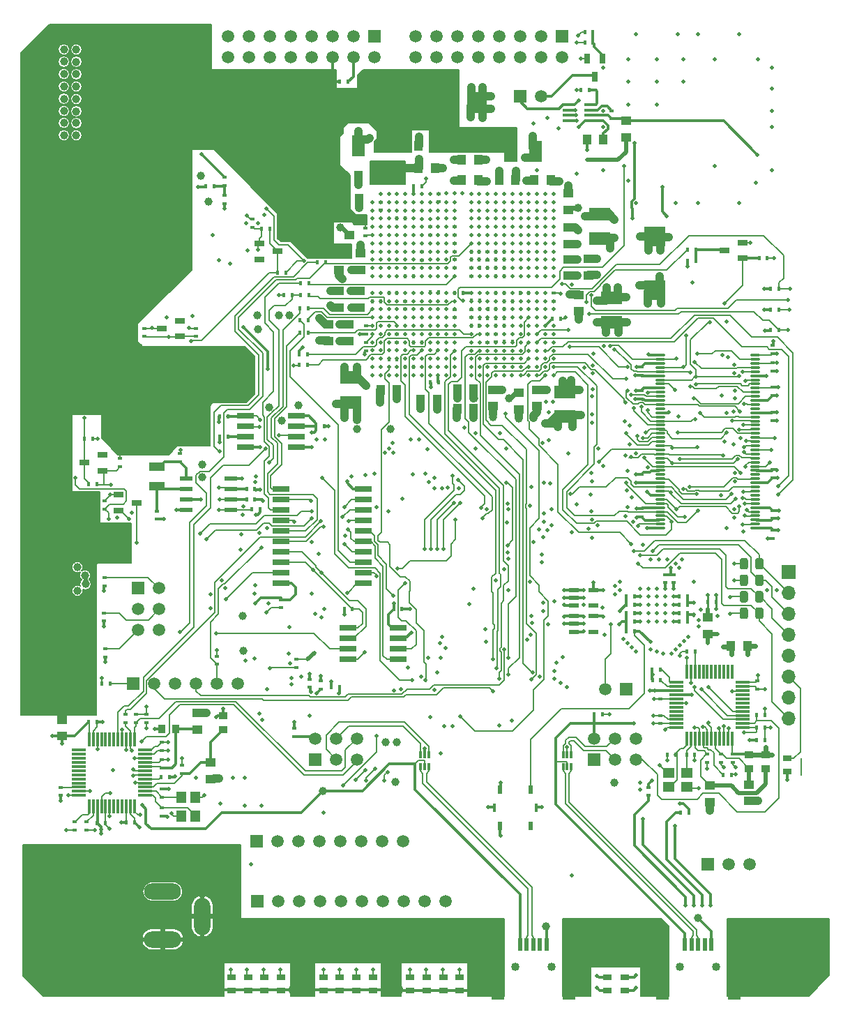
<source format=gbr>
G04 #@! TF.GenerationSoftware,KiCad,Pcbnew,(5.1.6)-1*
G04 #@! TF.CreationDate,2020-09-23T13:58:01+03:00*
G04 #@! TF.ProjectId,Cryptech Alpha,43727970-7465-4636-9820-416c7068612e,rev?*
G04 #@! TF.SameCoordinates,Original*
G04 #@! TF.FileFunction,Copper,L1,Top*
G04 #@! TF.FilePolarity,Positive*
%FSLAX46Y46*%
G04 Gerber Fmt 4.6, Leading zero omitted, Abs format (unit mm)*
G04 Created by KiCad (PCBNEW (5.1.6)-1) date 2020-09-23 13:58:01*
%MOMM*%
%LPD*%
G01*
G04 APERTURE LIST*
G04 #@! TA.AperFunction,SMDPad,CuDef*
%ADD10R,1.219200X0.508000*%
G04 #@! TD*
G04 #@! TA.AperFunction,SMDPad,CuDef*
%ADD11R,0.450000X1.016000*%
G04 #@! TD*
G04 #@! TA.AperFunction,SMDPad,CuDef*
%ADD12R,0.609600X1.016000*%
G04 #@! TD*
G04 #@! TA.AperFunction,SMDPad,CuDef*
%ADD13R,1.000000X0.800000*%
G04 #@! TD*
G04 #@! TA.AperFunction,ComponentPad*
%ADD14C,1.500000*%
G04 #@! TD*
G04 #@! TA.AperFunction,ComponentPad*
%ADD15R,1.500000X1.500000*%
G04 #@! TD*
G04 #@! TA.AperFunction,ComponentPad*
%ADD16O,1.700000X1.700000*%
G04 #@! TD*
G04 #@! TA.AperFunction,ComponentPad*
%ADD17R,1.700000X1.700000*%
G04 #@! TD*
G04 #@! TA.AperFunction,SMDPad,CuDef*
%ADD18R,0.450000X0.600000*%
G04 #@! TD*
G04 #@! TA.AperFunction,SMDPad,CuDef*
%ADD19R,0.600000X0.450000*%
G04 #@! TD*
G04 #@! TA.AperFunction,SMDPad,CuDef*
%ADD20R,1.200000X1.000000*%
G04 #@! TD*
G04 #@! TA.AperFunction,SMDPad,CuDef*
%ADD21R,1.244600X0.406400*%
G04 #@! TD*
G04 #@! TA.AperFunction,SMDPad,CuDef*
%ADD22R,1.550000X0.600000*%
G04 #@! TD*
G04 #@! TA.AperFunction,SMDPad,CuDef*
%ADD23R,2.032000X0.660400*%
G04 #@! TD*
G04 #@! TA.AperFunction,SMDPad,CuDef*
%ADD24O,1.200000X0.300000*%
G04 #@! TD*
G04 #@! TA.AperFunction,SMDPad,CuDef*
%ADD25R,1.800000X0.300000*%
G04 #@! TD*
G04 #@! TA.AperFunction,SMDPad,CuDef*
%ADD26R,0.300000X1.800000*%
G04 #@! TD*
G04 #@! TA.AperFunction,ComponentPad*
%ADD27O,2.000000X4.500000*%
G04 #@! TD*
G04 #@! TA.AperFunction,ComponentPad*
%ADD28O,4.500000X2.000000*%
G04 #@! TD*
G04 #@! TA.AperFunction,WasherPad*
%ADD29C,1.016000*%
G04 #@! TD*
G04 #@! TA.AperFunction,SMDPad,CuDef*
%ADD30R,1.600000X2.000000*%
G04 #@! TD*
G04 #@! TA.AperFunction,SMDPad,CuDef*
%ADD31R,0.600000X1.600000*%
G04 #@! TD*
G04 #@! TA.AperFunction,SMDPad,CuDef*
%ADD32R,1.905000X1.117600*%
G04 #@! TD*
G04 #@! TA.AperFunction,SMDPad,CuDef*
%ADD33R,0.300000X0.850000*%
G04 #@! TD*
G04 #@! TA.AperFunction,SMDPad,CuDef*
%ADD34R,2.600000X2.400000*%
G04 #@! TD*
G04 #@! TA.AperFunction,SMDPad,CuDef*
%ADD35R,2.400000X2.600000*%
G04 #@! TD*
G04 #@! TA.AperFunction,SMDPad,CuDef*
%ADD36R,1.000000X0.900000*%
G04 #@! TD*
G04 #@! TA.AperFunction,SMDPad,CuDef*
%ADD37R,0.900000X1.000000*%
G04 #@! TD*
G04 #@! TA.AperFunction,SMDPad,CuDef*
%ADD38R,1.193800X1.397000*%
G04 #@! TD*
G04 #@! TA.AperFunction,SMDPad,CuDef*
%ADD39R,1.397000X1.193800*%
G04 #@! TD*
G04 #@! TA.AperFunction,SMDPad,CuDef*
%ADD40R,1.200000X0.800000*%
G04 #@! TD*
G04 #@! TA.AperFunction,SMDPad,CuDef*
%ADD41R,0.800000X1.200000*%
G04 #@! TD*
G04 #@! TA.AperFunction,SMDPad,CuDef*
%ADD42R,2.600000X1.600000*%
G04 #@! TD*
G04 #@! TA.AperFunction,SMDPad,CuDef*
%ADD43R,1.600000X2.600000*%
G04 #@! TD*
G04 #@! TA.AperFunction,SMDPad,CuDef*
%ADD44R,1.000000X1.200000*%
G04 #@! TD*
G04 #@! TA.AperFunction,ViaPad*
%ADD45C,0.500000*%
G04 #@! TD*
G04 #@! TA.AperFunction,ViaPad*
%ADD46C,1.000000*%
G04 #@! TD*
G04 #@! TA.AperFunction,ViaPad*
%ADD47C,0.600000*%
G04 #@! TD*
G04 #@! TA.AperFunction,Conductor*
%ADD48C,0.150000*%
G04 #@! TD*
G04 #@! TA.AperFunction,Conductor*
%ADD49C,0.300000*%
G04 #@! TD*
G04 #@! TA.AperFunction,Conductor*
%ADD50C,0.500000*%
G04 #@! TD*
G04 #@! TA.AperFunction,Conductor*
%ADD51C,1.000000*%
G04 #@! TD*
G04 #@! TA.AperFunction,Conductor*
%ADD52C,0.200000*%
G04 #@! TD*
G04 #@! TA.AperFunction,Conductor*
%ADD53C,0.600000*%
G04 #@! TD*
G04 #@! TA.AperFunction,Conductor*
%ADD54C,0.254000*%
G04 #@! TD*
G04 #@! TA.AperFunction,Conductor*
%ADD55C,0.164000*%
G04 #@! TD*
G04 #@! TA.AperFunction,Conductor*
%ADD56C,0.127000*%
G04 #@! TD*
G04 APERTURE END LIST*
D10*
X72319200Y28639800D03*
X72319200Y26760200D03*
X69880800Y26760200D03*
X69880800Y27700000D03*
X69880800Y28639800D03*
X72319200Y31839800D03*
X72319200Y29960200D03*
X69880800Y29960200D03*
X69880800Y30900000D03*
X69880800Y31839800D03*
D11*
X65317000Y5360800D03*
X60265000Y5360800D03*
D12*
X60945800Y7560800D03*
X60945800Y3151000D03*
X64650000Y3151000D03*
X64650000Y7560800D03*
G04 #@! TA.AperFunction,SMDPad,CuDef*
G36*
G01*
X91050000Y31456250D02*
X91050000Y30543750D01*
G75*
G02*
X90806250Y30300000I-243750J0D01*
G01*
X90318750Y30300000D01*
G75*
G02*
X90075000Y30543750I0J243750D01*
G01*
X90075000Y31456250D01*
G75*
G02*
X90318750Y31700000I243750J0D01*
G01*
X90806250Y31700000D01*
G75*
G02*
X91050000Y31456250I0J-243750D01*
G01*
G37*
G04 #@! TD.AperFunction*
G04 #@! TA.AperFunction,SMDPad,CuDef*
G36*
G01*
X92925000Y31456250D02*
X92925000Y30543750D01*
G75*
G02*
X92681250Y30300000I-243750J0D01*
G01*
X92193750Y30300000D01*
G75*
G02*
X91950000Y30543750I0J243750D01*
G01*
X91950000Y31456250D01*
G75*
G02*
X92193750Y31700000I243750J0D01*
G01*
X92681250Y31700000D01*
G75*
G02*
X92925000Y31456250I0J-243750D01*
G01*
G37*
G04 #@! TD.AperFunction*
G04 #@! TA.AperFunction,SMDPad,CuDef*
G36*
G01*
X91050000Y29456250D02*
X91050000Y28543750D01*
G75*
G02*
X90806250Y28300000I-243750J0D01*
G01*
X90318750Y28300000D01*
G75*
G02*
X90075000Y28543750I0J243750D01*
G01*
X90075000Y29456250D01*
G75*
G02*
X90318750Y29700000I243750J0D01*
G01*
X90806250Y29700000D01*
G75*
G02*
X91050000Y29456250I0J-243750D01*
G01*
G37*
G04 #@! TD.AperFunction*
G04 #@! TA.AperFunction,SMDPad,CuDef*
G36*
G01*
X92925000Y29456250D02*
X92925000Y28543750D01*
G75*
G02*
X92681250Y28300000I-243750J0D01*
G01*
X92193750Y28300000D01*
G75*
G02*
X91950000Y28543750I0J243750D01*
G01*
X91950000Y29456250D01*
G75*
G02*
X92193750Y29700000I243750J0D01*
G01*
X92681250Y29700000D01*
G75*
G02*
X92925000Y29456250I0J-243750D01*
G01*
G37*
G04 #@! TD.AperFunction*
G04 #@! TA.AperFunction,SMDPad,CuDef*
G36*
G01*
X91050000Y33456250D02*
X91050000Y32543750D01*
G75*
G02*
X90806250Y32300000I-243750J0D01*
G01*
X90318750Y32300000D01*
G75*
G02*
X90075000Y32543750I0J243750D01*
G01*
X90075000Y33456250D01*
G75*
G02*
X90318750Y33700000I243750J0D01*
G01*
X90806250Y33700000D01*
G75*
G02*
X91050000Y33456250I0J-243750D01*
G01*
G37*
G04 #@! TD.AperFunction*
G04 #@! TA.AperFunction,SMDPad,CuDef*
G36*
G01*
X92925000Y33456250D02*
X92925000Y32543750D01*
G75*
G02*
X92681250Y32300000I-243750J0D01*
G01*
X92193750Y32300000D01*
G75*
G02*
X91950000Y32543750I0J243750D01*
G01*
X91950000Y33456250D01*
G75*
G02*
X92193750Y33700000I243750J0D01*
G01*
X92681250Y33700000D01*
G75*
G02*
X92925000Y33456250I0J-243750D01*
G01*
G37*
G04 #@! TD.AperFunction*
G04 #@! TA.AperFunction,SMDPad,CuDef*
G36*
G01*
X91050000Y35456250D02*
X91050000Y34543750D01*
G75*
G02*
X90806250Y34300000I-243750J0D01*
G01*
X90318750Y34300000D01*
G75*
G02*
X90075000Y34543750I0J243750D01*
G01*
X90075000Y35456250D01*
G75*
G02*
X90318750Y35700000I243750J0D01*
G01*
X90806250Y35700000D01*
G75*
G02*
X91050000Y35456250I0J-243750D01*
G01*
G37*
G04 #@! TD.AperFunction*
G04 #@! TA.AperFunction,SMDPad,CuDef*
G36*
G01*
X92925000Y35456250D02*
X92925000Y34543750D01*
G75*
G02*
X92681250Y34300000I-243750J0D01*
G01*
X92193750Y34300000D01*
G75*
G02*
X91950000Y34543750I0J243750D01*
G01*
X91950000Y35456250D01*
G75*
G02*
X92193750Y35700000I243750J0D01*
G01*
X92681250Y35700000D01*
G75*
G02*
X92925000Y35456250I0J-243750D01*
G01*
G37*
G04 #@! TD.AperFunction*
D13*
X95800000Y9800000D03*
X95800000Y11400000D03*
D14*
X73730000Y19800000D03*
D15*
X76270000Y19800000D03*
D16*
X96000000Y16220000D03*
X96000000Y18760000D03*
X96000000Y21300000D03*
X96000000Y23840000D03*
X96000000Y26380000D03*
X96000000Y28920000D03*
X96000000Y31460000D03*
D17*
X96000000Y34000000D03*
D18*
X76300000Y29000000D03*
X77300000Y29000000D03*
X77300000Y28000000D03*
X76300000Y28000000D03*
D19*
X81000000Y33700000D03*
X81000000Y32700000D03*
D18*
X83700000Y28000000D03*
X82700000Y28000000D03*
D19*
X82000000Y32700000D03*
X82000000Y33700000D03*
D18*
X82700000Y29000000D03*
X83700000Y29000000D03*
X82700000Y30000000D03*
X83700000Y30000000D03*
X76300000Y31000000D03*
X77300000Y31000000D03*
X77300000Y30000000D03*
X76300000Y30000000D03*
X83700000Y31000000D03*
X82700000Y31000000D03*
X86200000Y30400000D03*
X87200000Y30400000D03*
D20*
X86200000Y28500000D03*
X86200000Y26500000D03*
D21*
X69200000Y90725000D03*
X69200000Y90075000D03*
X69200000Y89419800D03*
X69200000Y88759400D03*
X71820800Y88759400D03*
X71820800Y89419800D03*
X71820800Y90075000D03*
X71820800Y90725000D03*
D22*
X22882200Y45355000D03*
X22882200Y44085000D03*
X22882200Y42815000D03*
X22882200Y41545000D03*
X28292400Y41545000D03*
X28292400Y42815000D03*
X28292400Y44085000D03*
X28292400Y45355000D03*
D23*
X36228600Y49123000D03*
X30081800Y49123000D03*
X36228600Y50393000D03*
X36228600Y51663000D03*
X30081800Y50393000D03*
X30081800Y51663000D03*
X36228600Y52933000D03*
X30081800Y52933000D03*
X48610200Y23378200D03*
X42463400Y23378200D03*
X48610200Y24648200D03*
X48610200Y25918200D03*
X42463400Y24648200D03*
X42463400Y25918200D03*
X48610200Y27188200D03*
X42463400Y27188200D03*
D14*
X29133790Y20421600D03*
X26593790Y20421600D03*
X24053790Y20421600D03*
X21513790Y20421600D03*
X18973790Y20421600D03*
D15*
X16433790Y20421600D03*
D14*
X36580000Y-6000000D03*
X54360000Y-6000000D03*
X51820000Y-6000000D03*
X49280000Y-6000000D03*
X46740000Y-6000000D03*
X44200000Y-6000000D03*
X41660000Y-6000000D03*
X39120000Y-6000000D03*
X34040000Y-6000000D03*
D15*
X31500000Y-6000000D03*
D24*
X91920400Y39326400D03*
X91920400Y39826400D03*
X91920400Y40326400D03*
X91920400Y40826400D03*
X91920400Y41326400D03*
X91920400Y41826400D03*
X91920400Y42326400D03*
X91920400Y42826400D03*
X91920400Y43326400D03*
X91920400Y43826400D03*
X91920400Y44326400D03*
X91920400Y44826400D03*
X91920400Y45326400D03*
X91920400Y45826400D03*
X91920400Y46326400D03*
X91920400Y46826400D03*
X91920400Y47326400D03*
X91920400Y47826400D03*
X91920400Y48326400D03*
X91920400Y48826400D03*
X91920400Y49326400D03*
X91920400Y49826400D03*
X91920400Y50326400D03*
X91920400Y50826400D03*
X91920400Y51326400D03*
X91920400Y51826400D03*
X91920400Y52326400D03*
X91920400Y52826400D03*
X91920400Y53326400D03*
X91920400Y53826400D03*
X91920400Y54326400D03*
X91920400Y54826400D03*
X91920400Y55326400D03*
X91920400Y55826400D03*
X91920400Y56326400D03*
X91920400Y56826400D03*
X91920400Y57326400D03*
X91920400Y57826400D03*
X91920400Y58326400D03*
X91920400Y58826400D03*
X91920400Y59326400D03*
X91920400Y59826400D03*
X91920400Y60326400D03*
X80420400Y39326400D03*
X80420400Y39826400D03*
X80420400Y40326400D03*
X80420400Y40826400D03*
X80420400Y41326400D03*
X80420400Y41826400D03*
X80420400Y42326400D03*
X80420400Y42826400D03*
X80420400Y43326400D03*
X80420400Y43826400D03*
X80420400Y44326400D03*
X80420400Y44826400D03*
X80420400Y45326400D03*
X80420400Y45826400D03*
X80420400Y46326400D03*
X80420400Y46826400D03*
X80420400Y47326400D03*
X80420400Y47826400D03*
X80420400Y48326400D03*
X80420400Y48826400D03*
X80420400Y49326400D03*
X80420400Y49826400D03*
X80420400Y50326400D03*
X80420400Y50826400D03*
X80420400Y51326400D03*
X80420400Y51826400D03*
X80420400Y52326400D03*
X80420400Y52826400D03*
X80420400Y53326400D03*
X80420400Y53826400D03*
X80420400Y54326400D03*
X80420400Y54826400D03*
X80420400Y55326400D03*
X80420400Y55826400D03*
X80420400Y56326400D03*
X80420400Y56826400D03*
X80420400Y57326400D03*
X80420400Y57826400D03*
X80420400Y58326400D03*
X80420400Y58826400D03*
X80420400Y59326400D03*
X80420400Y59826400D03*
X80420400Y60326400D03*
D23*
X34326800Y44067400D03*
X34326800Y42797400D03*
X44385200Y44067400D03*
X44385200Y42797400D03*
X34326800Y32637400D03*
X34326800Y33907400D03*
X34326800Y35177400D03*
X34326800Y36447400D03*
X34326800Y37717400D03*
X34326800Y38987400D03*
X34326800Y40257400D03*
X34326800Y41527400D03*
X44385200Y41527400D03*
X44385200Y40257400D03*
X44385200Y38987400D03*
X44385200Y37717400D03*
X44385200Y36447400D03*
X44385200Y35177400D03*
X44385200Y33907400D03*
X44385200Y32637400D03*
D25*
X17868600Y6886000D03*
X17868600Y7386000D03*
X17868600Y7886000D03*
X17868600Y8386000D03*
X17868600Y8886000D03*
X17868600Y9386000D03*
X17868600Y9886000D03*
X17868600Y10386000D03*
X17868600Y10886000D03*
X17868600Y11386000D03*
X17868600Y11886000D03*
X17868600Y12386000D03*
D26*
X16568600Y13686000D03*
X16068600Y13686000D03*
X15568600Y13686000D03*
X15068600Y13686000D03*
X14568600Y13686000D03*
X14068600Y13686000D03*
X13568600Y13686000D03*
X13068600Y13686000D03*
X12568600Y13686000D03*
X12068600Y13686000D03*
X11568600Y13686000D03*
X11068600Y13686000D03*
D25*
X9768600Y12386000D03*
X9768600Y11886000D03*
X9768600Y11386000D03*
X9768600Y10886000D03*
X9768600Y10386000D03*
X9768600Y9886000D03*
X9768600Y9386000D03*
X9768600Y8886000D03*
X9768600Y8386000D03*
X9768600Y7886000D03*
X9768600Y7386000D03*
X9768600Y6886000D03*
D26*
X11068600Y5586000D03*
X11568600Y5586000D03*
X12068600Y5586000D03*
X12568600Y5586000D03*
X13068600Y5586000D03*
X13568600Y5586000D03*
X14068600Y5586000D03*
X14568600Y5586000D03*
X15068600Y5586000D03*
X15568600Y5586000D03*
X16068600Y5586000D03*
X16568600Y5586000D03*
X83635400Y13799600D03*
X84135400Y13799600D03*
X84635400Y13799600D03*
X85135400Y13799600D03*
X85635400Y13799600D03*
X86135400Y13799600D03*
X86635400Y13799600D03*
X87135400Y13799600D03*
X87635400Y13799600D03*
X88135400Y13799600D03*
X88635400Y13799600D03*
X89135400Y13799600D03*
D25*
X90435400Y15099600D03*
X90435400Y15599600D03*
X90435400Y16099600D03*
X90435400Y16599600D03*
X90435400Y17099600D03*
X90435400Y17599600D03*
X90435400Y18099600D03*
X90435400Y18599600D03*
X90435400Y19099600D03*
X90435400Y19599600D03*
X90435400Y20099600D03*
X90435400Y20599600D03*
D26*
X89135400Y21899600D03*
X88635400Y21899600D03*
X88135400Y21899600D03*
X87635400Y21899600D03*
X87135400Y21899600D03*
X86635400Y21899600D03*
X86135400Y21899600D03*
X85635400Y21899600D03*
X85135400Y21899600D03*
X84635400Y21899600D03*
X84135400Y21899600D03*
X83635400Y21899600D03*
D25*
X82335400Y20599600D03*
X82335400Y20099600D03*
X82335400Y19599600D03*
X82335400Y19099600D03*
X82335400Y18599600D03*
X82335400Y18099600D03*
X82335400Y17599600D03*
X82335400Y17099600D03*
X82335400Y16599600D03*
X82335400Y16099600D03*
X82335400Y15599600D03*
X82335400Y15099600D03*
D27*
X24800000Y-7800000D03*
D28*
X20000000Y-10600000D03*
X20000000Y-4800000D03*
D29*
X62800000Y-13884000D03*
X67209800Y-13884000D03*
D30*
X60660000Y-11394800D03*
D31*
X63400000Y-11200000D03*
X64200000Y-11200000D03*
X65000000Y-11200000D03*
X65800000Y-11200000D03*
X66600200Y-11200000D03*
D30*
X60660000Y-16900000D03*
X69360000Y-11394800D03*
X69360000Y-16900000D03*
D29*
X82800000Y-13884000D03*
X87209800Y-13884000D03*
D30*
X80660000Y-11394800D03*
D31*
X83400000Y-11200000D03*
X84200000Y-11200000D03*
X85000000Y-11200000D03*
X85800000Y-11200000D03*
X86600200Y-11200000D03*
D30*
X80660000Y-16900000D03*
X89360000Y-11394800D03*
X89360000Y-16900000D03*
D14*
X91219330Y-1500000D03*
X88679330Y-1500000D03*
D15*
X86139330Y-1500000D03*
D14*
X65916800Y91744800D03*
D15*
X63376800Y91744800D03*
X68472990Y99034600D03*
D14*
X68472990Y96494600D03*
X65932990Y99034600D03*
X65932990Y96494600D03*
X63392990Y99034600D03*
X63392990Y96494600D03*
X60852990Y99034600D03*
X60852990Y96494600D03*
X58312990Y99034600D03*
X58312990Y96494600D03*
X55772990Y99034600D03*
X55772990Y96494600D03*
X53232990Y99034600D03*
X53232990Y96494600D03*
X50692990Y99034600D03*
X50692990Y96494600D03*
D15*
X45689190Y99034600D03*
D14*
X45689190Y96494600D03*
X43149190Y99034600D03*
X43149190Y96494600D03*
X40609190Y99034600D03*
X40609190Y96494600D03*
X38069190Y99034600D03*
X38069190Y96494600D03*
X35529190Y99034600D03*
X35529190Y96494600D03*
X32989190Y99034600D03*
X32989190Y96494600D03*
X30449190Y99034600D03*
X30449190Y96494600D03*
X27909190Y99034600D03*
X27909190Y96494600D03*
D15*
X38506390Y11252200D03*
D14*
X38506390Y13792200D03*
X41046390Y11252200D03*
X41046390Y13792200D03*
X43586390Y11252200D03*
X43586390Y13792200D03*
D15*
X72364590Y11252200D03*
D14*
X72364590Y13792200D03*
X74904590Y11252200D03*
X74904590Y13792200D03*
X77444590Y11252200D03*
X77444590Y13792200D03*
D15*
X16980000Y32015000D03*
D14*
X19520000Y32015000D03*
X16980000Y29475000D03*
X19520000Y29475000D03*
X16980000Y26935000D03*
X19520000Y26935000D03*
X49190000Y1300000D03*
D15*
X31410000Y1300000D03*
D14*
X33950000Y1300000D03*
X36490000Y1300000D03*
X39030000Y1300000D03*
X41570000Y1300000D03*
X44110000Y1300000D03*
X46650000Y1300000D03*
D13*
X45514200Y-16800000D03*
X45514200Y-15200000D03*
X41514190Y-16800000D03*
X41514190Y-15200000D03*
X39514190Y-16800000D03*
X39514190Y-15200000D03*
X43514200Y-16800000D03*
X43514200Y-15200000D03*
X34350000Y-16800000D03*
X34350000Y-15200000D03*
X30350000Y-16800000D03*
X30350000Y-15200000D03*
X28350000Y-16800000D03*
X28350000Y-15200000D03*
X32350000Y-16800000D03*
X32350000Y-15200000D03*
X74000000Y-16800000D03*
X74000000Y-15200000D03*
X52050000Y-16800000D03*
X52050000Y-15200000D03*
X56050000Y-16800000D03*
X56050000Y-15200000D03*
X54050000Y-16800000D03*
X54050000Y-15200000D03*
X50050000Y-16800000D03*
X50050000Y-15200000D03*
X76132250Y-16800000D03*
X76132250Y-15200000D03*
D32*
X19275000Y46819200D03*
X19275000Y44400000D03*
D33*
X52316000Y10349400D03*
X51816000Y10349400D03*
X51316000Y10349400D03*
X51316000Y11799400D03*
X51816000Y11799400D03*
X52316000Y11799400D03*
X69613400Y10349400D03*
X69113400Y10349400D03*
X68613400Y10349400D03*
X68613400Y11799400D03*
X69113400Y11799400D03*
X69613400Y11799400D03*
D34*
X79705200Y74751000D03*
X79705200Y68251000D03*
D35*
X51625400Y90997000D03*
X58125400Y90997000D03*
D36*
X27351200Y14872600D03*
X27351200Y16572600D03*
D37*
X21602800Y14919200D03*
X19902800Y14919200D03*
D36*
X93218000Y10116200D03*
X93218000Y11816200D03*
X91186000Y10116200D03*
X91186000Y11816200D03*
D38*
X23938600Y6617600D03*
X23938600Y4407800D03*
X22236800Y4407800D03*
X22236800Y6617600D03*
D39*
X83642600Y7936400D03*
X81432800Y7936400D03*
X81432800Y9638200D03*
X83642600Y9638200D03*
D40*
X22080400Y62600800D03*
X22080400Y64500800D03*
X19880400Y63550800D03*
X12707800Y46319400D03*
X12707800Y48219400D03*
X10507800Y47269400D03*
X31716800Y73873400D03*
X31716800Y71973400D03*
X33916800Y72923400D03*
D41*
X73402000Y96338800D03*
X71502000Y96338800D03*
X72452000Y94138800D03*
D40*
X90406400Y72100400D03*
X90406400Y74000400D03*
X88206400Y73050400D03*
X14639800Y43360600D03*
X14639800Y41460600D03*
X16839800Y42410600D03*
D42*
X47929800Y86056600D03*
X47929800Y83056600D03*
X42849800Y54591350D03*
X42849800Y57591350D03*
X74523600Y64311400D03*
X74523600Y67311400D03*
D43*
X62279400Y85064600D03*
X65279400Y85064600D03*
D42*
X68834000Y52883000D03*
X68834000Y55883000D03*
X73075800Y74471400D03*
X73075800Y77471400D03*
D43*
X40791000Y85699600D03*
X43791000Y85699600D03*
D19*
X74500000Y90000000D03*
X74500000Y89000000D03*
D18*
X70750000Y92500000D03*
X71750000Y92500000D03*
X13625000Y20450000D03*
X12625000Y20450000D03*
D19*
X26600000Y22800000D03*
X26600000Y23800000D03*
X37800000Y20000000D03*
X37800000Y21000000D03*
X39200000Y19800000D03*
X39200000Y20800000D03*
X94056200Y39108000D03*
X94056200Y38108000D03*
X78105000Y41727400D03*
X78105000Y40727400D03*
X94056200Y56405400D03*
X94056200Y55405400D03*
X78105000Y57894600D03*
X78105000Y58894600D03*
X94056200Y46423200D03*
X94056200Y45423200D03*
X78105000Y55024400D03*
X78105000Y56024400D03*
X94056200Y60493400D03*
X94056200Y61493400D03*
X94056200Y40495600D03*
X94056200Y41495600D03*
X94056200Y59377200D03*
X94056200Y58377200D03*
X78105000Y44864400D03*
X78105000Y45864400D03*
X94056200Y53408200D03*
X94056200Y52408200D03*
D18*
X38600000Y51675000D03*
X39600000Y51675000D03*
D19*
X22100000Y48375000D03*
X22100000Y47375000D03*
X19300000Y40400000D03*
X19300000Y41400000D03*
X10719800Y3684400D03*
X10719800Y2684400D03*
X19889200Y4360800D03*
X19889200Y5360800D03*
X9297400Y3684400D03*
X9297400Y2684400D03*
X19889200Y7697600D03*
X19889200Y6697600D03*
X22325000Y9525000D03*
X22325000Y10525000D03*
X19889200Y10228200D03*
X19889200Y11228200D03*
D18*
X12048600Y3565400D03*
X13048600Y3565400D03*
X15579200Y3590800D03*
X16579200Y3590800D03*
D19*
X19889200Y13336400D03*
X19889200Y12336400D03*
D18*
X11032600Y15782800D03*
X12032600Y15782800D03*
X80459200Y20897600D03*
X79459200Y20897600D03*
X81300000Y11825000D03*
X82300000Y11825000D03*
X80425000Y22150000D03*
X79425000Y22150000D03*
X84599400Y11829800D03*
X83599400Y11829800D03*
D19*
X86131400Y11923400D03*
X86131400Y10923400D03*
X87782400Y11923400D03*
X87782400Y10923400D03*
X80391000Y16597000D03*
X80391000Y15597000D03*
X89230200Y11923400D03*
X89230200Y10923400D03*
X92202000Y20813400D03*
X92202000Y19813400D03*
X80391000Y19619600D03*
X80391000Y18619600D03*
D18*
X55456200Y67894200D03*
X56456200Y67894200D03*
D19*
X34352200Y30648200D03*
X34352200Y29648200D03*
D18*
X48050000Y29475000D03*
X49050000Y29475000D03*
X42500000Y93500000D03*
X41500000Y93500000D03*
X61434600Y69875400D03*
X60434600Y69875400D03*
X58437400Y72898000D03*
X57437400Y72898000D03*
X60434600Y70916800D03*
X61434600Y70916800D03*
X60460000Y63855600D03*
X61460000Y63855600D03*
X57437400Y71907400D03*
X58437400Y71907400D03*
X57462800Y66903600D03*
X58462800Y66903600D03*
D19*
X57454800Y69908800D03*
X57454800Y70908800D03*
D18*
X60460000Y67894200D03*
X61460000Y67894200D03*
X61450600Y66878200D03*
X62450600Y66878200D03*
X60434600Y65887600D03*
X61434600Y65887600D03*
D19*
X55473600Y70899400D03*
X55473600Y71899400D03*
D18*
X58478800Y65887600D03*
X59478800Y65887600D03*
D19*
X55473600Y72906000D03*
X55473600Y73906000D03*
D18*
X59453400Y64846200D03*
X58453400Y64846200D03*
X58453400Y70891400D03*
X59453400Y70891400D03*
X61434600Y64846200D03*
X60434600Y64846200D03*
D19*
X57454800Y64879600D03*
X57454800Y65879600D03*
D18*
X58437400Y63881000D03*
X57437400Y63881000D03*
D19*
X55422800Y65879600D03*
X55422800Y64879600D03*
D18*
X61434600Y71907400D03*
X60434600Y71907400D03*
D19*
X59436000Y71890000D03*
X59436000Y72890000D03*
D18*
X60460000Y72898000D03*
X61460000Y72898000D03*
D19*
X48437800Y62882400D03*
X48437800Y61882400D03*
D18*
X47455200Y59867800D03*
X48455200Y59867800D03*
D19*
X53467000Y78925800D03*
X53467000Y79925800D03*
D18*
X62450600Y61924400D03*
X61450600Y61924400D03*
X50436400Y69875400D03*
X49436400Y69875400D03*
D19*
X55473600Y74912600D03*
X55473600Y75912600D03*
X44678600Y63898400D03*
X44678600Y62898400D03*
D18*
X53509800Y56997600D03*
X52509800Y56997600D03*
D19*
X52451000Y75887200D03*
X52451000Y74887200D03*
D18*
X67318000Y64744600D03*
X68318000Y64744600D03*
X53459000Y67919600D03*
X52459000Y67919600D03*
D19*
X46431200Y77909800D03*
X46431200Y78909800D03*
X49453800Y65895600D03*
X49453800Y66895600D03*
D18*
X50436400Y58902600D03*
X49436400Y58902600D03*
X49445800Y76911200D03*
X48445800Y76911200D03*
D19*
X60452000Y62907800D03*
X60452000Y61907800D03*
D18*
X47455200Y67894200D03*
X48455200Y67894200D03*
X50427000Y80797400D03*
X51427000Y80797400D03*
X64431800Y67894200D03*
X63431800Y67894200D03*
X51452400Y61899800D03*
X50452400Y61899800D03*
D19*
X51460400Y72890000D03*
X51460400Y71890000D03*
X67462400Y66886200D03*
X67462400Y67886200D03*
D18*
X46448600Y66878200D03*
X45448600Y66878200D03*
D19*
X44595460Y74771940D03*
X44595460Y75771940D03*
X24003000Y62593600D03*
X24003000Y63593600D03*
X14833600Y46769400D03*
X14833600Y47769400D03*
X30911800Y75827000D03*
X30911800Y76827000D03*
X36000000Y14000000D03*
X36000000Y15000000D03*
D18*
X72400000Y16700000D03*
X73400000Y16700000D03*
D44*
X73500000Y86500000D03*
X71500000Y86500000D03*
D20*
X76250000Y88750000D03*
X76250000Y86750000D03*
X25807400Y10890000D03*
X25807400Y8890000D03*
X24207200Y14884400D03*
X24207200Y16884400D03*
X7773400Y14071600D03*
X7773400Y16071600D03*
X86419000Y8066800D03*
X86419000Y6066800D03*
X91186000Y8207000D03*
X91186000Y6207000D03*
D44*
X91000000Y25000000D03*
X89000000Y25000000D03*
X51070000Y83007200D03*
X53070000Y83007200D03*
D20*
X43992800Y72678800D03*
X43992800Y70678800D03*
D44*
X51070000Y85725000D03*
X53070000Y85725000D03*
X60849000Y81559400D03*
X62849000Y81559400D03*
D20*
X60121800Y56118000D03*
X60121800Y54118000D03*
X71678800Y70018400D03*
X71678800Y72018400D03*
X43916600Y68106800D03*
X43916600Y66106800D03*
X41427400Y68106800D03*
X41427400Y66106800D03*
X69265800Y69967600D03*
X69265800Y71967600D03*
D44*
X58302400Y84023200D03*
X56302400Y84023200D03*
D20*
X70485000Y67649600D03*
X70485000Y65649600D03*
D44*
X57743600Y53797200D03*
X55743600Y53797200D03*
X58302400Y81559400D03*
X56302400Y81559400D03*
D20*
X41402000Y70678800D03*
X41402000Y72678800D03*
D44*
X57769000Y56184800D03*
X55769000Y56184800D03*
D20*
X63246000Y55742980D03*
X63246000Y53742980D03*
D44*
X43773600Y82067400D03*
X41773600Y82067400D03*
X43824400Y79273400D03*
X41824400Y79273400D03*
D20*
X40157400Y64042800D03*
X40157400Y62042800D03*
X42595800Y64042800D03*
X42595800Y62042800D03*
D44*
X53298600Y54914800D03*
X51298600Y54914800D03*
D20*
X69265800Y77943200D03*
X69265800Y79943200D03*
X65455800Y56118000D03*
X65455800Y54118000D03*
D44*
X65116200Y81559400D03*
X67116200Y81559400D03*
D20*
X42621200Y74920600D03*
X42621200Y76920600D03*
X69265800Y75828400D03*
X69265800Y73828400D03*
D44*
X46447200Y56083200D03*
X48447200Y56083200D03*
D19*
X27500000Y80900000D03*
X27500000Y81900000D03*
X27500000Y78700000D03*
X27500000Y79700000D03*
D18*
X26204800Y80830800D03*
X25204800Y80830800D03*
X71250000Y99500000D03*
X72250000Y99500000D03*
X72250000Y98250000D03*
X71250000Y98250000D03*
X40470200Y20040600D03*
X41470200Y20040600D03*
X26940200Y50393000D03*
X27940200Y50393000D03*
X26925000Y52900000D03*
X27925000Y52900000D03*
X31808600Y41629000D03*
X30808600Y41629000D03*
X31183200Y42799000D03*
X30183200Y42799000D03*
X31183200Y44094400D03*
X30183200Y44094400D03*
X19795600Y9153400D03*
X20795600Y9153400D03*
D19*
X7621000Y7875400D03*
X7621000Y6875400D03*
D18*
X88025000Y9400000D03*
X89025000Y9400000D03*
X84675600Y24384000D03*
X83675600Y24384000D03*
D19*
X36220400Y23385400D03*
X36220400Y22385400D03*
X79000000Y6875000D03*
X79000000Y7875000D03*
D18*
X38750000Y71575000D03*
X39750000Y71575000D03*
X84709000Y71729600D03*
X83709000Y71729600D03*
X35700000Y67650000D03*
X34700000Y67650000D03*
X93413200Y72110600D03*
X92413200Y72110600D03*
X94835600Y68402200D03*
X93835600Y68402200D03*
X94810200Y65862200D03*
X93810200Y65862200D03*
X94810200Y63347600D03*
X93810200Y63347600D03*
D19*
X12900000Y33325000D03*
X12900000Y32325000D03*
X12875000Y29050000D03*
X12875000Y28050000D03*
X13000000Y23700000D03*
X13000000Y24700000D03*
D18*
X43025000Y29475000D03*
X42025000Y29475000D03*
X84709000Y73126600D03*
X83709000Y73126600D03*
X36725000Y67650000D03*
X37725000Y67650000D03*
D19*
X44700000Y61850000D03*
X44700000Y60850000D03*
D18*
X36775000Y69025000D03*
X37775000Y69025000D03*
D19*
X17780000Y63593600D03*
X17780000Y62593600D03*
D18*
X10498200Y50165000D03*
X11498200Y50165000D03*
X11000000Y44700000D03*
X12000000Y44700000D03*
D19*
X12971200Y42656600D03*
X12971200Y41656600D03*
D18*
X83900000Y4800000D03*
X82900000Y4800000D03*
X77300000Y26800000D03*
X76300000Y26800000D03*
X36650000Y66000000D03*
X37650000Y66000000D03*
X36650000Y64560670D03*
X37650000Y64560670D03*
X36650000Y63050000D03*
X37650000Y63050000D03*
D19*
X16752300Y16740000D03*
X16752300Y15740000D03*
X15495000Y16740000D03*
X15495000Y15740000D03*
D18*
X93108400Y15131800D03*
X92108400Y15131800D03*
X93108400Y16605000D03*
X92108400Y16605000D03*
X92108400Y13633200D03*
X93108400Y13633200D03*
D19*
X18009600Y15740000D03*
X18009600Y16740000D03*
X59400000Y61900000D03*
X59400000Y62900000D03*
D18*
X36591000Y59175700D03*
X37591000Y59175700D03*
X37591000Y60407600D03*
X36591000Y60407600D03*
X32975000Y75625000D03*
X31975000Y75625000D03*
X33917000Y70358000D03*
X34917000Y70358000D03*
D45*
X37600000Y23400000D03*
X24585000Y42815000D03*
X81700000Y34500000D03*
X84500000Y28800000D03*
X75438000Y27686000D03*
X68700000Y31800000D03*
X68700000Y30000000D03*
X71100000Y31800000D03*
X68700000Y28600000D03*
X71100000Y28600000D03*
X71100000Y26800000D03*
X38000000Y23800000D03*
X38400000Y24200000D03*
X92207800Y84632800D03*
X71100000Y30000000D03*
X79000000Y29000000D03*
X80000000Y29000000D03*
X80000000Y28000000D03*
X79000000Y28000000D03*
X78000000Y28000000D03*
X78000000Y29000000D03*
X78000000Y30000000D03*
X79000000Y30000000D03*
X80000000Y30000000D03*
X81000000Y30000000D03*
X81000000Y29000000D03*
X81000000Y28000000D03*
X82000000Y28000000D03*
X82000000Y29000000D03*
X82000000Y30000000D03*
X82000000Y31000000D03*
X81000000Y31000000D03*
X80000000Y31000000D03*
X79000000Y31000000D03*
X78000000Y31000000D03*
X82000000Y32000000D03*
X81000000Y32000000D03*
X80000000Y32000000D03*
X79000000Y32000000D03*
X78000000Y32000000D03*
X66000000Y5500000D03*
D46*
X60660000Y-14963590D03*
X80500000Y-9536420D03*
X89500000Y-15000000D03*
X89487400Y-9500000D03*
X80660000Y-15067780D03*
X69488400Y-15000000D03*
X69488400Y-9000000D03*
X60500000Y-9413610D03*
X85000000Y-8000000D03*
X66500000Y-9000000D03*
X35750000Y-16750000D03*
X57500000Y-16800000D03*
X48750000Y-16750000D03*
X47000000Y-16750000D03*
X37982000Y-16750000D03*
X27000000Y-16800000D03*
D45*
X30530800Y-9000000D03*
X30750000Y-1500000D03*
X8250000Y2654120D03*
X11772170Y2692730D03*
D46*
X43593770Y52492120D03*
D45*
X84554130Y15100740D03*
X87550000Y15025000D03*
X88679330Y15000730D03*
X89125000Y19525000D03*
X12100590Y12500610D03*
X16700000Y8425000D03*
X13550000Y4400000D03*
X11125000Y7400000D03*
X79450000Y21550000D03*
X69113400Y12736600D03*
X51436900Y77889100D03*
D46*
X46125000Y85949990D03*
X40950000Y87500000D03*
X47175000Y87350000D03*
X48700000Y87325000D03*
D45*
X55450100Y75882500D03*
X57448700Y75882500D03*
X72202200Y58097800D03*
X57453420Y67884780D03*
X58453420Y67884780D03*
X57448700Y70904100D03*
X58453420Y66884780D03*
X55450100Y71894700D03*
X59453420Y69892820D03*
X57453420Y65884780D03*
X58448700Y71894700D03*
X59453420Y66884780D03*
X54434100Y65889500D03*
X59448700Y70904100D03*
X52452900Y67889500D03*
X57448700Y72885300D03*
X55445380Y64884770D03*
X60453420Y69892820D03*
X59453420Y65884780D03*
X52452900Y70904100D03*
X58453420Y64884770D03*
X60453420Y66884780D03*
X59448700Y72885300D03*
X60448700Y71894700D03*
X57453420Y63884770D03*
X61453430Y67884780D03*
X55450100Y73901300D03*
X61448700Y70904100D03*
X51436900Y66889500D03*
X58448700Y73901300D03*
X60453420Y64884770D03*
X59453420Y63884770D03*
X61453430Y65884780D03*
X53443500Y73901300D03*
X59448700Y73901300D03*
X57448700Y74891900D03*
X61448700Y72885300D03*
X62453420Y66884780D03*
X60448700Y73901300D03*
X53443500Y62889500D03*
X61453430Y63884770D03*
X61448700Y73901300D03*
X49455700Y69888100D03*
X57453420Y61884780D03*
X63453420Y67884780D03*
X49455700Y66889500D03*
X63448700Y70904100D03*
X49455700Y71894700D03*
X59448700Y75882500D03*
X59453420Y61884780D03*
X50446300Y63889500D03*
X62448700Y73901300D03*
X60453420Y61884780D03*
X55450100Y76898500D03*
X48439700Y67889500D03*
X54434100Y76898500D03*
X50446300Y74891900D03*
X61448700Y75882500D03*
X61453430Y61884780D03*
X63448700Y73901300D03*
X60453420Y60884780D03*
X60448700Y76898500D03*
X55450100Y77889100D03*
X63448700Y74891900D03*
X58448700Y77889100D03*
X65453430Y65884780D03*
X63448700Y75882500D03*
X47449100Y64889500D03*
X52452900Y59889500D03*
X64453420Y62884780D03*
X55445380Y58884780D03*
X66453420Y69892820D03*
X55450100Y78905100D03*
X49455700Y60889500D03*
X64448700Y75882500D03*
X48439700Y61889500D03*
X62448700Y77889100D03*
X46433100Y72885300D03*
X45442500Y69888100D03*
X57448700Y79895700D03*
X64448700Y76898500D03*
X47449100Y75882500D03*
X63453420Y59884770D03*
X59453420Y57884780D03*
X59448700Y79895700D03*
X67448700Y72885300D03*
X48439700Y59889500D03*
X65448700Y76898500D03*
X61448700Y79895700D03*
X46433100Y61889500D03*
X65448700Y77889100D03*
X67453420Y61884780D03*
X63448700Y79895700D03*
X65448700Y78905100D03*
X66453420Y58884780D03*
X65448700Y79895700D03*
X45442500Y58889500D03*
X66448700Y79895700D03*
X46431200Y78909800D03*
X56413400Y79959200D03*
D46*
X7250000Y82000000D03*
X8250000Y82000000D03*
X9250000Y82000000D03*
X10250000Y82000000D03*
X11250000Y82000000D03*
X12250000Y82000000D03*
X13250000Y82000000D03*
X14250000Y82000000D03*
X15250000Y82000000D03*
X16250000Y82000000D03*
X17250000Y82000000D03*
X18250000Y82000000D03*
X18250000Y80750000D03*
X17250000Y80750000D03*
X16250000Y80750000D03*
X15250000Y80750000D03*
X14250000Y80750000D03*
X13250000Y80750000D03*
X12250000Y80750000D03*
X11250000Y80750000D03*
X10250000Y80750000D03*
X9250000Y80750000D03*
X8250000Y80750000D03*
X7250000Y80750000D03*
X18250000Y79500000D03*
X17250000Y79500000D03*
X16250000Y79500000D03*
X15250000Y79500000D03*
X14250000Y79500000D03*
X13250000Y79500000D03*
X12250000Y79500000D03*
X11250000Y79500000D03*
X10250000Y79500000D03*
X9250000Y79500000D03*
X8250000Y79500000D03*
X7250000Y79500000D03*
X18250000Y78250000D03*
X17250000Y78250000D03*
X16250000Y78250000D03*
X15250000Y78250000D03*
X14250000Y78250000D03*
X13250000Y78250000D03*
X12250000Y78250000D03*
X11250000Y78250000D03*
X10250000Y78250000D03*
X9250000Y78250000D03*
X8250000Y78250000D03*
X7250000Y78250000D03*
X18250000Y77000000D03*
X17250000Y77000000D03*
X16250000Y77000000D03*
X15250000Y77000000D03*
X14250000Y77000000D03*
X13250000Y77000000D03*
X12250000Y77000000D03*
X11250000Y77000000D03*
X10250000Y77000000D03*
X9250000Y77000000D03*
X8250000Y77000000D03*
X7250000Y77000000D03*
X18250000Y75750000D03*
X17250000Y75750000D03*
X16250000Y75750000D03*
X15250000Y75750000D03*
X14250000Y75750000D03*
X13250000Y75750000D03*
X12250000Y75750000D03*
X11250000Y75750000D03*
X10250000Y75750000D03*
X9250000Y75750000D03*
X8250000Y75750000D03*
X7250000Y75750000D03*
X18250000Y74500000D03*
X17250000Y74500000D03*
X16250000Y74500000D03*
X15250000Y74500000D03*
X14250000Y74500000D03*
X13250000Y74500000D03*
X12250000Y74500000D03*
X11250000Y74500000D03*
X10250000Y74500000D03*
X9250000Y74500000D03*
X8250000Y74500000D03*
X7250000Y74500000D03*
X39025000Y62075000D03*
X41475000Y62025000D03*
X41050000Y54450000D03*
X51300000Y53800000D03*
X55700000Y52700000D03*
X55775000Y55075000D03*
X67950000Y51650000D03*
X69750040Y51650000D03*
X70500000Y64675000D03*
X72750000Y64300000D03*
X76325000Y64300000D03*
X73825000Y63050000D03*
X75325000Y63050000D03*
X70375000Y71950000D03*
X72750000Y72025000D03*
X80400000Y73050000D03*
X78975000Y73025000D03*
X77925000Y74700000D03*
X81450000Y74625000D03*
X70350000Y73825000D03*
X74825000Y74525000D03*
X69275000Y80925000D03*
X68125000Y81450000D03*
X62875000Y82675000D03*
X55350000Y81525000D03*
X55325000Y84000000D03*
X62200000Y86850000D03*
X61000000Y85575000D03*
X54025000Y83050000D03*
X49725000Y86075000D03*
X52300000Y89200000D03*
X50925000Y89175000D03*
X50925000Y92800000D03*
X52300000Y92775000D03*
X49925000Y91725000D03*
X49950000Y90275000D03*
X39525000Y86450000D03*
X42075010Y80975000D03*
X42200000Y78175000D03*
X42450000Y72675000D03*
X42875000Y66100000D03*
X40350000Y66375000D03*
X38775000Y76600000D03*
X39900000Y76600000D03*
X40375000Y79200000D03*
X38775000Y72825000D03*
X39825000Y72800000D03*
X39875000Y75375000D03*
X24275000Y99850000D03*
X24275000Y98350000D03*
X24275000Y94850000D03*
X24275000Y93350000D03*
X24275000Y89850000D03*
X24275000Y88250000D03*
X5150000Y53724980D03*
X5100000Y54900000D03*
X6400000Y56700000D03*
X7700000Y56700000D03*
X7800000Y58900000D03*
X6500000Y58900000D03*
X5100000Y61600000D03*
X5100000Y60300000D03*
X12100000Y67900000D03*
X12100000Y66500000D03*
X13800000Y69600000D03*
X32900000Y54000000D03*
X36500000Y54200000D03*
X24800000Y51400000D03*
X24800000Y49900000D03*
X24800000Y47000000D03*
X24800000Y45500000D03*
X7200000Y40150000D03*
X7200000Y42100000D03*
X4150000Y40150000D03*
X4100000Y42100000D03*
X29750000Y24450000D03*
X92300000Y6200000D03*
X86425000Y5075000D03*
X74850000Y8475000D03*
X48275000Y8500000D03*
X26850000Y8975000D03*
X7750000Y17050000D03*
X25275000Y16900000D03*
X43549990Y51350000D03*
X74300000Y73300000D03*
D45*
X94100000Y62000000D03*
X93300000Y57800000D03*
X94600000Y58400000D03*
X94600000Y55400000D03*
X94600000Y52400000D03*
X94676800Y45423200D03*
X94795600Y41495600D03*
X93500000Y38100000D03*
X79000000Y60400000D03*
X77505400Y58894600D03*
X77424400Y56024400D03*
X73556800Y61456800D03*
X72128800Y52128800D03*
X60934600Y50865400D03*
X56588800Y51511200D03*
X50147600Y50052400D03*
X39717600Y50082400D03*
X31235800Y44935800D03*
X29821800Y41978200D03*
X29417600Y36717600D03*
X27207800Y33007800D03*
X27550000Y32050000D03*
X31123000Y31377000D03*
X32700000Y39300000D03*
X39200000Y21400000D03*
X37800000Y21600000D03*
X40470200Y20729800D03*
D46*
X48450000Y13350000D03*
D45*
X55186200Y15313800D03*
X62400000Y15951200D03*
X67529000Y21971000D03*
X68584000Y23684000D03*
X67792600Y23007400D03*
X66156600Y30243400D03*
X66038400Y35161600D03*
X66285400Y41114600D03*
X65042800Y88442800D03*
X87923600Y60326400D03*
X89416000Y59166000D03*
X89454200Y56045800D03*
X88423600Y53326400D03*
X89487400Y45987400D03*
X89398000Y40648000D03*
X88439200Y39310800D03*
X48439700Y57889500D03*
D46*
X63200000Y52650000D03*
X60100000Y52800000D03*
D45*
X72150000Y55375000D03*
X58000000Y50825000D03*
X81450000Y53375000D03*
X72007600Y41392400D03*
X87800000Y43324000D03*
X43900000Y62875000D03*
X77453780Y45852240D03*
D46*
X66478240Y52027540D03*
X65053170Y52702570D03*
D45*
X72157800Y45042200D03*
X72117400Y38182600D03*
X78810800Y39310800D03*
X81300000Y11150000D03*
X86131400Y10168600D03*
X89525000Y9425000D03*
X88100000Y10300000D03*
X89600000Y10275000D03*
X93163400Y19813400D03*
X88032000Y24968000D03*
X89032000Y24032000D03*
X79655400Y18619600D03*
X83546400Y18103600D03*
X79600000Y15597000D03*
X74225000Y16700000D03*
X12875000Y27375000D03*
X13000000Y23050000D03*
X26600000Y24550000D03*
X51816000Y12559000D03*
X36000000Y15825000D03*
X20750000Y7697600D03*
X21500000Y9225000D03*
X20625000Y11228200D03*
X22325000Y11375000D03*
X20686390Y12336400D03*
X8564000Y6886000D03*
X13575000Y2850000D03*
X53725000Y11975000D03*
X17225000Y4500000D03*
X17170000Y3000000D03*
X12717200Y15782800D03*
X73500000Y95250000D03*
X73500000Y90000000D03*
X73500000Y88000000D03*
X73500000Y82750000D03*
X77500000Y78750000D03*
X82250000Y78750000D03*
X85000000Y78750000D03*
X90000000Y78750000D03*
X94000000Y82750000D03*
X93954600Y92647600D03*
X90000000Y99250000D03*
X85000000Y99250000D03*
X82500000Y99250000D03*
X77500000Y99250000D03*
X76500000Y96250000D03*
X80000000Y96250000D03*
X83250000Y96250000D03*
X76500000Y93500000D03*
X80000000Y93500000D03*
X83250000Y93500000D03*
X76500000Y90750000D03*
X80000000Y90750000D03*
X76500000Y81500000D03*
X87000000Y83250000D03*
X92000000Y81250000D03*
X92250000Y96250000D03*
X94000000Y95250000D03*
X94000000Y90000000D03*
X94000000Y88000000D03*
X87000000Y96250000D03*
X70250000Y92500000D03*
X70250000Y98250000D03*
X70750000Y96338800D03*
X71500000Y85250000D03*
X71500000Y84000000D03*
X27200000Y84700000D03*
X27500000Y78100000D03*
X26831200Y71831200D03*
X28194000Y71431000D03*
X26050000Y74900000D03*
D46*
X25525000Y79000000D03*
X31525000Y82500000D03*
X32000000Y94000000D03*
X37000000Y94000000D03*
X44250000Y94000000D03*
D45*
X35375000Y81625000D03*
X30169400Y76344400D03*
X31580600Y76344400D03*
X30200000Y77300000D03*
X23225000Y63625000D03*
X23617800Y65082200D03*
X14833600Y48408600D03*
X14475000Y40625000D03*
X16217800Y41232200D03*
X32350000Y77375000D03*
X51970900Y81785740D03*
X53467000Y79925800D03*
X52451000Y74887200D03*
X51460400Y71890000D03*
X68875000Y64900000D03*
X22150000Y48850000D03*
X21680000Y41545000D03*
X20125000Y40400000D03*
X40125000Y51675000D03*
X31823000Y49123000D03*
X50000000Y29475000D03*
X94239400Y72110600D03*
X91325000Y74000000D03*
D46*
X48450000Y55000000D03*
D45*
X44602400Y76352400D03*
D46*
X42875000Y70675000D03*
D45*
X68300000Y67775000D03*
D46*
X35400000Y65200000D03*
X31500000Y65200000D03*
X34100000Y65200000D03*
X31550000Y63475000D03*
X70800000Y53025000D03*
D45*
X35925000Y59100000D03*
D46*
X34425000Y52400000D03*
X42100000Y52675000D03*
D45*
X32600000Y29100000D03*
X44550000Y24225000D03*
D46*
X43725000Y76800000D03*
D45*
X70225000Y88750000D03*
X70144800Y89419800D03*
X70125000Y90075000D03*
X70225000Y82350000D03*
X15900780Y40426970D03*
D46*
X24617800Y82092800D03*
D45*
X77503780Y40626980D03*
X78850000Y43750000D03*
X37875000Y16575000D03*
X42375000Y45025000D03*
X10850000Y35875000D03*
X16579200Y11375000D03*
X80350000Y10525000D03*
X85104150Y7750380D03*
X21076030Y4675230D03*
X88135400Y15286200D03*
X84135120Y20567680D03*
D47*
X11745800Y41747200D03*
X11745800Y42347200D03*
X11745800Y42947200D03*
X11145800Y42947200D03*
X11145800Y42347200D03*
X11145800Y41747200D03*
X9945800Y41747200D03*
X9945800Y42347200D03*
X9945800Y42947200D03*
X10545800Y42947190D03*
X10545800Y42347190D03*
X10545800Y41747200D03*
X35758400Y75905600D03*
X35758400Y75305610D03*
X35758400Y74705610D03*
X36358400Y74705600D03*
X36358400Y75305600D03*
X36358400Y75905600D03*
X35158400Y75905600D03*
X35158400Y75305600D03*
X35158400Y74705600D03*
X34558400Y74705600D03*
X34558400Y75305600D03*
X34558400Y75905600D03*
X23509200Y54455200D03*
X23509200Y55055200D03*
X23509200Y55655200D03*
X22909200Y55655200D03*
X22909200Y55055200D03*
X22909200Y54455200D03*
X24109200Y54455210D03*
X24109200Y55055200D03*
X24109200Y55655200D03*
X24709200Y55655200D03*
X24709200Y55055200D03*
X24709200Y54455200D03*
X23509200Y56255200D03*
X23509200Y56855200D03*
X23509200Y57455200D03*
X22909200Y57455200D03*
X22909200Y56855200D03*
X22909200Y56255200D03*
X24109200Y56255210D03*
X24109200Y56855200D03*
X24109200Y57455200D03*
X24709200Y57455200D03*
X24709200Y56855200D03*
X24709200Y56255200D03*
X29234200Y59830200D03*
X29234200Y60430200D03*
X28634200Y60430200D03*
X28634200Y59830200D03*
X29834200Y59830200D03*
X29834200Y60430200D03*
X30434200Y60430200D03*
X30434200Y59830200D03*
X24709200Y58055210D03*
X24709200Y58655200D03*
X24709200Y59255200D03*
X24109200Y59255200D03*
X24109200Y58655200D03*
X24109200Y58055210D03*
X22909200Y58055210D03*
X22909200Y58655200D03*
X22909200Y59255200D03*
X23509200Y59255200D03*
X23509200Y58655200D03*
X23509200Y58055200D03*
D45*
X61000000Y8475000D03*
X61000000Y2000000D03*
X59500000Y5500000D03*
X84599400Y11125600D03*
X29550000Y38550000D03*
X52550000Y56400000D03*
X50446300Y61889500D03*
X48439700Y76898500D03*
X49455700Y58889500D03*
X12625000Y21175000D03*
X45448600Y66878200D03*
D46*
X38750000Y75425000D03*
D45*
X68700000Y30900000D03*
X71100000Y30900000D03*
X68700000Y27700000D03*
X71100000Y27700000D03*
X87400000Y26500000D03*
X87200000Y31200000D03*
X87200000Y29500000D03*
X93400000Y31800000D03*
X94600000Y31800000D03*
X95800000Y8800000D03*
X20537242Y4325010D03*
X25051220Y6875010D03*
X83635400Y23622000D03*
X86199998Y25400000D03*
X81050000Y14900000D03*
X48439700Y78905100D03*
D46*
X54020883Y85790010D03*
D45*
X48500000Y34425000D03*
X55550000Y40375000D03*
X45925000Y33475000D03*
X37982000Y42621260D03*
X66313640Y44843000D03*
X46000000Y41875000D03*
X67250000Y41600000D03*
X48002340Y31126520D03*
X64800000Y44350000D03*
X61975000Y35600000D03*
X61725000Y44875000D03*
X42025000Y37425000D03*
X61850000Y37250000D03*
X45975000Y14125000D03*
X41900000Y8075000D03*
X47352310Y9725470D03*
X46925000Y8700000D03*
X45800000Y10100000D03*
X44727180Y8725430D03*
X43450000Y8750000D03*
X44625000Y9925000D03*
X48439700Y60889500D03*
X76050000Y83275000D03*
X56450000Y66925000D03*
X50446300Y59889500D03*
X90000000Y51300000D03*
X35400000Y27300000D03*
X72900000Y49000000D03*
X51436900Y57889500D03*
X90500000Y51900000D03*
X76700000Y51800000D03*
X39300000Y28500000D03*
X51436900Y58889500D03*
X76100000Y52300000D03*
X38500000Y28900000D03*
X89150000Y52350000D03*
X84625000Y52575000D03*
X51436900Y59889500D03*
X78103810Y54077640D03*
X32800000Y30200000D03*
X50446300Y57889500D03*
X38100000Y31400000D03*
X82654030Y52852580D03*
X77228770Y53902630D03*
X54434100Y58889500D03*
X39600000Y29500000D03*
X88504320Y50952490D03*
X78603840Y50952490D03*
X78290380Y50290380D03*
X90200000Y50300000D03*
X54434100Y57889500D03*
X45700000Y45900000D03*
X47900000Y49700000D03*
X52452900Y58889500D03*
X77600000Y50500000D03*
X88225000Y49875000D03*
X47000000Y48500000D03*
X52452900Y57889500D03*
X89300000Y49500000D03*
X76253790Y50864570D03*
X47499900Y48999900D03*
X54434100Y59889500D03*
X84925000Y49125000D03*
X81825000Y49075000D03*
X48000000Y48500000D03*
X53443500Y58889500D03*
X82554030Y50952490D03*
X69275000Y48425000D03*
X90600000Y49200000D03*
X53443500Y59889500D03*
X42925000Y45600000D03*
X77425000Y48400000D03*
X58453420Y57884780D03*
X89800000Y47700000D03*
X81850000Y47225000D03*
X61450000Y34300000D03*
X66453420Y61884780D03*
X64625000Y32800000D03*
X76700000Y49500000D03*
X55445380Y57884780D03*
X90799820Y49899900D03*
X60450000Y32950000D03*
X60453420Y57884780D03*
X94300000Y50300000D03*
X78903850Y46677280D03*
X61975000Y31828260D03*
X59453420Y58884780D03*
X61900000Y42300000D03*
X60453420Y58884780D03*
X62000000Y41600000D03*
X61453430Y59884770D03*
X64553150Y42025000D03*
X46433100Y57889500D03*
X35600000Y20400000D03*
X45442500Y57889500D03*
X35600000Y21100000D03*
X36800000Y21300000D03*
X47449100Y57889500D03*
X46433100Y59889500D03*
X35500000Y22900000D03*
X45442500Y59889500D03*
X32700000Y19800000D03*
X48900000Y19800000D03*
X49455700Y57889500D03*
X48439700Y58889500D03*
X48100000Y19650000D03*
X57453420Y60884780D03*
X59350000Y41625000D03*
X61453430Y57884780D03*
X61825000Y39975000D03*
X90425000Y39775000D03*
X77100000Y40075000D03*
X62375000Y57875000D03*
X76150000Y40800000D03*
X65675000Y39200000D03*
X90625000Y40875000D03*
X90879430Y41527030D03*
X67453420Y62884780D03*
X76400000Y41900000D03*
X59164794Y27035206D03*
X66453420Y62884780D03*
X90675000Y42300000D03*
X71675000Y39275000D03*
X59226186Y25572598D03*
X57453420Y57884780D03*
X90425000Y43000000D03*
X76953760Y43102100D03*
X55975000Y44200000D03*
X57440220Y58884780D03*
X53025000Y44200000D03*
X90525000Y43725000D03*
X76325000Y43875000D03*
X57453420Y59884770D03*
X50377460Y45877240D03*
X83175000Y44050000D03*
X55445380Y59884770D03*
X52150000Y48900000D03*
X83950000Y44325000D03*
X49455700Y59889500D03*
X51875000Y45950000D03*
X84850000Y43475000D03*
X46433100Y58889500D03*
X52300000Y44900000D03*
X89054350Y43475000D03*
X69525000Y43475000D03*
X47449100Y60889500D03*
X52975000Y45400000D03*
X81711360Y43656990D03*
X89600000Y42900000D03*
X53950000Y44200000D03*
X52452900Y66889500D03*
X90025000Y41925000D03*
X82400000Y41600000D03*
X54627670Y44227160D03*
X47449100Y62889500D03*
X76250000Y44850000D03*
X83375000Y40650000D03*
X67453420Y58884780D03*
X85000000Y41450000D03*
X67025000Y44750000D03*
X67453420Y57884780D03*
X81750000Y40100000D03*
X66453420Y57884780D03*
X90500000Y38900000D03*
X77725000Y39625000D03*
X76900000Y37425000D03*
X65453430Y57884780D03*
X90575000Y54450000D03*
X76200000Y54575000D03*
X65453430Y59884770D03*
X84475000Y55075000D03*
X66900000Y50025000D03*
X65453430Y58884780D03*
X84075000Y56550000D03*
X66128230Y49652420D03*
X63453420Y58884780D03*
X84754140Y56752770D03*
X67353290Y54652670D03*
X63449880Y57874880D03*
X76250000Y57425000D03*
X66875000Y53375000D03*
X90725000Y57225010D03*
X76400000Y58925000D03*
X64900000Y21769670D03*
X90404410Y58327850D03*
X64453420Y59884770D03*
X69375000Y61325000D03*
X64775000Y20975000D03*
X84575000Y59500000D03*
X71175000Y58850000D03*
X64453420Y58884780D03*
X84879140Y60477950D03*
X64453420Y61884780D03*
X62003030Y21576050D03*
X82375000Y59900000D03*
X88600000Y60075000D03*
X74300000Y61425000D03*
X58453420Y60884780D03*
X61925000Y23600000D03*
X83225000Y58875000D03*
X60825000Y21075000D03*
X64453420Y64884770D03*
X83525000Y62675000D03*
X60500000Y22300000D03*
X84100000Y58200000D03*
X74875000Y61050000D03*
X55445380Y60884780D03*
X90000000Y57807000D03*
X60125000Y23425000D03*
X53443500Y60889500D03*
X84750000Y57725010D03*
X86400000Y64325000D03*
X47449100Y61889500D03*
X82175000Y56100000D03*
X84350000Y69125000D03*
X32068820Y16075000D03*
X49455700Y61889500D03*
X78900000Y55800000D03*
X88450000Y64375000D03*
X31728800Y16775000D03*
X31175000Y23525000D03*
X46433100Y64889500D03*
X76875000Y55525000D03*
X87900000Y55425000D03*
X76428730Y56027730D03*
X30050000Y23275000D03*
X46433100Y65889500D03*
X90100000Y53450000D03*
X93675000Y47300000D03*
X76471760Y46265120D03*
X52200000Y23550000D03*
X90137400Y45987410D03*
X78450000Y47850000D03*
X53725000Y23550000D03*
X85279160Y53302600D03*
X69700000Y38825000D03*
X53700000Y25400000D03*
X78875000Y53650000D03*
X89325000Y53450000D03*
X53900000Y26100000D03*
X63453420Y61884780D03*
X57200000Y30075000D03*
X58700000Y41823870D03*
X50446300Y60889500D03*
X58827870Y40551980D03*
X51436900Y60889500D03*
X62453420Y59884770D03*
X66575000Y54675000D03*
X57700000Y31950000D03*
X66175000Y38200000D03*
X62453420Y58884780D03*
X61653010Y53252600D03*
X56134000Y16510000D03*
X66725000Y39050000D03*
X72950000Y47350000D03*
X42150000Y38425000D03*
X64875000Y27800000D03*
X53350000Y21800000D03*
X88054300Y48177350D03*
X76900000Y47950000D03*
X71950000Y43425000D03*
X82825000Y47700000D03*
X67225000Y39650000D03*
X51377510Y21301040D03*
X93885400Y48810400D03*
X78300000Y37325000D03*
X54350000Y24800000D03*
X38975000Y36175000D03*
X38125000Y37650000D03*
X49750000Y22375000D03*
X70228430Y42252060D03*
X76228260Y48175000D03*
X90575000Y48525000D03*
X44625000Y45775000D03*
X47427310Y41402020D03*
X73450000Y46875000D03*
X90775000Y46775000D03*
X25800000Y31300000D03*
X25775000Y29575000D03*
X50250000Y20900000D03*
X26900000Y48675000D03*
X39400000Y45425000D03*
X49455700Y78905100D03*
X70450000Y99125000D03*
X50446300Y76898500D03*
X65400000Y82800000D03*
X53443500Y75882500D03*
X54434100Y75882500D03*
X55448200Y79959200D03*
X54457600Y79959200D03*
X54434100Y77889100D03*
X54434100Y78905100D03*
X52452900Y79895700D03*
X52452900Y78905100D03*
X51436900Y79895700D03*
X52452900Y77889100D03*
X51436900Y78905100D03*
X53443500Y76898500D03*
X49455700Y77889100D03*
X46433100Y79895700D03*
X47449100Y77889100D03*
X45442500Y77889100D03*
X65453430Y62884780D03*
X69225000Y63425000D03*
X67453420Y63884770D03*
X45442500Y60889500D03*
X49075000Y42875000D03*
X77950000Y8400000D03*
X47449100Y58889500D03*
X51900000Y20850000D03*
X77975000Y7550000D03*
X88175000Y66575000D03*
X53443500Y74891900D03*
X65024990Y37656640D03*
X51436900Y74891900D03*
X61850000Y36375000D03*
X50446300Y75882500D03*
X52950000Y19675000D03*
X53443500Y77889100D03*
X52450000Y16375000D03*
X32900000Y47275000D03*
X55450100Y70904100D03*
X58448700Y70904100D03*
X55445380Y65884780D03*
X55450100Y72885300D03*
X57453420Y64884770D03*
X55424700Y67889500D03*
D46*
X47250000Y81625000D03*
X48650000Y81625000D03*
X46075000Y83150000D03*
X44000000Y73725000D03*
X51100000Y84125000D03*
X51100000Y86825000D03*
X46025000Y81650000D03*
X57802820Y55102690D03*
D45*
X57453420Y69892820D03*
X57453420Y66884780D03*
X57448700Y71894700D03*
X58453420Y65884780D03*
X60453420Y67884780D03*
X59448700Y71894700D03*
X58448700Y72885300D03*
X60448700Y70904100D03*
X59453420Y64884770D03*
X60453420Y65884780D03*
X61453430Y69892820D03*
X58453420Y63884770D03*
X61453430Y66884780D03*
X60448700Y72885300D03*
X61448700Y71894700D03*
X60453420Y63884770D03*
X61453430Y64884770D03*
D46*
X41825000Y69600000D03*
X40350000Y68100000D03*
X42800000Y68100000D03*
X43600000Y58924980D03*
X44675000Y56600000D03*
X57750000Y52725000D03*
X61225000Y56125000D03*
X75250000Y68550000D03*
X73875000Y68550000D03*
X76275000Y67375000D03*
X69425000Y67675000D03*
X77900000Y68825000D03*
X78900000Y66600000D03*
X80500000Y66575000D03*
X80350000Y69900000D03*
X70375000Y69975000D03*
X60900000Y82650000D03*
X59300000Y81450000D03*
X59275000Y84025000D03*
X57475000Y92825000D03*
X58800000Y92825000D03*
X59825000Y91775000D03*
X59850000Y90200000D03*
X57425000Y89175000D03*
X58850000Y89150000D03*
X72725000Y66950000D03*
X42050000Y58924980D03*
X72753550Y70078420D03*
D45*
X15050000Y14900000D03*
X38050000Y41400000D03*
X24575000Y38700000D03*
X32476580Y48952390D03*
X85400000Y19775000D03*
X86225000Y20075000D03*
X84600000Y20050000D03*
X93108400Y17433400D03*
X64653150Y26376290D03*
X93800000Y15125000D03*
X64279110Y25785200D03*
X92250000Y21500000D03*
X93218000Y12718000D03*
X93968000Y11782000D03*
X91968000Y25032000D03*
X91032000Y24032000D03*
X79725000Y19619600D03*
X79578000Y16597000D03*
X30000000Y5675000D03*
X32000000Y5625000D03*
X79171560Y19622870D03*
X82804000Y23876000D03*
X84229700Y19084940D03*
X77173070Y15605840D03*
X15550000Y12450000D03*
X38100000Y40550000D03*
X25275000Y37975000D03*
X39225000Y40200000D03*
X18025000Y17650000D03*
X6571600Y14071600D03*
X7773400Y13176600D03*
X7621000Y6204000D03*
X12500000Y2800000D03*
X19069200Y14919200D03*
X27351200Y17426200D03*
X14940800Y3590800D03*
X26450000Y16400000D03*
X20638600Y13336400D03*
X39550000Y4800000D03*
X12516240Y2253300D03*
X13600000Y7175000D03*
X17512500Y5687500D03*
D46*
X39425000Y7402400D03*
D45*
X31825000Y52450000D03*
X31750000Y51625000D03*
X38050000Y49123000D03*
X34075000Y50600000D03*
X29802200Y63725000D03*
X32750000Y58650000D03*
X45500000Y-14250000D03*
X41500000Y-14250000D03*
X39500000Y-14250000D03*
X43500000Y-14250000D03*
X34250000Y-14250000D03*
X30255000Y-14250000D03*
X28250000Y-14250000D03*
X32250000Y-14250000D03*
X83500000Y-6500000D03*
X72750000Y-15000000D03*
X52000000Y-14250000D03*
X56000000Y-14250000D03*
X54000000Y-14250000D03*
X50000000Y-14250000D03*
X85500000Y-6500000D03*
X77496220Y-14963590D03*
X86500000Y-6500000D03*
X77496220Y-16469460D03*
X16825000Y37525000D03*
X82200000Y3150000D03*
X24250000Y80750000D03*
X32975000Y22325000D03*
X45442500Y62889500D03*
X30300000Y73075000D03*
X10498200Y52700000D03*
X23436600Y62069330D03*
X13610600Y43360600D03*
D46*
X8000000Y88514570D03*
X9500000Y88494600D03*
X9500000Y87000000D03*
X8000000Y87019970D03*
X8000000Y91439570D03*
X9500000Y91419600D03*
X9500000Y89925000D03*
X8000000Y89944970D03*
X8000000Y94439570D03*
X9500000Y94419600D03*
X9500000Y92925000D03*
X8000000Y92944970D03*
X8000000Y95944970D03*
X9500000Y95925000D03*
X9500000Y97419600D03*
X8000000Y97439570D03*
D45*
X70500000Y88000000D03*
X24700000Y84700000D03*
X31600000Y73100000D03*
X20750000Y62575000D03*
X13698400Y44551600D03*
X26825000Y44225000D03*
X26950000Y42800000D03*
X26801310Y41552030D03*
X82797720Y5925000D03*
X13950000Y9950000D03*
X37125000Y71750000D03*
X18675000Y63625000D03*
X20450000Y64900000D03*
X12090000Y50165000D03*
X13425000Y40450000D03*
X9425000Y45425000D03*
X32575000Y78100000D03*
X69634500Y-2832500D03*
D46*
X43750000Y87525000D03*
X45125000Y86700080D03*
D45*
X50446300Y79895700D03*
D46*
X62075000Y55075000D03*
D45*
X53443500Y67889500D03*
X54434100Y71894700D03*
X55445380Y63884770D03*
X52452900Y64889500D03*
X50446300Y69888100D03*
X55450100Y74891900D03*
X51436900Y72885300D03*
X62448700Y72885300D03*
X60453420Y62884780D03*
X49455700Y65889500D03*
X52452900Y75882500D03*
X63453420Y64884770D03*
X64453420Y67884780D03*
X51436900Y61889500D03*
X62453420Y61884780D03*
X47449100Y70904100D03*
X58453420Y59884770D03*
X48439700Y73901300D03*
X65448700Y71894700D03*
X48439700Y62889500D03*
X46433100Y66889500D03*
X53443500Y78905100D03*
X49455700Y76898500D03*
X61453430Y58884780D03*
X66453420Y63884770D03*
X67453420Y66884780D03*
X53443500Y57889500D03*
X50446300Y58889500D03*
X66448700Y74891900D03*
X65453430Y60884780D03*
X45442500Y63889500D03*
X45442500Y74891900D03*
X47449100Y59889500D03*
X46433100Y77889100D03*
X64453420Y57884780D03*
X67448700Y77889100D03*
D46*
X41500000Y64075000D03*
X53300000Y53725000D03*
X68550000Y57175000D03*
X66600000Y56100000D03*
X71275000Y77225000D03*
X74875000Y76800000D03*
X64175000Y81475000D03*
X64950000Y86925000D03*
X64025000Y84325000D03*
X43800000Y80975000D03*
X43825000Y78175000D03*
X41600000Y75825000D03*
X9625000Y34575000D03*
X10575000Y33600000D03*
X10625000Y32525000D03*
X9650000Y31725000D03*
X29725000Y28700000D03*
X47650000Y51350000D03*
X70400000Y75500000D03*
D45*
X94600000Y60500000D03*
X94600000Y59377200D03*
X94700000Y56400000D03*
X94600000Y53400000D03*
X94600000Y46400000D03*
X94695600Y40495600D03*
X94692000Y39108000D03*
X77405400Y57894600D03*
X77375600Y55024400D03*
X72202200Y59097800D03*
X72300000Y60500000D03*
X72200000Y56200000D03*
X72128800Y53128800D03*
X51147600Y50052400D03*
X31335800Y45635800D03*
X31321800Y40978200D03*
X29721800Y40978200D03*
X31223000Y32377000D03*
X38000000Y19400000D03*
X38700000Y19300000D03*
D46*
X47050000Y13350000D03*
D45*
X54186200Y15286200D03*
X60841000Y15341000D03*
X66156600Y29243400D03*
X66061600Y36161600D03*
X66285400Y40114600D03*
X68080000Y87820000D03*
X66700400Y89099600D03*
X89416000Y58166000D03*
X89454200Y55045800D03*
X89487400Y44987400D03*
D46*
X70600000Y56124990D03*
X69625000Y57250000D03*
X46425000Y54550000D03*
D45*
X54434100Y60889500D03*
X57975000Y49025000D03*
X61675000Y48950000D03*
X38717600Y50082400D03*
X72107600Y40392400D03*
X72825000Y39700000D03*
X77453780Y44852190D03*
X89379360Y41627030D03*
X72042200Y46042200D03*
X91291800Y13633200D03*
X12850000Y31750000D03*
X18009600Y15059600D03*
X80695800Y80725000D03*
X47455200Y67894200D03*
X38075000Y50975000D03*
X26838600Y52211400D03*
X26940200Y49734800D03*
X42025000Y28825000D03*
X93052200Y68402200D03*
X93052200Y65827200D03*
X93127200Y63327200D03*
X79400000Y8700000D03*
X83704080Y71053470D03*
X44552170Y60377950D03*
D46*
X39000000Y64825000D03*
D45*
X36975000Y61225000D03*
X34150000Y67650000D03*
X31850000Y43975000D03*
X32175000Y42675000D03*
X31726550Y38751890D03*
X31242000Y30226000D03*
X48050000Y30175000D03*
X50225000Y26675000D03*
X29595000Y45355000D03*
X65800000Y21275000D03*
X77572600Y41727400D03*
X77290800Y86090800D03*
D46*
X70450000Y78175000D03*
D45*
X77048600Y76920600D03*
X81207400Y77225000D03*
X32000000Y37000000D03*
X42025000Y41900000D03*
X38275000Y34225000D03*
X27700000Y30675000D03*
X41850000Y40650000D03*
X39275000Y33925000D03*
X39525000Y39475000D03*
X42575000Y40175000D03*
X49475000Y32650000D03*
X42500000Y39150000D03*
X36000000Y40100000D03*
X42400000Y31500000D03*
X26475000Y26525000D03*
X16375000Y9250000D03*
X16375000Y10050000D03*
X85575000Y15200000D03*
X86229210Y15700770D03*
X61450000Y24600000D03*
X60125000Y19500000D03*
X17425000Y13425000D03*
X16275000Y12325000D03*
X90600000Y14525000D03*
X70500000Y91250000D03*
X84500000Y-6500000D03*
X72725000Y-16500000D03*
X57448700Y73901300D03*
X22100000Y26750000D03*
X78275000Y4000000D03*
X41400000Y19300000D03*
X59453420Y62884780D03*
X58453420Y62884780D03*
X57453420Y62884780D03*
X96152200Y68401800D03*
X54434100Y64889500D03*
X68475000Y68975000D03*
X96052200Y65834400D03*
X54434100Y63889500D03*
X69675000Y68889000D03*
X95952200Y63352200D03*
X55445380Y61884780D03*
X71775000Y65350000D03*
X55445380Y62884780D03*
X71409770Y66809780D03*
X55445380Y66884780D03*
X55441360Y69896840D03*
X45442500Y65889500D03*
X45442500Y64889500D03*
X48439700Y63889500D03*
X95952200Y67001800D03*
X54434100Y62889500D03*
X72050000Y67575000D03*
X58453420Y58884780D03*
X59453420Y59884770D03*
X60453420Y59884770D03*
X66453420Y59884770D03*
X46433100Y60889500D03*
X52452900Y60889500D03*
X59453420Y60884780D03*
X61453430Y60884780D03*
X62453420Y60884780D03*
X63453420Y60884780D03*
X64453420Y60884780D03*
X45442500Y61889500D03*
X52452900Y61889500D03*
X53443500Y61889500D03*
X54434100Y61889500D03*
X58453420Y61884780D03*
X46433100Y62889500D03*
X49455700Y62889500D03*
X50446300Y62889500D03*
X51436900Y62889500D03*
X52452900Y62889500D03*
X61453430Y62884780D03*
X62453420Y62884780D03*
X63453420Y62884780D03*
X46433100Y63889500D03*
X47449100Y63889500D03*
X49455700Y63889500D03*
X51436900Y63889500D03*
X52452900Y63889500D03*
X53443500Y63889500D03*
X62453420Y63884770D03*
X63453420Y63884770D03*
X64453420Y63884770D03*
X65453430Y63884770D03*
X48439700Y64889500D03*
X49455700Y64889500D03*
X50446300Y64889500D03*
X51436900Y64889500D03*
X53443500Y64889500D03*
X62453420Y64884770D03*
X65453430Y64884770D03*
X66453420Y64884770D03*
X47449100Y65889500D03*
X48439700Y65889500D03*
X50446300Y65889500D03*
X51436900Y65889500D03*
X52452900Y65889500D03*
X53443500Y65889500D03*
X62453420Y65884780D03*
X63453420Y65884780D03*
X64453420Y65884780D03*
X66453420Y65884780D03*
X67453420Y65884780D03*
X47449100Y66889500D03*
X48439700Y66889500D03*
X50446300Y66889500D03*
X53443500Y66889500D03*
X54434100Y66889500D03*
X63453420Y66884780D03*
X64453420Y66884780D03*
X65453430Y66884780D03*
X66453420Y66884780D03*
X45442500Y67889500D03*
X46433100Y67889500D03*
X49455700Y67889500D03*
X50446300Y67889500D03*
X51436900Y67889500D03*
X54434100Y67889500D03*
X59453420Y67884780D03*
X62453420Y67884780D03*
X65453430Y67884780D03*
X66453420Y67884780D03*
X46433100Y69888100D03*
X47449000Y69888100D03*
X48440000Y69888100D03*
X51436900Y69888100D03*
X52452900Y69888100D03*
X53443500Y69888100D03*
X54434100Y69888100D03*
X58453420Y69892820D03*
X62453420Y69892820D03*
X63453420Y69892820D03*
X64453420Y69892820D03*
X65453430Y69892820D03*
X67453420Y69892820D03*
X45442500Y70904100D03*
X46433100Y70904100D03*
X48439700Y70904100D03*
X49455700Y70904100D03*
X50446300Y70904100D03*
X51436900Y70904100D03*
X53443500Y70904100D03*
X54434100Y70904100D03*
X62448700Y70904100D03*
X64448700Y70904100D03*
X65448700Y70904100D03*
X66448700Y70904100D03*
X67448700Y70904100D03*
X45442500Y71894700D03*
X46433100Y71894700D03*
X47449100Y71894700D03*
X48439700Y71894700D03*
X50446300Y71894700D03*
X52452900Y71894700D03*
X53443500Y71894700D03*
X62448700Y71894700D03*
X63448700Y71894700D03*
X64448700Y71894700D03*
X66448700Y71894700D03*
X67448700Y71894700D03*
X45442500Y72885300D03*
X47449100Y72885300D03*
X48439700Y72885300D03*
X49455700Y72885300D03*
X50446300Y72885300D03*
X52452900Y72885300D03*
X53443500Y72885300D03*
X54434100Y72885300D03*
X63448700Y72885300D03*
X64448700Y72885300D03*
X65448700Y72885300D03*
X66448700Y72885300D03*
X45442500Y73901300D03*
X46433100Y73901300D03*
X47449100Y73901300D03*
X49455700Y73901300D03*
X50446300Y73901300D03*
X51436900Y73901300D03*
X52452900Y73901300D03*
X54434100Y73901300D03*
X64448700Y73901300D03*
X65448700Y73901300D03*
X66448700Y73901300D03*
X67448700Y73901300D03*
X46433100Y74891900D03*
X47449100Y74891900D03*
X48439700Y74891900D03*
X54434100Y74891900D03*
X58448700Y74891900D03*
X59448700Y74891900D03*
X60448700Y74891900D03*
X61448700Y74891900D03*
X62448700Y74891900D03*
X64448700Y74891900D03*
X65448700Y74891900D03*
X67448700Y74891900D03*
X45442500Y75882500D03*
X46433100Y75882500D03*
X51436900Y75882500D03*
X58448700Y75882500D03*
X60448700Y75882500D03*
X62448700Y75882500D03*
X65448700Y75882500D03*
X66448700Y75882500D03*
X67448700Y75882500D03*
X45442500Y76898500D03*
X46433100Y76898500D03*
X47449100Y76898500D03*
X51475000Y76875000D03*
X52450000Y76875000D03*
X57448700Y76898500D03*
X58448700Y76898500D03*
X59448700Y76898500D03*
X61448700Y76898500D03*
X62448700Y76898500D03*
X63448700Y76898500D03*
X66448700Y76898500D03*
X67448700Y76898500D03*
X48439700Y77889100D03*
X57448700Y77889100D03*
X59448700Y77889100D03*
X60448700Y77889100D03*
X61448700Y77889100D03*
X63448700Y77889100D03*
X64448700Y77889100D03*
X66448700Y77889100D03*
X45442500Y78905100D03*
X57448700Y78905100D03*
X58448700Y78905100D03*
X59448700Y78905100D03*
X60448700Y78905100D03*
X61448700Y78905100D03*
X62448700Y78905100D03*
X63448700Y78905100D03*
X64448700Y78905100D03*
X66448700Y78905100D03*
X67448700Y78905100D03*
X58448700Y79895700D03*
X60448700Y79895700D03*
X62448700Y79895700D03*
X64448700Y79895700D03*
X67448700Y79895700D03*
X84500000Y30300000D03*
X75500000Y29300000D03*
X73500000Y31800000D03*
X72300000Y32700000D03*
X82700000Y34500000D03*
X73500000Y28600000D03*
X86200000Y31200000D03*
X86200000Y29500000D03*
X69088000Y20066000D03*
X89408000Y33020000D03*
X68326000Y20574000D03*
X89408000Y35052000D03*
X67564000Y21082000D03*
X88900000Y28956000D03*
X88900000Y30988000D03*
X66802000Y27686000D03*
X79502000Y36576000D03*
X77978000Y36068000D03*
X77724000Y35052000D03*
X77237758Y36507368D03*
X35306000Y24130000D03*
X73660000Y26416000D03*
X73406000Y29718000D03*
X64770000Y28702000D03*
X67564000Y30480000D03*
X75500000Y31800000D03*
X56134000Y42418000D03*
X54102000Y36830000D03*
X55372000Y42418000D03*
X53340000Y36830000D03*
X75495990Y32800000D03*
X74900000Y32300000D03*
X55880000Y45212000D03*
X52578000Y36830000D03*
X74900000Y31300000D03*
X55154648Y45683352D03*
X51816000Y36830000D03*
X83058000Y35560000D03*
X48439700Y75882500D03*
X81280000Y35560000D03*
X50446300Y77889100D03*
X79248000Y35560000D03*
X49455700Y74891900D03*
X80264000Y35560000D03*
X49455700Y75882500D03*
X74422000Y27686000D03*
X80010000Y24384000D03*
X81788000Y24130000D03*
X82296000Y24638000D03*
X82804000Y25146000D03*
X83312000Y25654000D03*
X83820000Y26162000D03*
X80772000Y24130000D03*
X79248000Y24638000D03*
X28500000Y9000000D03*
X76454000Y25400000D03*
X79200000Y25500000D03*
X75946000Y25908000D03*
X30000000Y9000000D03*
X24000000Y9000000D03*
X77470000Y24384000D03*
X27000000Y5925000D03*
X76962000Y24892000D03*
X67453420Y59884770D03*
X66453420Y60884780D03*
X84500000Y32800000D03*
X94742000Y44450000D03*
X67453420Y60884780D03*
X65453430Y61884780D03*
X94742000Y43434000D03*
X82296000Y35052000D03*
X47449100Y78905100D03*
X47449100Y79895700D03*
X85090000Y27432000D03*
X48439700Y79895700D03*
X87376000Y28702000D03*
X49455700Y79895700D03*
X85090000Y28194000D03*
X50446300Y78905100D03*
X85344000Y29464000D03*
D48*
X97536000Y11430000D02*
X97536000Y9398000D01*
D49*
X22882200Y42815000D02*
X24585000Y42815000D01*
X24585000Y42815000D02*
X24625000Y42775000D01*
X84500000Y28800000D02*
X84500000Y28700000D01*
X84500000Y28800000D02*
X83800000Y28800000D01*
X83800000Y28800000D02*
X83700000Y28700000D01*
X83700000Y28000000D02*
X83700000Y28700000D01*
X83700000Y28700000D02*
X83700000Y29000000D01*
X81000000Y33700000D02*
X81700000Y33700000D01*
X81700000Y34500000D02*
X81700000Y33700000D01*
X81700000Y33700000D02*
X82000000Y33700000D01*
X76300000Y28000000D02*
X76300000Y29000000D01*
X69880800Y31839800D02*
X68739800Y31839800D01*
X68739800Y31839800D02*
X68700000Y31800000D01*
X69880800Y29960200D02*
X68739800Y29960200D01*
X68739800Y29960200D02*
X68700000Y30000000D01*
X69880800Y31839800D02*
X71060200Y31839800D01*
X71060200Y31839800D02*
X71100000Y31800000D01*
X69880800Y28639800D02*
X68739800Y28639800D01*
X68739800Y28639800D02*
X68700000Y28600000D01*
X69880800Y28639800D02*
X71060200Y28639800D01*
X71060200Y28639800D02*
X71100000Y28600000D01*
X69880800Y26760200D02*
X71060200Y26760200D01*
X71060200Y26760200D02*
X71100000Y26800000D01*
D48*
X37585400Y23385400D02*
X37600000Y23400000D01*
X36220400Y23385400D02*
X37585400Y23385400D01*
D49*
X76300000Y28000000D02*
X76300000Y26800000D01*
X75752000Y28000000D02*
X75438000Y27686000D01*
X76300000Y28000000D02*
X75752000Y28000000D01*
D50*
X38398190Y24198190D02*
X38400000Y24198190D01*
X37600000Y23400000D02*
X38398190Y24198190D01*
D49*
X72320800Y89419800D02*
X74080200Y89419800D01*
X74080200Y89419800D02*
X74500000Y89000000D01*
X74500000Y89000000D02*
X76000000Y89000000D01*
X76000000Y89000000D02*
X76250000Y88750000D01*
X76250000Y88750000D02*
X88090600Y88750000D01*
X88090600Y88750000D02*
X92207800Y84632800D01*
X85000000Y-8000000D02*
X86600200Y-9600200D01*
X86600200Y-11200000D02*
X86600200Y-9600200D01*
X66500000Y-9000000D02*
X66600200Y-9100200D01*
X66600200Y-11200000D02*
X66600200Y-9100200D01*
X27050000Y-16750000D02*
X35750000Y-16750000D01*
D48*
X27000000Y-16800000D02*
X27050000Y-16750000D01*
D49*
X50050000Y-16800000D02*
X52050000Y-16800000D01*
X48800000Y-16800000D02*
X50050000Y-16800000D01*
X37982000Y-16750000D02*
X47000000Y-16750000D01*
X56050000Y-16800000D02*
X57500000Y-16800000D01*
X54050000Y-16800000D02*
X56050000Y-16800000D01*
X52050000Y-16800000D02*
X54050000Y-16800000D01*
D48*
X8250000Y2654120D02*
X9267120Y2654120D01*
X9267120Y2654120D02*
X9297400Y2684400D01*
X10728130Y2692730D02*
X11772170Y2692730D01*
X10719800Y2684400D02*
X10728130Y2692730D01*
D51*
X43593770Y52492120D02*
X43593770Y54493770D01*
X43593770Y54493770D02*
X43600000Y54500000D01*
D52*
X84967160Y15100740D02*
X85135400Y14932500D01*
X85135400Y13799600D02*
X85135400Y14932500D01*
X84554130Y15100740D02*
X84967160Y15100740D01*
D48*
X87655400Y13599600D02*
X87655400Y14919600D01*
X87550000Y15025000D02*
X87655400Y14919600D01*
X88679330Y13632930D02*
X88679330Y15000730D01*
X88646000Y13599600D02*
X88679330Y13632930D01*
D52*
X89125000Y19525000D02*
X90575400Y19525000D01*
X90575400Y19525000D02*
X90652600Y19602200D01*
X84104100Y22085500D02*
X84135400Y22116800D01*
D48*
X12100590Y12500610D02*
X12100590Y13868610D01*
X12066000Y13903200D02*
X12100590Y13868610D01*
X16700000Y8425000D02*
X18029600Y8425000D01*
X18029600Y8425000D02*
X18068600Y8386000D01*
D52*
X13564600Y4414600D02*
X13564600Y5386000D01*
X13550000Y4400000D02*
X13564600Y4414600D01*
D48*
X9551400Y7386000D02*
X9565400Y7400000D01*
D49*
X79425000Y20931800D02*
X79459200Y20897600D01*
X79425000Y20931800D02*
X79425000Y22150000D01*
D52*
X69113400Y11799400D02*
X69113400Y12736600D01*
D51*
X46125000Y85949990D02*
X46662220Y86350040D01*
X40950000Y86075000D02*
X40950000Y87500000D01*
X47175000Y86275000D02*
X47175000Y87350000D01*
X48700000Y85900000D02*
X48700000Y87325000D01*
X39025000Y62075000D02*
X40157400Y62075000D01*
X41475000Y62025000D02*
X42595800Y62025000D01*
X41050000Y54450000D02*
X42475000Y54450000D01*
X51300000Y53800000D02*
X51300000Y54914800D01*
X55700000Y52700000D02*
X55700000Y53797200D01*
X55775000Y55075000D02*
X55775000Y56184800D01*
X60125000Y53100000D02*
X60125000Y54118000D01*
X63225000Y52725000D02*
X63225000Y53743000D01*
X69750040Y51650000D02*
X69750040Y53075000D01*
X70500000Y64675000D02*
X70500000Y65649600D01*
X72750000Y64300000D02*
X74175000Y64300000D01*
X74900000Y64300000D02*
X76325000Y64300000D01*
X73825000Y63050000D02*
X73825000Y64475000D01*
X75325000Y63050000D02*
X75325000Y64475000D01*
X69265800Y71950000D02*
X70375000Y71950000D01*
X71678800Y72025000D02*
X72750000Y72025000D01*
X80400000Y73050000D02*
X80400000Y74475000D01*
X78975000Y73025000D02*
X78975000Y74450000D01*
X77925000Y74700000D02*
X79350000Y74700000D01*
X80025000Y74625000D02*
X81450000Y74625000D01*
X69265800Y73825000D02*
X70350000Y73825000D01*
X73400000Y74525000D02*
X74825000Y74525000D01*
X69275000Y79943200D02*
X69275000Y80925000D01*
X67116200Y81450000D02*
X68125000Y81450000D01*
X62875000Y81559400D02*
X62875000Y82675000D01*
X55350000Y81525000D02*
X56302400Y81525000D01*
X55325000Y84000000D02*
X56302400Y84000000D01*
X62200000Y85425000D02*
X62200000Y86850000D01*
X61000000Y85575000D02*
X62425000Y85575000D01*
X53070000Y83050000D02*
X54025000Y83050000D01*
X48300000Y86075000D02*
X49725000Y86075000D01*
X52300000Y89200000D02*
X52300000Y90625000D01*
X50925000Y89175000D02*
X50925000Y90600000D01*
X50925000Y91375000D02*
X50925000Y92800000D01*
X52300000Y91350000D02*
X52300000Y92775000D01*
X49925000Y91725000D02*
X51350000Y91725000D01*
X49950000Y90275000D02*
X51375000Y90275000D01*
X39525000Y86450000D02*
X40950000Y86450000D01*
X46662220Y86350040D02*
X47175000Y86275000D01*
X41773600Y81151400D02*
X41773600Y82067400D01*
X41773600Y81151400D02*
X41950000Y80975000D01*
X42200000Y78175000D02*
X42200000Y78897800D01*
X41824400Y79273400D02*
X42200000Y78897800D01*
X41396200Y72675000D02*
X42450000Y72675000D01*
X42875000Y66100000D02*
X43928800Y66100000D01*
X40350000Y66375000D02*
X40350000Y66375000D01*
X40350000Y66375000D02*
X40600000Y66125000D01*
X91660600Y6200000D02*
X92300000Y6200000D01*
X86425000Y5075000D02*
X86425000Y5714400D01*
X26210600Y8975000D02*
X26850000Y8975000D01*
X7750000Y16410600D02*
X7750000Y17050000D01*
X24635600Y16900000D02*
X25275000Y16900000D01*
X73875000Y74575000D02*
X74300000Y74150000D01*
X74300000Y73300000D02*
X74300000Y74150000D01*
D49*
X94056200Y61493400D02*
X94100000Y61537200D01*
X94100000Y61537200D02*
X94100000Y62000000D01*
X92100400Y57826400D02*
X93273600Y57826400D01*
X93273600Y57826400D02*
X93300000Y57800000D01*
X94056200Y58377200D02*
X94577200Y58377200D01*
X94577200Y58377200D02*
X94600000Y58400000D01*
X94056200Y55405400D02*
X94594600Y55405400D01*
X94594600Y55405400D02*
X94600000Y55400000D01*
X92100400Y54826400D02*
X93477200Y54826400D01*
X93477200Y54826400D02*
X94056200Y55405400D01*
X94056200Y52408200D02*
X94591800Y52408200D01*
X94591800Y52408200D02*
X94600000Y52400000D01*
X92100400Y44822600D02*
X93455600Y44822600D01*
X93455600Y44822600D02*
X94056200Y45423200D01*
X94056200Y45423200D02*
X94576800Y45423200D01*
X92100400Y41825400D02*
X93726400Y41825400D01*
X93726400Y41825400D02*
X94056200Y41495600D01*
X94056200Y41495600D02*
X94795600Y41495600D01*
X93500000Y38100000D02*
X94048200Y38100000D01*
X94048200Y38100000D02*
X94056200Y38108000D01*
X79073600Y60326400D02*
X80226800Y60326400D01*
X79000000Y60400000D02*
X79073600Y60326400D01*
X78536800Y59326400D02*
X80226800Y59326400D01*
X78105000Y58894600D02*
X78536800Y59326400D01*
X77505400Y58894600D02*
X78105000Y58894600D01*
X77424400Y56024400D02*
X78105000Y56024400D01*
X78531000Y40301400D02*
X80226800Y40301400D01*
X78105000Y40727400D02*
X78531000Y40301400D01*
X37800000Y21000000D02*
X37800000Y21600000D01*
X39200000Y20800000D02*
X39200000Y21400000D01*
X40470200Y20040600D02*
X40470200Y20729800D01*
D51*
X69200000Y53000000D02*
X69600000Y52600000D01*
D49*
X80226800Y53326400D02*
X81401400Y53326400D01*
X81401400Y53326400D02*
X81450000Y53375000D01*
X43923400Y62898400D02*
X44678600Y62898400D01*
X43900000Y62875000D02*
X43923400Y62898400D01*
X78092840Y45852240D02*
X78105000Y45864400D01*
X77453780Y45852240D02*
X78092840Y45852240D01*
X80203200Y56350000D02*
X80226800Y56326400D01*
X78430600Y56350000D02*
X80203200Y56350000D01*
X78105000Y56024400D02*
X78430600Y56350000D01*
D51*
X67975000Y51650000D02*
X67975000Y53050000D01*
X67187500Y52262500D02*
X67422460Y52027540D01*
X67187500Y52262500D02*
X67975000Y53050000D01*
X65053170Y52702570D02*
X65053170Y53003180D01*
X65053170Y53003180D02*
X65475000Y53425000D01*
X65475000Y53425000D02*
X65475000Y54118000D01*
D49*
X78810800Y39310800D02*
X80226800Y39310800D01*
X79325590Y46321200D02*
X80226800Y46321200D01*
X79131670Y46127280D02*
X79325590Y46321200D01*
X78105000Y45864400D02*
X78367880Y46127280D01*
X78367880Y46127280D02*
X79131670Y46127280D01*
D52*
X81300000Y11150000D02*
X81300000Y11825000D01*
X86131400Y10168600D02*
X86131400Y10923400D01*
X89025000Y9400000D02*
X89050000Y9425000D01*
X89050000Y9425000D02*
X89650000Y9425000D01*
X87782400Y10617600D02*
X87782400Y10923400D01*
X87782400Y10617600D02*
X88100000Y10300000D01*
X89230200Y10644800D02*
X89230200Y10923400D01*
X89230200Y10644800D02*
X89600000Y10275000D01*
X90652600Y20110200D02*
X91905200Y20110200D01*
X91905200Y20110200D02*
X92202000Y19813400D01*
X92202000Y19813400D02*
X93163400Y19813400D01*
D53*
X88032000Y24968000D02*
X88933800Y24968000D01*
X89032000Y24032000D02*
X89032000Y24933800D01*
D52*
X79655400Y18619600D02*
X80391000Y18619600D01*
D48*
X80391000Y18619600D02*
X82127400Y18619600D01*
X82127400Y18619600D02*
X82135400Y18611600D01*
X80391000Y15597000D02*
X82132800Y15597000D01*
X82132800Y15597000D02*
X82135400Y15599600D01*
X79600000Y15597000D02*
X80391000Y15597000D01*
X73400000Y16700000D02*
X74225000Y16700000D01*
D49*
X12875000Y27375000D02*
X12875000Y28050000D01*
X13000000Y23050000D02*
X13000000Y23700000D01*
D48*
X26600000Y23800000D02*
X26600000Y24550000D01*
D49*
X51816000Y11799400D02*
X51816000Y12559000D01*
X36000000Y15000000D02*
X36000000Y15825000D01*
X19889200Y7697600D02*
X20750000Y7697600D01*
X21428400Y9153400D02*
X21500000Y9225000D01*
X20795600Y9153400D02*
X21428400Y9153400D01*
D48*
X18068600Y10906000D02*
X19567000Y10906000D01*
X19567000Y10906000D02*
X19889200Y11228200D01*
X19889200Y11228200D02*
X20796800Y11228200D01*
X22325000Y10525000D02*
X22325000Y11375000D01*
X18068600Y11896600D02*
X18971600Y11896600D01*
X18971600Y11896600D02*
X19411400Y12336400D01*
X19411400Y12336400D02*
X19889200Y12336400D01*
X19889200Y12336400D02*
X20686390Y12336400D01*
X8564000Y6886000D02*
X9551400Y6886000D01*
X13048600Y3565400D02*
X13048600Y5378000D01*
X13048600Y5378000D02*
X13056600Y5386000D01*
X13048600Y3376400D02*
X13048600Y3565400D01*
X13048600Y3376400D02*
X13575000Y2850000D01*
X16068600Y4631400D02*
X16068600Y5386000D01*
X16068600Y4631400D02*
X16579200Y4120800D01*
X16579200Y3590800D02*
X16579200Y4120800D01*
X16568600Y4906400D02*
X16568600Y5386000D01*
X16568600Y4906400D02*
X16975000Y4500000D01*
X16975000Y4500000D02*
X17225000Y4500000D01*
D49*
X16579200Y3590800D02*
X17170000Y3000000D01*
D48*
X11558000Y13903200D02*
X11558000Y14708000D01*
X11558000Y14708000D02*
X12032600Y15182600D01*
X12032600Y15182600D02*
X12032600Y15782800D01*
D49*
X12032600Y15782800D02*
X12717200Y15782800D01*
D48*
X70250000Y92500000D02*
X70750000Y92500000D01*
X70250000Y98250000D02*
X71250000Y98250000D01*
X70588800Y96338800D02*
X71502000Y96338800D01*
D49*
X71500000Y85250000D02*
X71500000Y86500000D01*
D50*
X76250000Y85000000D02*
X76250000Y86750000D01*
X75250000Y84000000D02*
X76250000Y85000000D01*
X71500000Y84000000D02*
X75250000Y84000000D01*
D49*
X27500000Y78100000D02*
X27500000Y78700000D01*
D48*
X30673000Y76827000D02*
X30911800Y76827000D01*
X30200000Y77300000D02*
X30673000Y76827000D01*
X23256400Y63593600D02*
X24003000Y63593600D01*
X23225000Y63625000D02*
X23256400Y63593600D01*
X14833600Y47769400D02*
X14833600Y48408600D01*
X51427000Y80797400D02*
X51975000Y81345400D01*
X51975000Y81345400D02*
X51975000Y81781640D01*
X51970900Y81785740D02*
X51975000Y81781640D01*
D49*
X56456200Y67894200D02*
X57444000Y67894200D01*
D48*
X57444000Y67894200D02*
X57453420Y67884780D01*
X68318000Y64744600D02*
X68719600Y64744600D01*
X68719600Y64744600D02*
X68875000Y64900000D01*
X67462400Y67886200D02*
X68111200Y67886200D01*
X22100000Y48375000D02*
X22150000Y48425000D01*
X22150000Y48425000D02*
X22150000Y49025000D01*
D49*
X21680000Y41545000D02*
X22882200Y41545000D01*
X19300000Y40400000D02*
X20125000Y40400000D01*
X39600000Y51675000D02*
X40125000Y51675000D01*
X30081800Y49123000D02*
X31823000Y49123000D01*
X49050000Y29475000D02*
X50000000Y29475000D01*
D52*
X93413200Y72110600D02*
X94239400Y72110600D01*
X90406400Y74000400D02*
X91325000Y74000400D01*
D51*
X48450000Y55000000D02*
X48450000Y56083200D01*
D52*
X44602400Y75861800D02*
X44602400Y76352400D01*
D51*
X42875000Y70675000D02*
X43928800Y70675000D01*
D52*
X36515300Y59100000D02*
X36591000Y59175700D01*
X35925000Y59100000D02*
X36515300Y59100000D01*
D51*
X40600000Y66125000D02*
X41200000Y66125000D01*
X42075000Y54475000D02*
X42100000Y54450000D01*
X42100000Y52675000D02*
X42100000Y54450000D01*
D48*
X33148200Y29648200D02*
X34352200Y29648200D01*
X32600000Y29100000D02*
X33148200Y29648200D01*
X42463400Y23378200D02*
X43703200Y23378200D01*
X43703200Y23378200D02*
X44550000Y24225000D01*
D49*
X40609190Y93840810D02*
X40609190Y96494600D01*
X40609190Y93840810D02*
X40950000Y93500000D01*
X40950000Y93500000D02*
X41500000Y93500000D01*
X69200000Y88759400D02*
X70190600Y88759400D01*
X69200000Y89419800D02*
X70144800Y89419800D01*
X69200000Y90075000D02*
X70125000Y90075000D01*
D52*
X14639800Y41460600D02*
X14867150Y41460600D01*
X14867150Y41460600D02*
X15900780Y40426970D01*
D49*
X79215600Y43324000D02*
X80226800Y43324000D01*
X78819800Y43719800D02*
X79215600Y43324000D01*
X77604200Y40727400D02*
X78105000Y40727400D01*
X77503780Y40626980D02*
X77604200Y40727400D01*
X43107600Y44067400D02*
X44385200Y44067400D01*
X42375000Y44800000D02*
X42375000Y45025000D01*
X42375000Y44800000D02*
X43107600Y44067400D01*
D51*
X69700010Y53025000D02*
X70800000Y53025000D01*
D48*
X18055000Y11375000D02*
X18068600Y11388600D01*
X16579200Y11375000D02*
X18055000Y11375000D01*
D51*
X66478240Y52027540D02*
X67422460Y52027540D01*
D52*
X81236800Y9638200D02*
X81432800Y9638200D01*
X80350000Y10525000D02*
X81236800Y9638200D01*
X83642600Y7936400D02*
X83828620Y7750380D01*
X83828620Y7750380D02*
X85104150Y7750380D01*
X21076030Y4638840D02*
X21076030Y4675230D01*
X21076030Y4638840D02*
X21307070Y4407800D01*
X21307070Y4407800D02*
X22236800Y4407800D01*
D48*
X88135400Y15286200D02*
X88138000Y15283600D01*
X88138000Y13599600D02*
X88138000Y15283600D01*
D52*
X84104100Y22085500D02*
X84135120Y22054490D01*
X84135120Y20567680D02*
X84135120Y22054490D01*
D48*
X9565400Y7400000D02*
X11125000Y7400000D01*
X82135400Y18103600D02*
X83546400Y18103600D01*
D49*
X60945800Y2054200D02*
X60945800Y3151000D01*
D48*
X60945800Y2054200D02*
X61000000Y2000000D01*
D49*
X65456200Y5500000D02*
X66000000Y5500000D01*
X61000000Y7615000D02*
X61000000Y8475000D01*
X59500000Y5500000D02*
X60125800Y5500000D01*
D48*
X60125800Y5500000D02*
X60265000Y5360800D01*
D52*
X84599400Y11125600D02*
X84599400Y11829800D01*
D49*
X52550000Y56400000D02*
X52550000Y56957400D01*
X52509800Y56997600D02*
X52550000Y56957400D01*
D48*
X12625000Y20450000D02*
X12625000Y21175000D01*
D49*
X82000000Y31000000D02*
X82700000Y31000000D01*
X82700000Y30000000D02*
X82000000Y30000000D01*
X82000000Y29000000D02*
X82700000Y29000000D01*
X82700000Y28000000D02*
X82000000Y28000000D01*
X81000000Y32000000D02*
X81000000Y32700000D01*
X82000000Y32000000D02*
X82000000Y32700000D01*
X77300000Y31000000D02*
X78000000Y31000000D01*
X78000000Y30000000D02*
X77300000Y30000000D01*
X77300000Y29000000D02*
X78000000Y29000000D01*
X78000000Y28000000D02*
X77300000Y28000000D01*
X69880800Y30900000D02*
X68700000Y30900000D01*
X69880800Y30900000D02*
X71100000Y30900000D01*
X69880800Y27700000D02*
X68700000Y27700000D01*
X69880800Y27700000D02*
X71100000Y27700000D01*
D50*
X86200000Y26500000D02*
X87400000Y26500000D01*
D54*
X87200000Y30400000D02*
X87200000Y31200000D01*
X87200000Y30400000D02*
X87200000Y29500000D01*
D49*
X95800000Y8800000D02*
X95800000Y9800000D01*
X20501452Y4360800D02*
X20537242Y4325010D01*
X19889200Y4360800D02*
X20501452Y4360800D01*
D52*
X24793810Y6617600D02*
X24801221Y6625011D01*
X24801221Y6625011D02*
X25051220Y6875010D01*
X23938600Y6617600D02*
X24793810Y6617600D01*
X83635400Y22116800D02*
X83635400Y23622000D01*
D50*
X86200000Y26500000D02*
X86200000Y25400002D01*
X86200000Y25400002D02*
X86199998Y25400000D01*
D48*
X81249600Y15099600D02*
X82135400Y15099600D01*
X81050000Y14900000D02*
X81249600Y15099600D01*
D51*
X53110010Y85790010D02*
X53313777Y85790010D01*
X53313777Y85790010D02*
X54020883Y85790010D01*
X53070000Y85750000D02*
X53110010Y85790010D01*
D55*
X55018000Y35943000D02*
X55018000Y37156650D01*
X54425000Y35350000D02*
X55018000Y35943000D01*
X50000000Y35350000D02*
X54425000Y35350000D01*
X55025000Y37425000D02*
X55550000Y37950000D01*
X49075000Y34425000D02*
X50000000Y35350000D01*
X55025000Y37163650D02*
X55025000Y37425000D01*
X55018000Y37156650D02*
X55025000Y37163650D01*
X48500000Y34425000D02*
X49075000Y34425000D01*
X45925000Y33475000D02*
X45925000Y33625000D01*
X45642600Y33907400D02*
X45925000Y33625000D01*
X44385200Y33907400D02*
X45642600Y33907400D01*
X55550000Y37950000D02*
X55550000Y40375000D01*
D48*
X34326800Y42797400D02*
X37827600Y42797400D01*
X37827600Y42797400D02*
X37982000Y42643000D01*
X37982000Y42621260D02*
X37982000Y42643000D01*
X46150000Y36000000D02*
X46150000Y37325000D01*
X44385200Y38987400D02*
X45112600Y38987400D01*
X45112600Y38987400D02*
X45725000Y38375000D01*
X45725000Y37750000D02*
X45725000Y38375000D01*
X45725000Y37750000D02*
X46150000Y37325000D01*
X47175000Y31953860D02*
X48002340Y31126520D01*
X47175000Y31953860D02*
X47175000Y34975000D01*
X46150000Y36000000D02*
X47175000Y34975000D01*
D55*
X43002600Y36447400D02*
X44385200Y36447400D01*
X42025000Y37425000D02*
X43002600Y36447400D01*
D48*
X61725000Y44875000D02*
X61875000Y44875000D01*
X61875000Y44875000D02*
X62475000Y44275000D01*
X61850000Y37250000D02*
X62475000Y37875000D01*
X62475000Y37875000D02*
X62475000Y44275000D01*
X45975000Y12175000D02*
X45975000Y14125000D01*
X41900000Y8100000D02*
X45975000Y12175000D01*
X41900000Y8075000D02*
X41900000Y8100000D01*
X47299530Y9725470D02*
X47352310Y9725470D01*
X46925000Y9350950D02*
X47299530Y9725470D01*
X46925000Y8700000D02*
X46925000Y9350950D01*
X44700000Y9000000D02*
X45800000Y10100000D01*
X44700000Y8752610D02*
X44700000Y9000000D01*
X44700000Y8752610D02*
X44727180Y8725430D01*
X43450000Y8750000D02*
X44625000Y9925000D01*
X56325000Y66925000D02*
X56450000Y66925000D01*
X55906200Y67343800D02*
X56325000Y66925000D01*
X55906200Y67343800D02*
X55906200Y68356200D01*
X55906200Y68356200D02*
X56100000Y68550000D01*
X76025000Y83250000D02*
X76050000Y83275000D01*
X56100000Y68550000D02*
X67175000Y68550000D01*
X67175000Y68550000D02*
X68200000Y69575000D01*
X68200000Y69575000D02*
X68200000Y70500000D01*
X68200000Y70500000D02*
X68662280Y70962280D01*
X68662280Y70962280D02*
X73362280Y70962280D01*
X73362280Y70962280D02*
X76025000Y73625000D01*
X76025000Y73625000D02*
X76025000Y83250000D01*
X90000000Y51300000D02*
X92074000Y51300000D01*
X92074000Y51300000D02*
X92100400Y51326400D01*
X90500000Y51900000D02*
X92026800Y51900000D01*
X92026800Y51900000D02*
X92100400Y51826400D01*
X92026800Y52400000D02*
X92100400Y52326400D01*
X90696750Y52375000D02*
X90721750Y52350000D01*
X90721750Y52350000D02*
X91976800Y52350000D01*
X89150000Y52350000D02*
X89175000Y52375000D01*
X89175000Y52375000D02*
X90696750Y52375000D01*
X91976800Y52350000D02*
X92026800Y52400000D01*
X84375000Y52575000D02*
X84625000Y52575000D01*
X84126400Y52326400D02*
X84375000Y52575000D01*
X78103810Y53446190D02*
X78103810Y54077640D01*
X78103810Y53446190D02*
X79223600Y52326400D01*
X79223600Y52326400D02*
X84126400Y52326400D01*
X78923600Y51826400D02*
X80226800Y51826400D01*
X77228770Y53521230D02*
X77228770Y53902630D01*
X77228770Y53521230D02*
X78923600Y51826400D01*
X81900000Y50200000D02*
X87800000Y50200000D01*
X81258900Y50841100D02*
X81900000Y50200000D01*
X81258900Y50841100D02*
X81258900Y51074900D01*
X81122990Y51210800D02*
X81258900Y51074900D01*
X80342400Y51210800D02*
X81122990Y51210800D01*
X80226800Y51326400D02*
X80342400Y51210800D01*
X78700000Y50900000D02*
X79126400Y51326400D01*
X79126400Y51326400D02*
X80226800Y51326400D01*
X87800000Y50200000D02*
X88504320Y50904320D01*
X88504320Y50904320D02*
X88504320Y50952490D01*
X78647510Y50952490D02*
X78700000Y50900000D01*
X78603840Y50952490D02*
X78647510Y50952490D01*
X78890390Y50290380D02*
X79426400Y50826400D01*
X78290380Y50290380D02*
X78890390Y50290380D01*
X79426400Y50826400D02*
X80226800Y50826400D01*
X78928190Y49808380D02*
X79446200Y50326400D01*
X77923270Y49808380D02*
X78928190Y49808380D01*
X79446200Y50326400D02*
X80226800Y50326400D01*
X77600000Y50131650D02*
X77600000Y50500000D01*
X77600000Y50131650D02*
X77923270Y49808380D01*
X79426400Y49826400D02*
X80226800Y49826400D01*
X79000000Y49400000D02*
X79426400Y49826400D01*
X77600000Y49400000D02*
X79000000Y49400000D01*
X76253790Y50746210D02*
X77600000Y49400000D01*
X76253790Y50746210D02*
X76253790Y50864570D01*
X80226800Y49318400D02*
X81781600Y49318400D01*
X82000000Y49100000D02*
X84900000Y49100000D01*
X81781600Y49318400D02*
X82000000Y49100000D01*
X89800350Y50818000D02*
X90199650Y50818000D01*
X90199650Y50818000D02*
X90231650Y50850000D01*
X90231650Y50850000D02*
X92076800Y50850000D01*
X92076800Y50850000D02*
X92100400Y50826400D01*
X88029320Y51110970D02*
X88029320Y51149240D01*
X88029320Y51149240D02*
X88307570Y51427490D01*
X88307570Y51427490D02*
X89190860Y51427490D01*
X87870840Y50952490D02*
X88029320Y51110970D01*
X82554030Y50952490D02*
X87870840Y50952490D01*
X89190860Y51427490D02*
X89800350Y50818000D01*
X90718400Y49318400D02*
X92100400Y49318400D01*
X90600000Y49200000D02*
X90718400Y49318400D01*
X81850000Y47225000D02*
X89325000Y47225000D01*
X89325000Y47225000D02*
X89800000Y47700000D01*
X80226800Y47819800D02*
X81255200Y47819800D01*
X81255200Y47819800D02*
X81850000Y47225000D01*
X90799820Y49899900D02*
X92026900Y49899900D01*
X92026900Y49899900D02*
X92100400Y49826400D01*
X92126800Y50300000D02*
X94300000Y50300000D01*
X92100400Y50326400D02*
X92126800Y50300000D01*
X90425000Y39775000D02*
X92056600Y39775000D01*
X92056600Y39775000D02*
X92100400Y39818800D01*
X90625000Y40875000D02*
X90690600Y40809400D01*
X90690600Y40809400D02*
X92100400Y40809400D01*
X91207600Y41317400D02*
X92100400Y41317400D01*
X90997970Y41527030D02*
X91207600Y41317400D01*
X90879430Y41527030D02*
X90997970Y41527030D01*
X92092400Y42300000D02*
X92100400Y42308000D01*
X90675000Y42300000D02*
X92092400Y42300000D01*
X90425000Y43000000D02*
X90675000Y43000000D01*
X90675000Y43000000D02*
X90859000Y42816000D01*
X90859000Y42816000D02*
X92100400Y42816000D01*
X92018800Y43725000D02*
X92100400Y43806600D01*
X90525000Y43725000D02*
X92018800Y43725000D01*
X89212300Y44314600D02*
X92100400Y44314600D01*
X88740690Y43843000D02*
X89212300Y44314600D01*
X83543350Y44050000D02*
X83750350Y43843000D01*
X83175000Y44050000D02*
X83543350Y44050000D01*
X83750350Y43843000D02*
X84546250Y43843000D01*
X84546250Y43843000D02*
X84653250Y43950000D01*
X84653250Y43950000D02*
X85046750Y43950000D01*
X85046750Y43950000D02*
X85153750Y43843000D01*
X85153750Y43843000D02*
X88740690Y43843000D01*
X89851250Y45305200D02*
X92100400Y45305200D01*
X89687050Y45469400D02*
X89851250Y45305200D01*
X89251740Y45469400D02*
X89687050Y45469400D01*
X88107340Y44325000D02*
X89251740Y45469400D01*
X83950000Y44325000D02*
X88107340Y44325000D01*
X80226800Y45305200D02*
X81419800Y45305200D01*
X81419800Y45305200D02*
X82700000Y44025000D01*
X82700000Y43853250D02*
X82700000Y44025000D01*
X82700000Y43853250D02*
X83078250Y43475000D01*
X83078250Y43475000D02*
X84850000Y43475000D01*
X77232550Y44314600D02*
X80226800Y44314600D01*
X76882400Y44664750D02*
X77232550Y44314600D01*
X89033650Y43500000D02*
X89054350Y43479300D01*
X80226800Y44314600D02*
X81735400Y44314600D01*
X81735400Y44314600D02*
X82468000Y43582000D01*
X82468000Y43575350D02*
X82468000Y43582000D01*
X82468000Y43575350D02*
X83201350Y42842000D01*
X83201350Y42842000D02*
X88375650Y42842000D01*
X89054350Y43475000D02*
X89054350Y43479300D01*
X76400000Y45475000D02*
X76882400Y44992600D01*
X76882400Y44664750D02*
X76882400Y44992600D01*
X70575000Y44325000D02*
X73825000Y44325000D01*
X73825000Y44325000D02*
X74975000Y45475000D01*
X74975000Y45475000D02*
X76400000Y45475000D01*
X69725000Y43475000D02*
X70575000Y44325000D01*
X69525000Y43475000D02*
X69725000Y43475000D01*
X88375650Y42842000D02*
X89033650Y43500000D01*
X80226800Y43806600D02*
X81547770Y43806600D01*
X81711360Y43513640D02*
X81711360Y43656990D01*
X81711360Y43513640D02*
X82925000Y42300000D01*
X89000000Y42300000D02*
X89600000Y42900000D01*
X82925000Y42300000D02*
X89000000Y42300000D01*
X80226800Y42816000D02*
X81184000Y42816000D01*
X81184000Y42816000D02*
X82400000Y41600000D01*
X82400000Y41600000D02*
X82750000Y41950000D01*
X82750000Y41950000D02*
X88384640Y41950000D01*
X88384640Y41950000D02*
X89182610Y41152030D01*
X89182610Y41152030D02*
X89802030Y41152030D01*
X89802030Y41152030D02*
X90025000Y41375000D01*
X90025000Y41375000D02*
X90025000Y41925000D01*
X76250000Y44700000D02*
X76250000Y44850000D01*
X76250000Y44700000D02*
X78642000Y42308000D01*
X81142000Y42308000D02*
X81325000Y42125000D01*
X78642000Y42308000D02*
X81142000Y42308000D01*
X81325000Y41900000D02*
X81325000Y42125000D01*
X81325000Y41900000D02*
X82575000Y40650000D01*
X82575000Y40650000D02*
X83375000Y40650000D01*
X83575000Y40025000D02*
X85000000Y41450000D01*
X82575000Y40025000D02*
X83575000Y40025000D01*
X80226800Y41317400D02*
X81282600Y41317400D01*
X80154800Y41245400D02*
X80226800Y41317400D01*
X76554600Y41245400D02*
X80154800Y41245400D01*
X76400000Y41400000D02*
X76554600Y41245400D01*
X72418000Y49199650D02*
X72418000Y47099650D01*
X72675000Y49456650D02*
X72418000Y49199650D01*
X81282600Y41317400D02*
X82575000Y40025000D01*
X67453420Y58884780D02*
X70365220Y58884780D01*
X72675000Y56575000D02*
X72675000Y49456650D01*
X70365220Y58884780D02*
X72675000Y56575000D01*
X72418000Y47099650D02*
X69050000Y43731650D01*
X69050000Y43731650D02*
X69050000Y41825000D01*
X69050000Y41825000D02*
X70000600Y40874400D01*
X70000600Y40874400D02*
X74867400Y40874400D01*
X74867400Y40874400D02*
X75393000Y41400000D01*
X75393000Y41400000D02*
X76400000Y41400000D01*
X81190840Y40750000D02*
X81750000Y40190840D01*
X80286200Y40750000D02*
X81190840Y40750000D01*
X80226800Y40809400D02*
X80286200Y40750000D01*
X81750000Y40100000D02*
X81750000Y40190840D01*
X67534780Y57884780D02*
X67453420Y57884780D01*
X67925000Y58275000D02*
X67534780Y57884780D01*
X70050000Y58275000D02*
X67925000Y58275000D01*
X71650000Y56675000D02*
X70050000Y58275000D01*
X71650000Y47025000D02*
X71650000Y56675000D01*
X68600000Y43975000D02*
X71650000Y47025000D01*
X76325000Y40175000D02*
X72628250Y40175000D01*
X78000000Y38500000D02*
X76325000Y40175000D01*
X81100000Y38500000D02*
X78000000Y38500000D01*
X81750000Y40100000D02*
X81750000Y39150000D01*
X72304350Y39917400D02*
X70257600Y39917400D01*
X81750000Y39150000D02*
X81100000Y38500000D01*
X72628250Y40175000D02*
X72376620Y39923370D01*
X72376620Y39923370D02*
X72310330Y39923370D01*
X72310330Y39923370D02*
X72304350Y39917400D01*
X70257600Y39917400D02*
X68600000Y41575000D01*
X68600000Y41575000D02*
X68600000Y43975000D01*
X77918800Y39818800D02*
X80226800Y39818800D01*
X77725000Y39625000D02*
X77918800Y39818800D01*
X65743650Y57175000D02*
X66453420Y57884780D01*
X70500000Y38800000D02*
X68000000Y41300000D01*
X68000000Y41300000D02*
X68000000Y47050000D01*
X64741860Y57175000D02*
X65743650Y57175000D01*
X76900000Y37425000D02*
X75525000Y38800000D01*
X75525000Y38800000D02*
X70500000Y38800000D01*
X64328170Y56761310D02*
X64741860Y57175000D01*
X68000000Y47050000D02*
X65653230Y49396770D01*
X65653230Y49396770D02*
X65653230Y50146770D01*
X65653230Y50146770D02*
X64475000Y51325000D01*
X64475000Y51325000D02*
X64475000Y52255440D01*
X64475000Y52255440D02*
X64328170Y52402270D01*
X64328170Y52402270D02*
X64328170Y56761310D01*
X76002740Y54772260D02*
X76200000Y54575000D01*
X71271750Y59425000D02*
X71650000Y59046750D01*
X67665400Y59425000D02*
X71271750Y59425000D01*
X71650000Y58978250D02*
X72053250Y58575000D01*
X71650000Y58978250D02*
X71650000Y59046750D01*
X65453430Y57884780D02*
X65781670Y57884780D01*
X65781670Y57884780D02*
X66256670Y58359780D01*
X66709780Y58359780D02*
X66978420Y58628420D01*
X66978420Y58628420D02*
X66978420Y59203420D01*
X66978420Y59203420D02*
X67184780Y59409770D01*
X67184780Y59409770D02*
X67650170Y59409770D01*
X67650170Y59409770D02*
X67665400Y59425000D01*
X66256670Y58359780D02*
X66709780Y58359780D01*
X90575000Y54450000D02*
X90900000Y54450000D01*
X90900000Y54450000D02*
X91023600Y54326400D01*
X91023600Y54326400D02*
X92100400Y54326400D01*
X72053250Y58575000D02*
X72425000Y58575000D01*
X72425000Y58575000D02*
X76002740Y54997270D01*
X76002740Y54772260D02*
X76002740Y54997270D01*
X90779650Y55326400D02*
X92100400Y55326400D01*
X85325000Y54425000D02*
X89878250Y54425000D01*
X89878250Y54425000D02*
X90779650Y55326400D01*
X84675000Y55075000D02*
X85325000Y54425000D01*
X84475000Y55075000D02*
X84675000Y55075000D01*
X92099000Y55825000D02*
X92100400Y55826400D01*
X90479000Y55825000D02*
X92099000Y55825000D01*
X89754000Y56550000D02*
X90479000Y55825000D01*
X84285150Y56550000D02*
X84575000Y56260150D01*
X84075000Y56550000D02*
X84285150Y56550000D01*
X84575000Y56260150D02*
X87235150Y56260150D01*
X87235150Y56260150D02*
X87525000Y56550000D01*
X87525000Y56550000D02*
X89754000Y56550000D01*
X84750000Y56858280D02*
X84754140Y56854140D01*
X84754140Y56752770D02*
X84754140Y56854140D01*
X91295906Y56826400D02*
X92100400Y56826400D01*
X91111506Y56642000D02*
X91295906Y56826400D01*
X84829140Y56779140D02*
X84900000Y56850000D01*
X84754140Y56854140D02*
X84829140Y56779140D01*
X84900000Y56850000D02*
X90148520Y56850000D01*
X90148520Y56850000D02*
X90356520Y56642000D01*
X90356520Y56642000D02*
X91111506Y56642000D01*
X67325000Y60400000D02*
X71650000Y60400000D01*
X67284780Y60359780D02*
X67325000Y60400000D01*
X67256670Y60359780D02*
X67284780Y60359780D01*
X66978420Y60081530D02*
X67256670Y60359780D01*
X66978420Y59738020D02*
X66978420Y60081530D01*
X66650170Y59409770D02*
X66978420Y59738020D01*
X66306670Y59409770D02*
X66650170Y59409770D01*
X65975000Y59078100D02*
X66306670Y59409770D01*
X65975000Y58625000D02*
X65975000Y59078100D01*
X64256670Y58359780D02*
X65709780Y58359780D01*
X63978420Y58081530D02*
X64256670Y58359780D01*
X63978420Y58053420D02*
X63978420Y58081530D01*
X63799880Y57874880D02*
X63978420Y58053420D01*
X63449880Y57874880D02*
X63799880Y57874880D01*
X65709780Y58359780D02*
X65975000Y58625000D01*
X71650000Y60400000D02*
X74625000Y57425000D01*
X74625000Y57425000D02*
X76250000Y57425000D01*
X90725000Y57325000D02*
X90726400Y57326400D01*
X90726400Y57326400D02*
X92100400Y57326400D01*
X58900000Y51925000D02*
X58900000Y57631180D01*
X58900000Y51925000D02*
X60750000Y50075000D01*
X64869670Y21769670D02*
X64900000Y21769670D01*
X58900000Y57631180D02*
X58928420Y57659600D01*
X58928420Y57659600D02*
X58928420Y59078420D01*
X58928420Y59078420D02*
X59209780Y59359780D01*
X59209780Y59359780D02*
X63928430Y59359780D01*
X63928430Y59359780D02*
X64453420Y59884770D01*
X90405860Y58326400D02*
X92100400Y58326400D01*
X90404410Y58327850D02*
X90405860Y58326400D01*
X75375000Y58925000D02*
X76400000Y58925000D01*
X60750000Y50075000D02*
X61350000Y50075000D01*
X61350000Y50075000D02*
X63750000Y47675000D01*
X72975000Y61325000D02*
X75375000Y58925000D01*
X69375000Y61325000D02*
X72975000Y61325000D01*
X63750000Y22889340D02*
X64869670Y21769670D01*
X63750000Y22889340D02*
X63750000Y47675000D01*
X59275000Y52425000D02*
X59875000Y51825000D01*
X60184780Y58359780D02*
X63684780Y58359780D01*
X59275000Y57034600D02*
X59928420Y57688030D01*
X59928420Y57688030D02*
X59928420Y58103420D01*
X59928420Y58103420D02*
X60184780Y58359780D01*
X63684780Y58359780D02*
X64209780Y58884780D01*
X64209780Y58884780D02*
X64453420Y58884780D01*
X89748150Y58826400D02*
X92100400Y58826400D01*
X89612750Y58691000D02*
X89748150Y58826400D01*
X85384000Y58691000D02*
X89612750Y58691000D01*
X84575000Y59500000D02*
X85384000Y58691000D01*
X59875000Y51825000D02*
X61200000Y51825000D01*
X61200000Y51825000D02*
X64150000Y48875000D01*
X64150000Y27775000D02*
X65375000Y26550000D01*
X64150000Y27775000D02*
X64150000Y41756400D01*
X64078150Y41828250D02*
X64150000Y41756400D01*
X64078150Y41828250D02*
X64078150Y42221750D01*
X64078150Y42221750D02*
X64150000Y42293600D01*
X64150000Y42293600D02*
X64150000Y48875000D01*
X65375000Y21572920D02*
X65375000Y26550000D01*
X64775000Y20975000D02*
X65094670Y21294670D01*
X65094670Y21294670D02*
X65096750Y21294670D01*
X65096750Y21294670D02*
X65375000Y21572920D01*
X59275000Y52425000D02*
X59275000Y57034600D01*
X58550000Y50600000D02*
X63325000Y45825000D01*
X58550000Y50600000D02*
X58550000Y56925000D01*
X57978420Y57496580D02*
X58550000Y56925000D01*
X58306670Y60409780D02*
X62650170Y60409780D01*
X57978420Y60081530D02*
X58306670Y60409780D01*
X90048600Y59826400D02*
X92100400Y59826400D01*
X89025000Y60850000D02*
X90048600Y59826400D01*
X87075000Y60850000D02*
X89025000Y60850000D01*
X86702950Y60477950D02*
X87075000Y60850000D01*
X84879140Y60477950D02*
X86702950Y60477950D01*
X64453420Y61834780D02*
X64453420Y61884780D01*
X63978420Y61359780D02*
X64453420Y61834780D01*
X63978420Y60738020D02*
X63978420Y61359780D01*
X63650170Y60409780D02*
X63978420Y60738020D01*
X63256670Y60409780D02*
X63650170Y60409780D01*
X63241450Y60425000D02*
X63256670Y60409780D01*
X62665400Y60425000D02*
X63241450Y60425000D01*
X62650170Y60409780D02*
X62665400Y60425000D01*
X57978420Y57496580D02*
X57978420Y60081530D01*
X63325000Y23600000D02*
X63325000Y45825000D01*
X62003030Y22278030D02*
X63325000Y23600000D01*
X62003030Y21576050D02*
X62003030Y22278030D01*
X75350000Y61525000D02*
X77048600Y59826400D01*
X74400000Y61525000D02*
X75350000Y61525000D01*
X74300000Y61425000D02*
X74400000Y61525000D01*
X82301400Y59826400D02*
X82375000Y59900000D01*
X80226800Y59826400D02*
X82301400Y59826400D01*
X57175000Y50978250D02*
X57175000Y52175000D01*
X77048600Y59826400D02*
X80226800Y59826400D01*
X57882410Y60409780D02*
X58357410Y60884780D01*
X58357410Y60884780D02*
X58453420Y60884780D01*
X57084770Y60409780D02*
X57882410Y60409780D01*
X56750000Y60075000D02*
X57084770Y60409780D01*
X56750000Y52600000D02*
X56750000Y60075000D01*
X56750000Y52600000D02*
X57175000Y52175000D01*
X57175000Y50978250D02*
X62875000Y45278250D01*
X61925000Y30100000D02*
X62875000Y31050000D01*
X62875000Y31050000D02*
X62875000Y45278250D01*
X61925000Y23600000D02*
X61925000Y30100000D01*
X56834780Y61359780D02*
X62834780Y61359780D01*
X62834780Y61359780D02*
X62978420Y61503420D01*
X56300000Y60825000D02*
X56834780Y61359780D01*
X54700000Y51150000D02*
X54700000Y56800000D01*
X64453420Y64871570D02*
X64453420Y64884770D01*
X63928420Y64346570D02*
X64453420Y64871570D01*
X63928420Y62688030D02*
X63928420Y64346570D01*
X63650170Y62409780D02*
X63928420Y62688030D01*
X63306670Y62409780D02*
X63650170Y62409780D01*
X62978420Y62081530D02*
X63306670Y62409780D01*
X62978420Y61503420D02*
X62978420Y62081530D01*
X56300000Y57625000D02*
X56300000Y60825000D01*
X55825000Y57150000D02*
X56300000Y57625000D01*
X55050000Y57150000D02*
X55825000Y57150000D01*
X54700000Y56800000D02*
X55050000Y57150000D01*
X60825000Y21075000D02*
X60825000Y21775000D01*
X60825000Y21775000D02*
X61075000Y22025000D01*
X83525000Y59175000D02*
X83525000Y62675000D01*
X83225000Y58875000D02*
X83525000Y59175000D01*
X80251800Y58851400D02*
X83225000Y58851400D01*
X54700000Y51150000D02*
X61375000Y44475000D01*
X61375000Y40196750D02*
X61375000Y44475000D01*
X61350000Y40171750D02*
X61375000Y40196750D01*
X61400000Y30550000D02*
X61400000Y32400000D01*
X61075000Y30225000D02*
X61400000Y30550000D01*
X61350000Y35350000D02*
X61350000Y40171750D01*
X61925000Y32925000D02*
X61925000Y34775000D01*
X61400000Y32400000D02*
X61925000Y32925000D01*
X61350000Y35350000D02*
X61925000Y34775000D01*
X61075000Y22025000D02*
X61075000Y24303250D01*
X61075000Y24896750D02*
X61075000Y30225000D01*
X60975000Y24796750D02*
X61075000Y24896750D01*
X60975000Y24403250D02*
X61075000Y24303250D01*
X60975000Y24403250D02*
X60975000Y24796750D01*
X60700000Y26875000D02*
X60700000Y31925000D01*
X60600000Y22400000D02*
X60600000Y26775000D01*
X60600000Y26775000D02*
X60700000Y26875000D01*
X60500000Y22300000D02*
X60600000Y22400000D01*
X83973600Y58326400D02*
X84100000Y58200000D01*
X80226800Y58326400D02*
X83973600Y58326400D01*
X76575000Y59400000D02*
X76596750Y59400000D01*
X76596750Y59400000D02*
X76875000Y59121750D01*
X76875000Y58675000D02*
X76875000Y59121750D01*
X76875000Y58675000D02*
X77180400Y58369600D01*
X77180400Y58369600D02*
X77620350Y58369600D01*
X77620350Y58369600D02*
X77645350Y58344600D01*
X80226800Y58326400D02*
X80226800Y58344600D01*
X54909100Y60348500D02*
X55445380Y60884780D01*
X54909100Y57692750D02*
X54909100Y60348500D01*
X54300000Y57083650D02*
X54909100Y57692750D01*
X54300000Y50750000D02*
X54300000Y57083650D01*
X77645350Y58344600D02*
X80226800Y58344600D01*
X74850000Y61125000D02*
X76575000Y59400000D01*
X60875000Y33875000D02*
X60875000Y44175000D01*
X54300000Y50750000D02*
X60875000Y44175000D01*
X60875000Y33875000D02*
X61000000Y33750000D01*
X61000000Y32225000D02*
X61000000Y33750000D01*
X60700000Y31925000D02*
X61000000Y32225000D01*
X60125000Y27721750D02*
X60125000Y31475000D01*
X60125000Y27721750D02*
X60300000Y27546750D01*
X60300000Y27153250D02*
X60300000Y27546750D01*
X60125000Y26978250D02*
X60300000Y27153250D01*
X60125000Y23425000D02*
X60125000Y26978250D01*
X59950000Y31650000D02*
X60125000Y31475000D01*
X90000000Y57750000D02*
X90000000Y57807000D01*
X89941000Y57691000D02*
X90000000Y57750000D01*
X89219250Y57691000D02*
X89941000Y57691000D01*
X80226800Y57326400D02*
X84201400Y57326400D01*
X52164500Y60414500D02*
X52968500Y60414500D01*
X52968500Y60414500D02*
X53443500Y60889500D01*
X52300000Y52025000D02*
X52300000Y55800000D01*
X51911900Y60161900D02*
X52164500Y60414500D01*
X51911900Y56188100D02*
X51911900Y60161900D01*
X51911900Y56188100D02*
X52300000Y55800000D01*
X89185250Y57725000D02*
X89219250Y57691000D01*
X84201400Y57326400D02*
X84600000Y57725000D01*
X84600000Y57725000D02*
X84600010Y57725010D01*
X84600010Y57725010D02*
X84750000Y57725010D01*
X84600000Y57725000D02*
X89185250Y57725000D01*
X84600000Y57725000D02*
X84750000Y57875000D01*
X84750000Y57875000D02*
X84750000Y58550000D01*
X84100000Y59200000D02*
X84750000Y58550000D01*
X84100000Y59200000D02*
X84100000Y62175000D01*
X52300000Y52025000D02*
X60425000Y43900000D01*
X60425000Y33875000D02*
X60425000Y43900000D01*
X59950000Y31650000D02*
X59950000Y33400000D01*
X59950000Y33400000D02*
X60425000Y33875000D01*
X84100000Y62175000D02*
X86250000Y64325000D01*
X86250000Y64325000D02*
X86400000Y64325000D01*
X80226800Y56826400D02*
X81473600Y56826400D01*
X81473600Y56826400D02*
X82225000Y56075000D01*
X78900000Y55800000D02*
X78926400Y55826400D01*
X78926400Y55826400D02*
X80226800Y55826400D01*
X80226800Y55325000D02*
X80226800Y55326400D01*
X78478850Y55549400D02*
X78703250Y55325000D01*
X77227650Y55549400D02*
X78478850Y55549400D01*
X77227050Y55550000D02*
X77227650Y55549400D01*
X78703250Y55325000D02*
X80226800Y55325000D01*
X76825000Y55550000D02*
X77227050Y55550000D01*
X84999340Y54326400D02*
X85200740Y54125000D01*
X78526800Y54326400D02*
X84999340Y54326400D01*
X76302740Y56027730D02*
X76428730Y56027730D01*
X76302740Y55197270D02*
X77122370Y54377630D01*
X77122370Y54377630D02*
X77732050Y54377630D01*
X77732050Y54377630D02*
X77907060Y54552640D01*
X77907060Y54552640D02*
X78300560Y54552640D01*
X78300560Y54552640D02*
X78526800Y54326400D01*
X85200740Y54125000D02*
X89475000Y54125000D01*
X89475000Y54125000D02*
X90100000Y53500000D01*
X90100000Y53450000D02*
X90100000Y53500000D01*
X76302740Y55197270D02*
X76302740Y56027730D01*
X93178800Y46803800D02*
X93675000Y47300000D01*
X92100400Y46803800D02*
X93178800Y46803800D01*
X90137400Y45987410D02*
X90137400Y46009160D01*
X89396550Y46750000D02*
X90137400Y46009160D01*
X80226800Y46750000D02*
X80226800Y46803800D01*
X78450000Y47802880D02*
X78450000Y47850000D01*
X78450000Y47802880D02*
X79449080Y46803800D01*
X79449080Y46803800D02*
X80226800Y46803800D01*
X80226800Y46750000D02*
X89396550Y46750000D01*
X92099000Y52825000D02*
X92100400Y52826400D01*
X89946750Y52825000D02*
X92099000Y52825000D01*
X89896750Y52875000D02*
X89946750Y52825000D01*
X89503250Y52875000D02*
X89896750Y52875000D01*
X89453250Y52825000D02*
X89503250Y52875000D01*
X85756760Y52825000D02*
X89453250Y52825000D01*
X85279160Y53302600D02*
X85756760Y52825000D01*
X78875000Y53350000D02*
X78875000Y53650000D01*
X78875000Y53350000D02*
X79398600Y52826400D01*
X79398600Y52826400D02*
X80226800Y52826400D01*
X58700000Y41800000D02*
X58700000Y41823870D01*
X58650000Y41850000D02*
X58775000Y41725000D01*
X50127450Y60889500D02*
X50446300Y60889500D01*
X49652450Y60414500D02*
X50127450Y60889500D01*
X49139500Y60414500D02*
X49652450Y60414500D01*
X48950000Y60225000D02*
X49139500Y60414500D01*
X48950000Y57225000D02*
X48950000Y60225000D01*
X48950000Y57225000D02*
X49450000Y56725000D01*
X49450000Y52875000D02*
X49450000Y56725000D01*
X58650000Y41850000D02*
X59100000Y42300000D01*
X59100000Y42300000D02*
X59100000Y43225000D01*
X49450000Y52875000D02*
X59100000Y43225000D01*
X59373380Y41150000D02*
X59546750Y41150000D01*
X58827870Y40604490D02*
X59373380Y41150000D01*
X58827870Y40551980D02*
X58827870Y40604490D01*
X49971300Y53128700D02*
X59975000Y43125000D01*
X49971300Y53128700D02*
X49971300Y60121300D01*
X49971300Y60121300D02*
X50214500Y60364500D01*
X50214500Y60364500D02*
X50911900Y60364500D01*
X50911900Y60364500D02*
X51436900Y60889500D01*
X59546750Y41150000D02*
X59975000Y41578250D01*
X59975000Y41578250D02*
X59975000Y43125000D01*
X61650410Y52799590D02*
X61650410Y53250000D01*
X65725000Y48725000D02*
X61650410Y52799590D01*
X65725000Y40550000D02*
X65725000Y48725000D01*
X64550000Y39375000D02*
X65725000Y40550000D01*
X64550000Y33546750D02*
X64550000Y39375000D01*
X65024000Y19685000D02*
X66294000Y20955000D01*
X65024000Y17272000D02*
X65024000Y19685000D01*
X62484000Y14732000D02*
X65024000Y17272000D01*
X56134000Y16510000D02*
X57912000Y14732000D01*
X57912000Y14732000D02*
X62484000Y14732000D01*
X66294000Y20955000D02*
X66294000Y28194000D01*
X66294000Y28194000D02*
X66802000Y28702000D01*
X66802000Y28702000D02*
X66802000Y30480000D01*
X66802000Y30480000D02*
X65675000Y31607000D01*
X65675000Y31607000D02*
X65675000Y32421750D01*
X65675000Y32421750D02*
X64550000Y33546750D01*
X80226800Y48810400D02*
X80226800Y48875000D01*
X72950000Y47350000D02*
X74475000Y48875000D01*
X74475000Y48875000D02*
X80226800Y48875000D01*
X80167290Y48242900D02*
X80226800Y48302400D01*
X88034450Y48197200D02*
X88054300Y48177350D01*
X77750000Y47925000D02*
X78150000Y48325000D01*
X79667900Y48325000D02*
X79750000Y48242900D01*
X78150000Y48325000D02*
X79667900Y48325000D01*
X79750000Y48242900D02*
X80167290Y48242900D01*
X80226800Y48302400D02*
X81444800Y48302400D01*
X81444800Y48302400D02*
X81550000Y48197200D01*
X81550000Y48197200D02*
X88034450Y48197200D01*
X76675000Y47950000D02*
X76900000Y47950000D01*
X76650000Y47925000D02*
X77750000Y47925000D01*
X82825000Y47700000D02*
X89128250Y47700000D01*
X89128250Y47700000D02*
X89603250Y48175000D01*
X89603250Y48175000D02*
X89996750Y48175000D01*
X89996750Y48175000D02*
X90321750Y47850000D01*
X90321750Y47850000D02*
X92070200Y47850000D01*
X92070200Y47850000D02*
X92100400Y47819800D01*
X92100400Y48810400D02*
X93885400Y48810400D01*
X93885400Y48810400D02*
X93925000Y48850000D01*
X90575000Y48525000D02*
X90650000Y48525000D01*
X90650000Y48525000D02*
X90872600Y48302400D01*
X90872600Y48302400D02*
X92100400Y48302400D01*
X92088600Y47300000D02*
X92100400Y47311800D01*
X90775000Y46775000D02*
X90775000Y46925000D01*
X90775000Y46925000D02*
X91150000Y47300000D01*
X91150000Y47300000D02*
X92088600Y47300000D01*
X33257600Y44067400D02*
X34326800Y44067400D01*
X33100000Y44225000D02*
X33257600Y44067400D01*
X35075000Y54100000D02*
X35075000Y61475000D01*
X35075000Y61475000D02*
X36650000Y63050000D01*
X33600000Y50403250D02*
X34450000Y49553250D01*
X33100000Y44225000D02*
X33100000Y45675000D01*
X33100000Y45675000D02*
X34450000Y47025000D01*
X34450000Y47025000D02*
X34450000Y49553250D01*
X33600000Y50403250D02*
X33600000Y52625000D01*
X33600000Y52625000D02*
X35075000Y54100000D01*
X36650000Y64560670D02*
X37150000Y64060670D01*
X37150000Y62575000D02*
X37150000Y64060670D01*
X35425000Y60850000D02*
X37150000Y62575000D01*
X42725000Y35175000D02*
X44382800Y35175000D01*
X44382800Y35175000D02*
X44385200Y35177400D01*
X41275000Y36625000D02*
X42725000Y35175000D01*
X35425000Y57749590D02*
X35425000Y60850000D01*
X35425000Y57749590D02*
X41275000Y51899590D01*
X41275000Y36625000D02*
X41275000Y51899590D01*
X34326800Y38987400D02*
X37362400Y38987400D01*
X32725000Y43700000D02*
X33000000Y43425000D01*
X34575000Y63375000D02*
X35675000Y64475000D01*
X35675000Y64475000D02*
X35700300Y64475000D01*
X35700300Y64475000D02*
X36650000Y65424690D01*
X36650000Y65424690D02*
X36650000Y66000000D01*
X33175000Y52675000D02*
X34575000Y54075000D01*
X34575000Y54075000D02*
X34575000Y63375000D01*
X33175000Y50375000D02*
X33175000Y52675000D01*
X33175000Y50375000D02*
X33925000Y49625000D01*
X32725000Y43700000D02*
X32725000Y45925000D01*
X32725000Y45925000D02*
X33925000Y47125000D01*
X33925000Y47125000D02*
X33925000Y49625000D01*
X37362400Y38987400D02*
X38750000Y40375000D01*
X36125000Y43425000D02*
X36172860Y43377140D01*
X36172860Y43377140D02*
X38247860Y43377140D01*
X38247860Y43377140D02*
X38750000Y42875000D01*
X33000000Y43425000D02*
X36125000Y43425000D01*
X38750000Y40375000D02*
X38750000Y42875000D01*
X32850000Y41800000D02*
X33122600Y41527400D01*
X33122600Y41527400D02*
X34326800Y41527400D01*
X32325000Y43475000D02*
X32325000Y47450000D01*
X32325000Y43475000D02*
X32850000Y42950000D01*
X32850000Y41800000D02*
X32850000Y42950000D01*
X32325000Y47450000D02*
X32951590Y48076590D01*
X32325000Y49875000D02*
X32325000Y52825000D01*
X32325000Y49875000D02*
X32951590Y49248410D01*
X32951590Y48076590D02*
X32951590Y49248410D01*
X34075000Y69025000D02*
X36775000Y69025000D01*
X32375000Y67325000D02*
X34075000Y69025000D01*
X32375000Y64200000D02*
X32375000Y67325000D01*
X32375000Y64200000D02*
X33425000Y63150000D01*
X33425000Y55900000D02*
X33425000Y63150000D01*
X32125000Y53025000D02*
X32325000Y52825000D01*
X32125000Y53025000D02*
X32125000Y54600000D01*
X32125000Y54600000D02*
X33425000Y55900000D01*
X37621750Y71575000D02*
X38750000Y71575000D01*
X35879750Y69833000D02*
X37621750Y71575000D01*
X33533000Y69833000D02*
X35879750Y69833000D01*
X26225000Y49275000D02*
X26825000Y48675000D01*
X26825000Y48675000D02*
X26900000Y48675000D01*
X45775000Y34500000D02*
X46425000Y33850000D01*
X39400000Y45425000D02*
X40900000Y43925000D01*
X40900000Y36200000D02*
X40900000Y43925000D01*
X40900000Y36200000D02*
X42600000Y34500000D01*
X42600000Y34500000D02*
X45775000Y34500000D01*
X46425000Y23250000D02*
X46425000Y33850000D01*
X46425000Y23250000D02*
X48775000Y20900000D01*
X48775000Y20900000D02*
X50250000Y20900000D01*
X26225000Y49275000D02*
X26225000Y53350000D01*
X28775000Y63175000D02*
X28775000Y65075000D01*
X28775000Y65075000D02*
X33533000Y69833000D01*
X26225000Y53350000D02*
X27100000Y54225000D01*
X27100000Y54225000D02*
X30375000Y54225000D01*
X30375000Y54225000D02*
X31650000Y55500000D01*
X31650000Y55500000D02*
X31650000Y60300000D01*
X28775000Y63175000D02*
X31650000Y60300000D01*
X70450000Y99125000D02*
X70825000Y99500000D01*
X70825000Y99500000D02*
X71250000Y99500000D01*
X65453430Y62884780D02*
X65928430Y63359780D01*
X65928430Y63359780D02*
X69109780Y63359780D01*
X69109780Y63359780D02*
X69225000Y63475000D01*
X46525000Y38793200D02*
X46525000Y51250310D01*
X46125000Y38393200D02*
X46525000Y38793200D01*
X49952460Y30272540D02*
X50800000Y29425000D01*
X49952460Y30272540D02*
X49952460Y31648290D01*
X50025000Y31720820D02*
X50025000Y32900000D01*
X49952460Y31648290D02*
X50025000Y31720820D01*
X48803250Y33450000D02*
X49475000Y33450000D01*
X47449100Y58561250D02*
X47449100Y58889500D01*
X46974100Y58086250D02*
X47449100Y58561250D01*
X46974100Y57414500D02*
X46974100Y58086250D01*
X46125000Y37850000D02*
X46350000Y37625000D01*
X46350000Y37625000D02*
X47275000Y37625000D01*
X47275000Y37625000D02*
X47575000Y37325000D01*
X46125000Y37850000D02*
X46125000Y38393200D01*
X50800000Y27825000D02*
X50800000Y29425000D01*
X50800000Y27825000D02*
X51725000Y26900000D01*
X51725000Y23103250D02*
X51725000Y26900000D01*
X51725000Y23103250D02*
X51975000Y22853250D01*
X51975000Y20750000D02*
X51975000Y22853250D01*
X49475000Y33450000D02*
X50025000Y32900000D01*
X47575000Y34678250D02*
X47575000Y37325000D01*
X47575000Y34678250D02*
X48803250Y33450000D01*
X46525000Y51250310D02*
X47455200Y52180510D01*
X47455200Y52180510D02*
X47455200Y56933400D01*
X46974100Y57414500D02*
X47455200Y56933400D01*
D49*
X90406400Y72100400D02*
X92403000Y72100400D01*
X92403000Y72100400D02*
X92413200Y72110600D01*
D48*
X88175000Y66575000D02*
X90406400Y68806400D01*
X90406400Y68806400D02*
X90406400Y72100400D01*
X35700000Y67650000D02*
X36725000Y67650000D01*
X35700000Y67125000D02*
X35700000Y67650000D01*
X34900000Y66325000D02*
X35700000Y67125000D01*
X33475000Y66325000D02*
X34900000Y66325000D01*
X32925000Y65775000D02*
X33475000Y66325000D01*
X33200000Y53275000D02*
X33200310Y53275000D01*
X32700000Y52775000D02*
X33200000Y53275000D01*
X32700000Y50125000D02*
X32700000Y52775000D01*
X32700000Y50125000D02*
X33400000Y49425000D01*
X32900000Y47275000D02*
X33400000Y47775000D01*
X33400000Y47775000D02*
X33400000Y49425000D01*
X33200310Y53275000D02*
X34100000Y54174690D01*
X32925000Y64550000D02*
X32925000Y65775000D01*
X32925000Y64550000D02*
X34100000Y63375000D01*
X34100000Y54174690D02*
X34100000Y63375000D01*
D51*
X44000000Y72678800D02*
X44000000Y73725000D01*
X51100000Y83056600D02*
X51100000Y84125000D01*
X47929800Y83056600D02*
X51100000Y83056600D01*
X51100000Y85725000D02*
X51100000Y86825000D01*
X57769000Y55102690D02*
X57769000Y56225000D01*
X41400000Y70025000D02*
X41400000Y70678800D01*
X41400000Y70025000D02*
X41825000Y69600000D01*
X40350000Y68100000D02*
X41427400Y68100000D01*
X42850000Y68100000D02*
X43916600Y68100000D01*
X42075600Y57509690D02*
X42075600Y58934690D01*
X43600000Y57675000D02*
X43600000Y58924980D01*
X43600000Y57675000D02*
X44675000Y56600000D01*
X57750000Y52750000D02*
X57750000Y53797200D01*
X60121800Y56125000D02*
X61225000Y56125000D01*
X75250000Y67125000D02*
X75250000Y68550000D01*
X73875000Y67125000D02*
X73875000Y68550000D01*
X74850000Y67375000D02*
X76275000Y67375000D01*
X69425000Y67675000D02*
X70485000Y67675000D01*
X77900000Y68825000D02*
X79325000Y68825000D01*
X78900000Y66600000D02*
X78900000Y68025000D01*
X80500000Y66575000D02*
X80500000Y68000000D01*
X80350000Y68475000D02*
X80350000Y69900000D01*
X69265800Y69975000D02*
X70375000Y69975000D01*
X60900000Y81559400D02*
X60900000Y82650000D01*
X58302400Y81450000D02*
X59300000Y81450000D01*
X58302400Y84025000D02*
X59275000Y84025000D01*
X57475000Y91400000D02*
X57475000Y92825000D01*
X58800000Y91400000D02*
X58800000Y92825000D01*
X58400000Y91775000D02*
X59825000Y91775000D01*
X58425000Y90200000D02*
X59850000Y90200000D01*
X57425000Y89175000D02*
X57425000Y90600000D01*
X58850000Y89150000D02*
X58850000Y90575000D01*
X73825000Y66950000D02*
X74175000Y67300000D01*
X72725000Y66950000D02*
X73825000Y66950000D01*
X71678800Y70025000D02*
X71732220Y70078420D01*
X71732220Y70078420D02*
X72753550Y70078420D01*
D48*
X15068600Y13903200D02*
X15068600Y14881400D01*
X15050000Y14900000D02*
X15068600Y14881400D01*
X36825000Y41400000D02*
X38050000Y41400000D01*
X36300000Y40875000D02*
X36825000Y41400000D01*
X24575000Y38700000D02*
X25700000Y39825000D01*
X25700000Y39825000D02*
X31275000Y39825000D01*
X31275000Y39825000D02*
X32325000Y40875000D01*
X32325000Y40875000D02*
X36300000Y40875000D01*
X14568600Y17018600D02*
X15275000Y17725000D01*
X14568600Y13903200D02*
X14568600Y17018600D01*
X25812500Y45437500D02*
X27350000Y46975000D01*
X15275000Y17725000D02*
X15825000Y17725000D01*
X15825000Y17725000D02*
X17650000Y19550000D01*
X17650000Y19550000D02*
X17650000Y21200000D01*
X23800000Y27350000D02*
X23800000Y39762500D01*
X23800000Y39762500D02*
X25812500Y41775000D01*
X17650000Y21200000D02*
X23800000Y27350000D01*
X25812500Y41775000D02*
X25812500Y45437500D01*
X27350000Y46975000D02*
X30499190Y46975000D01*
X30499190Y46975000D02*
X32476580Y48952390D01*
X85400000Y19775000D02*
X88575400Y16599600D01*
X88575400Y16599600D02*
X90652600Y16599600D01*
X86225000Y20075000D02*
X89200400Y17099600D01*
X89200400Y17099600D02*
X90652600Y17099600D01*
X84600000Y19575000D02*
X84600000Y20050000D01*
X84600000Y19575000D02*
X88075400Y16099600D01*
X88075400Y16099600D02*
X90652600Y16099600D01*
X93108400Y16605000D02*
X93108400Y17433400D01*
X93108400Y13633200D02*
X93108400Y15131800D01*
X93108400Y15131800D02*
X93793200Y15131800D01*
X93793200Y15131800D02*
X93800000Y15125000D01*
X89154000Y11999600D02*
X89154000Y13599600D01*
X89154000Y11999600D02*
X89230200Y11923400D01*
D49*
X89230200Y11923400D02*
X91078800Y11923400D01*
D48*
X91078800Y11923400D02*
X91186000Y11816200D01*
D53*
X91186000Y11816200D02*
X93218000Y11816200D01*
D48*
X90652600Y20618200D02*
X92006800Y20618200D01*
X92006800Y20618200D02*
X92202000Y20813400D01*
X92250000Y20861400D02*
X92250000Y21500000D01*
X92202000Y20813400D02*
X92250000Y20861400D01*
D53*
X93218000Y11816200D02*
X93218000Y12718000D01*
X93066200Y11782000D02*
X93968000Y11782000D01*
X91066200Y25032000D02*
X91968000Y25032000D01*
X91032000Y24032000D02*
X91032000Y24933800D01*
D49*
X80391000Y19619600D02*
X82118000Y19619600D01*
D48*
X82118000Y19619600D02*
X82135400Y19602200D01*
D49*
X79725000Y19619600D02*
X80391000Y19619600D01*
D48*
X80391000Y16597000D02*
X80828000Y16597000D01*
X80828000Y16597000D02*
X81325400Y16099600D01*
X81325400Y16099600D02*
X82135400Y16099600D01*
X79578000Y16597000D02*
X80391000Y16597000D01*
D49*
X79174840Y19619600D02*
X79725000Y19619600D01*
D48*
X79171560Y19622870D02*
X79174840Y19619600D01*
X82804000Y24130000D02*
X82804000Y23876000D01*
X83675600Y24384000D02*
X83058000Y24384000D01*
X83058000Y24384000D02*
X82804000Y24130000D01*
D50*
X89929840Y7175000D02*
X92125000Y7175000D01*
X89038040Y8066800D02*
X89929840Y7175000D01*
X86419000Y8066800D02*
X89038040Y8066800D01*
D48*
X85754800Y12300000D02*
X86131400Y11923400D01*
X85000000Y12300000D02*
X85754800Y12300000D01*
X84635400Y12664600D02*
X85000000Y12300000D01*
X84635400Y12664600D02*
X84635400Y13799600D01*
X86048400Y11923400D02*
X86131400Y11923400D01*
X85300000Y11175000D02*
X86048400Y11923400D01*
X85300000Y9185800D02*
X85300000Y11175000D01*
X85300000Y9185800D02*
X86419000Y8066800D01*
D50*
X92125000Y7175000D02*
X93218000Y8268000D01*
X93218000Y8268000D02*
X93218000Y10116200D01*
D48*
X87147400Y12558400D02*
X87147400Y13599600D01*
X87147400Y12558400D02*
X87782400Y11923400D01*
X87782400Y11923400D02*
X87951600Y11923400D01*
X87951600Y11923400D02*
X88500000Y11375000D01*
X88500000Y11375000D02*
X89975000Y11375000D01*
X89975000Y11375000D02*
X91186000Y10164000D01*
X91186000Y10116200D02*
X91186000Y10164000D01*
D50*
X91186000Y8207000D02*
X91186000Y10116200D01*
D48*
X67759650Y11000000D02*
X68987730Y11000000D01*
X68987730Y11000000D02*
X69113400Y10874330D01*
X69113400Y10349400D02*
X69113400Y10874330D01*
D49*
X82335400Y19099600D02*
X84215040Y19099600D01*
X84215040Y19099600D02*
X84229700Y19084940D01*
X72364590Y15605840D02*
X77173070Y15605840D01*
X67759650Y5790340D02*
X67759650Y11000000D01*
X67759650Y11000000D02*
X67759650Y13834650D01*
X67759650Y5790340D02*
X83400000Y-9850000D01*
X83400000Y-11200000D02*
X83400000Y-9850000D01*
X67759650Y13834650D02*
X69530840Y15605840D01*
D48*
X72364590Y16664590D02*
X72400000Y16700000D01*
D49*
X72364590Y13792200D02*
X72364590Y15605840D01*
X72364590Y15605840D02*
X72364590Y16664590D01*
X69530840Y15605840D02*
X72364590Y15605840D01*
D48*
X15568600Y13686000D02*
X15568600Y13903200D01*
X15568600Y12468600D02*
X15568600Y13686000D01*
X15550000Y12450000D02*
X15568600Y12468600D01*
X37150000Y39600000D02*
X38100000Y40550000D01*
X33250000Y39600000D02*
X37150000Y39600000D01*
X32900000Y39950000D02*
X33250000Y39600000D01*
X32225000Y39950000D02*
X32900000Y39950000D01*
X31400000Y39125000D02*
X32225000Y39950000D01*
X26425000Y39125000D02*
X31400000Y39125000D01*
X25275000Y37975000D02*
X26425000Y39125000D01*
X16073790Y17325000D02*
X17998790Y19250000D01*
X17998790Y19250000D02*
X17998790Y20825460D01*
X31805140Y38276890D02*
X37301890Y38276890D01*
X17998790Y20825460D02*
X26300000Y29126670D01*
X26300000Y29126670D02*
X26300000Y32771750D01*
X26300000Y32771750D02*
X31805140Y38276890D01*
X37301890Y38276890D02*
X39225000Y40200000D01*
X15495000Y16740000D02*
X15495000Y17133960D01*
X15495000Y17133960D02*
X15686040Y17325000D01*
X15686040Y17325000D02*
X16073790Y17325000D01*
X16752300Y16740000D02*
X18009600Y16740000D01*
X18025000Y16755400D02*
X18025000Y17650000D01*
X18009600Y16740000D02*
X18025000Y16755400D01*
X18068600Y12404600D02*
X18654600Y12404600D01*
X19889200Y13336400D02*
X20638600Y13336400D01*
X11050000Y13903200D02*
X11050000Y15765400D01*
X11032600Y15782800D02*
X11050000Y15765400D01*
D49*
X6571600Y14071600D02*
X7773400Y14071600D01*
X7773400Y13176600D02*
X7773400Y14071600D01*
X7621000Y6204000D02*
X7621000Y6875400D01*
X12066000Y3582800D02*
X12066000Y5386000D01*
X12048600Y3565400D02*
X12066000Y3582800D01*
X19069200Y14919200D02*
X19902800Y14919200D01*
X27351200Y16572600D02*
X27351200Y17426200D01*
X14940800Y3590800D02*
X15579200Y3590800D01*
D48*
X15579200Y3590800D02*
X15579200Y5375400D01*
X15568600Y5386000D02*
X15579200Y5375400D01*
D49*
X26450000Y16400000D02*
X26622600Y16572600D01*
X26622600Y16572600D02*
X27351200Y16572600D01*
D48*
X18654600Y12404600D02*
X19054560Y12804560D01*
X19054560Y12804560D02*
X19342610Y12804560D01*
X19874440Y13336400D02*
X19889200Y13336400D01*
X19342610Y12804560D02*
X19874440Y13336400D01*
D49*
X7773400Y14071600D02*
X9321400Y14071600D01*
X9321400Y14071600D02*
X11032600Y15782800D01*
X12048600Y3565400D02*
X12500000Y3114000D01*
X12500000Y2800000D02*
X12500000Y3114000D01*
X12516240Y2253300D02*
X12516240Y2783760D01*
D48*
X12500000Y2800000D02*
X12516240Y2783760D01*
X18068600Y7886000D02*
X18861000Y7886000D01*
X18861000Y7886000D02*
X19325000Y8350000D01*
X19325000Y8350000D02*
X21425000Y8350000D01*
X21425000Y8350000D02*
X22325000Y9250000D01*
D49*
X22325000Y9525000D02*
X23300000Y9525000D01*
X23300000Y9525000D02*
X24665000Y10890000D01*
X24665000Y10890000D02*
X25807400Y10890000D01*
D48*
X22325000Y9250000D02*
X22325000Y9525000D01*
D49*
X25807400Y10890000D02*
X25807400Y13328800D01*
X25807400Y13328800D02*
X27351200Y14872600D01*
D48*
X18068600Y10398000D02*
X19719400Y10398000D01*
X19719400Y10398000D02*
X19889200Y10228200D01*
D49*
X19889200Y10228200D02*
X21128200Y10228200D01*
X21128200Y10228200D02*
X21602800Y10702800D01*
X21602800Y10702800D02*
X21602800Y14919200D01*
X21602800Y14919200D02*
X24172400Y14919200D01*
X24172400Y14919200D02*
X24207200Y14884400D01*
X36825000Y4800000D02*
X39450000Y7425000D01*
X27160800Y4800000D02*
X36825000Y4800000D01*
X25185800Y2825000D02*
X27160800Y4800000D01*
D48*
X12548600Y5386000D02*
X12548600Y5586000D01*
D52*
X12568600Y5586000D02*
X12568600Y6743600D01*
X12568600Y6743600D02*
X13025000Y7200000D01*
D49*
X17512500Y5687500D02*
X17950000Y5250000D01*
D48*
X51816000Y10349400D02*
X51816000Y11125000D01*
D49*
X17950000Y3475000D02*
X17950000Y5250000D01*
X17950000Y3475000D02*
X18600000Y2825000D01*
X39450000Y7425000D02*
X44250000Y7425000D01*
X44250000Y7425000D02*
X47525000Y10700000D01*
X47525000Y10700000D02*
X50650000Y10700000D01*
D48*
X50650000Y10700000D02*
X51075000Y11125000D01*
X51075000Y11125000D02*
X51816000Y11125000D01*
D52*
X13025000Y7200000D02*
X13600000Y7200000D01*
D49*
X36000000Y14000000D02*
X38298590Y14000000D01*
X38298590Y14000000D02*
X38506390Y13792200D01*
X18600000Y2825000D02*
X25185800Y2825000D01*
X50650000Y7625000D02*
X50650000Y10700000D01*
X50650000Y7625000D02*
X63400000Y-5125000D01*
X63400000Y-11200000D02*
X63400000Y-5125000D01*
X27838600Y52907600D02*
X30056400Y52907600D01*
X30056400Y52907600D02*
X30081800Y52933000D01*
D55*
X31825000Y52450000D02*
X31825000Y52500000D01*
X31392000Y52933000D02*
X31825000Y52500000D01*
X30081800Y52933000D02*
X31392000Y52933000D01*
D48*
X30081800Y51663000D02*
X31750000Y51625000D01*
X30119800Y51625000D02*
X31750000Y51625000D01*
X30081800Y51663000D02*
X30119800Y51625000D01*
D49*
X36228600Y49123000D02*
X38050000Y49123000D01*
D55*
X36046600Y50575000D02*
X36228600Y50393000D01*
X33950000Y50575000D02*
X33975000Y50600000D01*
X33975000Y50600000D02*
X34075000Y50600000D01*
X33950000Y50575000D02*
X36046600Y50575000D01*
D49*
X71820800Y90075000D02*
X72797190Y90075000D01*
X72797190Y90075000D02*
X73272190Y90550000D01*
X73272190Y90550000D02*
X73950000Y90550000D01*
X73950000Y90550000D02*
X74500000Y90000000D01*
X71820800Y90725000D02*
X72603130Y90725000D01*
X72603130Y90725000D02*
X72750000Y90871870D01*
X71750000Y92500000D02*
X72607400Y92500000D01*
X72607400Y92500000D02*
X72750000Y92357400D01*
X72750000Y90871870D02*
X72750000Y92357400D01*
X22882200Y45355000D02*
X22882200Y46592800D01*
X22100000Y47375000D02*
X22882200Y46592800D01*
X19275000Y46819200D02*
X19644200Y46819200D01*
X19644200Y46819200D02*
X20200000Y47375000D01*
X20200000Y47375000D02*
X22100000Y47375000D01*
X19275000Y41425000D02*
X19275000Y44400000D01*
X19275000Y41425000D02*
X19300000Y41400000D01*
X19590000Y44085000D02*
X22882200Y44085000D01*
X19275000Y44400000D02*
X19590000Y44085000D01*
D48*
X19125000Y6125000D02*
X19889200Y5360800D01*
X19125000Y6125000D02*
X19125000Y6575000D01*
X18814000Y6886000D02*
X19125000Y6575000D01*
X18068600Y6886000D02*
X18814000Y6886000D01*
X19889200Y5360800D02*
X22985600Y5360800D01*
X22985600Y5360800D02*
X23938600Y4407800D01*
X19969200Y6617600D02*
X22236800Y6617600D01*
X19889200Y6697600D02*
X19969200Y6617600D01*
X18068600Y7386000D02*
X19200800Y7386000D01*
X19200800Y7386000D02*
X19889200Y6697600D01*
X82135600Y11829800D02*
X82450000Y12144200D01*
X82450000Y8800000D02*
X82450000Y12144200D01*
X81586400Y7936400D02*
X82450000Y8800000D01*
X81432800Y7936400D02*
X81586400Y7936400D01*
X83635400Y12985400D02*
X83635400Y13599600D01*
X82450000Y12144200D02*
X82864200Y12558400D01*
X82864200Y12558400D02*
X83208400Y12558400D01*
X83208400Y12558400D02*
X83635400Y12985400D01*
X84125000Y13589200D02*
X84135400Y13599600D01*
X84125000Y12850000D02*
X84125000Y13589200D01*
X83599400Y12324400D02*
X84125000Y12850000D01*
X83599400Y11829800D02*
X83599400Y12324400D01*
X83599400Y11829800D02*
X83642600Y11786600D01*
X83642600Y9638200D02*
X83642600Y11786600D01*
D49*
X32750000Y58650000D02*
X32750000Y60777200D01*
X29802200Y63725000D02*
X32750000Y60777200D01*
X27940200Y50393000D02*
X30081800Y50393000D01*
X65916800Y91744800D02*
X67244800Y91744800D01*
X67244800Y91744800D02*
X69750000Y94250000D01*
X69750000Y94250000D02*
X72202000Y94250000D01*
D48*
X45500000Y-15185800D02*
X45514200Y-15200000D01*
X45500000Y-15185800D02*
X45500000Y-14250000D01*
X41500000Y-15185800D02*
X41514190Y-15200000D01*
X41500000Y-15185800D02*
X41500000Y-14250000D01*
X39500000Y-15185800D02*
X39514190Y-15200000D01*
X39500000Y-15185800D02*
X39500000Y-14250000D01*
X43500000Y-15185800D02*
X43514200Y-15200000D01*
X43500000Y-15185800D02*
X43500000Y-14250000D01*
X34250000Y-15100000D02*
X34350000Y-15200000D01*
X34250000Y-15100000D02*
X34250000Y-14250000D01*
X30255000Y-15105000D02*
X30350000Y-15200000D01*
X30255000Y-15105000D02*
X30255000Y-14250000D01*
X28250000Y-15100000D02*
X28350000Y-15200000D01*
X28250000Y-15100000D02*
X28250000Y-14250000D01*
X32250000Y-15100000D02*
X32350000Y-15200000D01*
X32250000Y-15100000D02*
X32250000Y-14250000D01*
D49*
X77290800Y4530990D02*
X79000000Y6240190D01*
X77290800Y783600D02*
X77290800Y4530990D01*
X77290800Y783600D02*
X83500000Y-5425600D01*
X83500000Y-6500000D02*
X83500000Y-5425600D01*
X79000000Y6240190D02*
X79000000Y6875000D01*
X72750000Y-15000000D02*
X72950000Y-15200000D01*
X72950000Y-15200000D02*
X74000000Y-15200000D01*
D48*
X52000000Y-15150000D02*
X52050000Y-15200000D01*
X52000000Y-15150000D02*
X52000000Y-14250000D01*
X56000000Y-15150000D02*
X56050000Y-15200000D01*
X56000000Y-15150000D02*
X56000000Y-14250000D01*
X54000000Y-15150010D02*
X54050000Y-15200000D01*
X54000000Y-15150010D02*
X54000000Y-14250000D01*
X50000000Y-15150000D02*
X50050000Y-15200000D01*
X50000000Y-15150000D02*
X50000000Y-14250000D01*
D49*
X85500000Y-6500000D02*
X85500000Y-5195970D01*
X81207400Y-903370D02*
X85500000Y-5195970D01*
X81207400Y-903370D02*
X81207400Y3707630D01*
X82299770Y4800000D02*
X82900000Y4800000D01*
X81207400Y3707630D02*
X82299770Y4800000D01*
X77259810Y-15200000D02*
X77496220Y-14963590D01*
X76132250Y-15200000D02*
X77259810Y-15200000D01*
X86500000Y-6500000D02*
X86500000Y-5100000D01*
X82200000Y-800000D02*
X86500000Y-5100000D01*
X82200000Y-800000D02*
X82200000Y3150000D01*
X77165690Y-16800000D02*
X77496220Y-16469460D01*
X76132250Y-16800000D02*
X77165690Y-16800000D01*
D48*
X16839800Y37539800D02*
X16839800Y42410600D01*
X16825000Y37525000D02*
X16839800Y37539800D01*
D49*
X72250000Y98250000D02*
X72250000Y99500000D01*
X72250000Y99500000D02*
X72250000Y99500000D01*
X72367800Y97745950D02*
X72367800Y98132200D01*
X72367800Y97745950D02*
X73402000Y96711750D01*
X73402000Y96338800D02*
X73402000Y96711750D01*
X27500000Y79700000D02*
X27500000Y80830800D01*
X27500000Y80830800D02*
X27500000Y80900000D01*
X26204800Y80830800D02*
X27500000Y80830800D01*
X24250000Y80750000D02*
X25124000Y80750000D01*
X25124000Y80750000D02*
X25204800Y80830800D01*
D55*
X32985400Y22385400D02*
X36220400Y22385400D01*
X32950000Y22350000D02*
X32985400Y22385400D01*
D48*
X44700000Y61850000D02*
X45442500Y62592500D01*
X45442500Y62592500D02*
X45442500Y62889500D01*
X10498200Y47279000D02*
X10498200Y50165000D01*
X10498200Y47279000D02*
X10507800Y47269400D01*
X10498200Y50165000D02*
X10498200Y52700000D01*
X10507800Y45339860D02*
X10507800Y47269400D01*
X10507800Y45339860D02*
X11057000Y44790660D01*
X11057000Y44551600D02*
X11057000Y44790660D01*
X32975000Y73865200D02*
X32975000Y75625000D01*
X32975000Y73865200D02*
X33916800Y72923400D01*
X33917000Y70358000D02*
X33917000Y72923200D01*
X33916800Y72923400D02*
X33917000Y72923200D01*
X23430920Y62075000D02*
X23436600Y62069330D01*
X23430920Y62075000D02*
X24675000Y62075000D01*
X24675000Y62075000D02*
X32958000Y70358000D01*
X32958000Y70358000D02*
X33917000Y70358000D01*
X13610600Y43360600D02*
X14639800Y43360600D01*
X12971200Y42656600D02*
X13610600Y43296000D01*
X13610600Y43296000D02*
X13610600Y43360600D01*
D49*
X73500000Y86500000D02*
X73500000Y87222190D01*
X73500000Y87222190D02*
X74050000Y87772180D01*
X74050000Y87772180D02*
X74050000Y88227810D01*
X73727820Y88550000D02*
X74050000Y88227810D01*
X73700000Y88550000D02*
X73727820Y88550000D01*
X73490600Y88759400D02*
X73700000Y88550000D01*
X72320800Y88759400D02*
X73490600Y88759400D01*
X70500000Y88000000D02*
X71259400Y88759400D01*
X71259400Y88759400D02*
X71820800Y88759400D01*
X24700000Y84700000D02*
X27500000Y81900000D01*
D48*
X31716800Y73873400D02*
X31716800Y74491800D01*
X31716800Y74491800D02*
X31975000Y74750000D01*
X31975000Y74750000D02*
X31975000Y75625000D01*
X31600000Y73100000D02*
X31600000Y73756600D01*
X31600000Y73756600D02*
X31716800Y73873400D01*
X30911800Y75827000D02*
X31113800Y75625000D01*
X31113800Y75625000D02*
X31975000Y75625000D01*
X22080400Y62600800D02*
X23995800Y62600800D01*
X23995800Y62600800D02*
X24003000Y62593600D01*
X22054600Y62575000D02*
X22080400Y62600800D01*
X20750000Y62575000D02*
X22054600Y62575000D01*
X17798600Y62575000D02*
X20750000Y62575000D01*
X17780000Y62593600D02*
X17798600Y62575000D01*
X12875000Y44551600D02*
X12875000Y46152200D01*
X12707800Y46319400D02*
X12875000Y46152200D01*
X12707800Y46319400D02*
X14383600Y46319400D01*
X14383600Y46319400D02*
X14833600Y46769400D01*
X12057000Y44551600D02*
X12875000Y44551600D01*
X12875000Y44551600D02*
X13698400Y44551600D01*
D49*
X28292400Y44085000D02*
X30173800Y44085000D01*
X30173800Y44085000D02*
X30183200Y44094400D01*
D48*
X26825000Y44225000D02*
X28152400Y44225000D01*
X28152400Y44225000D02*
X28292400Y44085000D01*
D49*
X28292400Y42815000D02*
X30167200Y42815000D01*
X30167200Y42815000D02*
X30183200Y42799000D01*
D48*
X26950000Y42800000D02*
X28277400Y42800000D01*
X28277400Y42800000D02*
X28292400Y42815000D01*
X30682800Y41503200D02*
X30808600Y41629000D01*
X26801310Y41552030D02*
X26850130Y41503200D01*
X26850130Y41503200D02*
X30682800Y41503200D01*
D49*
X83900000Y4800000D02*
X83900000Y5235400D01*
X83210390Y5925000D02*
X83900000Y5235400D01*
X82797720Y5925000D02*
X83210390Y5925000D01*
D48*
X34917000Y70358000D02*
X36309000Y71750000D01*
X36309000Y71750000D02*
X37125000Y71750000D01*
X17780000Y63593600D02*
X19837600Y63593600D01*
X19837600Y63593600D02*
X19880400Y63550800D01*
X11498200Y50165000D02*
X12090000Y50165000D01*
X13425000Y40450000D02*
X13425000Y41202800D01*
X12971200Y41656600D02*
X13425000Y41202800D01*
X9425000Y44575000D02*
X9425000Y45425000D01*
X35175000Y73700000D02*
X37125000Y71750000D01*
X34100000Y73700000D02*
X35175000Y73700000D01*
X33500000Y74300000D02*
X34100000Y73700000D01*
X12971200Y41656600D02*
X13564600Y42250000D01*
X13564600Y42250000D02*
X15250000Y42250000D01*
X9425000Y44575000D02*
X9923400Y44076600D01*
X9923400Y44076600D02*
X15323400Y44076600D01*
X15250000Y42250000D02*
X15600000Y42600000D01*
X15600000Y42600000D02*
X15600000Y43800000D01*
X15323400Y44076600D02*
X15600000Y43800000D01*
X32575000Y78100000D02*
X33500000Y77175000D01*
X33500000Y74300000D02*
X33500000Y77175000D01*
D50*
X10625000Y32525000D02*
X10625000Y33600000D01*
D51*
X68550000Y55850000D02*
X68550000Y57175000D01*
X43750000Y86100000D02*
X43750000Y87525000D01*
X44899990Y86475070D02*
X45125000Y86700080D01*
D49*
X53443500Y57063900D02*
X53509800Y56997600D01*
X53443500Y57063900D02*
X53443500Y57889500D01*
D52*
X44678600Y63898400D02*
X45433600Y63898400D01*
D48*
X45433600Y63898400D02*
X45442500Y63889500D01*
D51*
X41500000Y64075000D02*
X42595800Y64075000D01*
X53300000Y53725000D02*
X53300000Y54914800D01*
D53*
X62088990Y54960990D02*
X62870980Y55742980D01*
D51*
X71275000Y77225000D02*
X72700000Y77225000D01*
D53*
X69265800Y77943200D02*
X69493200Y77943200D01*
D51*
X73550000Y77600000D02*
X74075000Y77600000D01*
X74075000Y77600000D02*
X74875000Y76800000D01*
X64175000Y81475000D02*
X65116200Y81475000D01*
X64950000Y85500000D02*
X64950000Y86925000D01*
X64025000Y84325000D02*
X65450000Y84325000D01*
X43700000Y86475070D02*
X44899990Y86475070D01*
X43800000Y80975000D02*
X43800000Y82067400D01*
X43825000Y78175000D02*
X43825000Y79273400D01*
D53*
X41600000Y75825000D02*
X41716800Y75825000D01*
X41716800Y75825000D02*
X42621200Y74920600D01*
D51*
X69265800Y75850000D02*
X70050000Y75850000D01*
X70050000Y75850000D02*
X70400000Y75500000D01*
D49*
X94056200Y60493400D02*
X94593400Y60493400D01*
D52*
X94593400Y60493400D02*
X94600000Y60500000D01*
X92100400Y59326400D02*
X94005400Y59326400D01*
X94005400Y59326400D02*
X94056200Y59377200D01*
X94056200Y59377200D02*
X94600000Y59377200D01*
X92100400Y56326400D02*
X93977200Y56326400D01*
X93977200Y56326400D02*
X94056200Y56405400D01*
D49*
X94056200Y56405400D02*
X94694600Y56405400D01*
X94694600Y56405400D02*
X94700000Y56400000D01*
X92100400Y53326400D02*
X93974400Y53326400D01*
X93974400Y53326400D02*
X94056200Y53408200D01*
X94056200Y53408200D02*
X94591800Y53408200D01*
X94591800Y53408200D02*
X94600000Y53400000D01*
X92100400Y46321200D02*
X93954200Y46321200D01*
X93954200Y46321200D02*
X94056200Y46423200D01*
X94056200Y46423200D02*
X94576800Y46423200D01*
X94576800Y46423200D02*
X94600000Y46400000D01*
X92100400Y40301400D02*
X93862000Y40301400D01*
X93862000Y40301400D02*
X94056200Y40495600D01*
X94056200Y40495600D02*
X94695600Y40495600D01*
X92100400Y39310800D02*
X93853400Y39310800D01*
X93853400Y39310800D02*
X94056200Y39108000D01*
X94056200Y39108000D02*
X94692000Y39108000D01*
X78173200Y57826400D02*
X80226800Y57826400D01*
X78105000Y57894600D02*
X78173200Y57826400D01*
X77405400Y57894600D02*
X78105000Y57894600D01*
X77375600Y55024400D02*
X78105000Y55024400D01*
X78146800Y44822600D02*
X80226800Y44822600D01*
X78105000Y44864400D02*
X78146800Y44822600D01*
X78203000Y41825400D02*
X80226800Y41825400D01*
X78105000Y41727400D02*
X78203000Y41825400D01*
X37955600Y19444400D02*
X37955600Y20040600D01*
X37955600Y19444400D02*
X38000000Y19400000D01*
X38700000Y19300000D02*
X39200000Y19800000D01*
D51*
X46425000Y54550000D02*
X46425000Y56083200D01*
D53*
X62870980Y55742980D02*
X63246000Y55742980D01*
D49*
X78092790Y44852190D02*
X78105000Y44864400D01*
X77453780Y44852190D02*
X78092790Y44852190D01*
X78105000Y55024400D02*
X78201760Y54927640D01*
X78201760Y54927640D02*
X78455890Y54927640D01*
X78455890Y54927640D02*
X78557130Y54826400D01*
X78557130Y54826400D02*
X80226800Y54826400D01*
D51*
X65455800Y56100000D02*
X66600000Y56100000D01*
D49*
X91291800Y13633200D02*
X92108400Y13633200D01*
X12850000Y32275000D02*
X12900000Y32325000D01*
X12850000Y31750000D02*
X12850000Y32275000D01*
D48*
X13625000Y20450000D02*
X16405400Y20450000D01*
X16405400Y20450000D02*
X16433790Y20421600D01*
X18009600Y15059600D02*
X18009600Y15740000D01*
D49*
X50427000Y79915000D02*
X50427000Y80797400D01*
X50427000Y79915000D02*
X50446300Y79895700D01*
X67313250Y64744600D02*
X67318000Y64744600D01*
X66453420Y63884770D02*
X67313250Y64744600D01*
X31183200Y44094400D02*
X31327600Y43950000D01*
X31321800Y40978200D02*
X31528200Y40978200D01*
X31528200Y40978200D02*
X31808600Y41258600D01*
X31808600Y41258600D02*
X31808600Y41629000D01*
X36228600Y51663000D02*
X38588000Y51663000D01*
X38588000Y51663000D02*
X38600000Y51675000D01*
X38600000Y51675000D02*
X38600000Y52075000D01*
X37742000Y52933000D02*
X38600000Y52075000D01*
X36228600Y52933000D02*
X37742000Y52933000D01*
X38600000Y51175000D02*
X38600000Y51675000D01*
X38400000Y50975000D02*
X38600000Y51175000D01*
X38075000Y50975000D02*
X38400000Y50975000D01*
X26838600Y52211400D02*
X26838600Y52907600D01*
X26940200Y49734800D02*
X26940200Y50393000D01*
X42025000Y28825000D02*
X42025000Y29475000D01*
X47811800Y27188200D02*
X48610200Y27188200D01*
X93052200Y68402200D02*
X93835600Y68402200D01*
X93052200Y65827200D02*
X93835600Y65827200D01*
X93127200Y63327200D02*
X93810200Y63327200D01*
X79000000Y7875000D02*
X79000000Y8300000D01*
X79000000Y8300000D02*
X79400000Y8700000D01*
X83704080Y71724690D02*
X83709000Y71729600D01*
X83704080Y71053470D02*
X83704080Y71724690D01*
X44552170Y60702170D02*
X44700000Y60850000D01*
X44552170Y60377950D02*
X44552170Y60702170D01*
D51*
X39000000Y64825000D02*
X39782200Y64042800D01*
X39782200Y64042800D02*
X40150000Y64042800D01*
D49*
X36591000Y60407600D02*
X36591000Y60841000D01*
X36591000Y60841000D02*
X36975000Y61225000D01*
D48*
X44632500Y74891900D02*
X45442500Y74891900D01*
X44602400Y74861800D02*
X44632500Y74891900D01*
X34150000Y67650000D02*
X34700000Y67650000D01*
D49*
X31327600Y43950000D02*
X31352600Y43975000D01*
X31352600Y43975000D02*
X31850000Y43975000D01*
X32051000Y42799000D02*
X32175000Y42675000D01*
X31183200Y42799000D02*
X32051000Y42799000D01*
X31701890Y38751890D02*
X31726550Y38751890D01*
X34326800Y32637400D02*
X34352200Y32612000D01*
X48050000Y29475000D02*
X48050000Y30175000D01*
X48610200Y25918200D02*
X49468200Y25918200D01*
X49468200Y25918200D02*
X50225000Y26675000D01*
X35473200Y30648200D02*
X36150000Y31325000D01*
X34352200Y30648200D02*
X35473200Y30648200D01*
X34326800Y32637400D02*
X35637600Y32637400D01*
X35637600Y32637400D02*
X36150000Y32125000D01*
X36150000Y31325000D02*
X36150000Y32125000D01*
X47375000Y27625000D02*
X47811800Y27188200D01*
X47375000Y27625000D02*
X47375000Y28800000D01*
X47375000Y28800000D02*
X48050000Y29475000D01*
X42500000Y93500000D02*
X43149190Y94149200D01*
X43149190Y94149200D02*
X43149190Y96494600D01*
X28292400Y45355000D02*
X29595000Y45355000D01*
X29595000Y45355000D02*
X29600000Y45350000D01*
X77572600Y41727400D02*
X78105000Y41727400D01*
D53*
X69493200Y77943200D02*
X69725000Y78175000D01*
X69725000Y78175000D02*
X70450000Y78175000D01*
D52*
X92100400Y60326400D02*
X93889200Y60326400D01*
X93889200Y60326400D02*
X94056200Y60493400D01*
D49*
X77290800Y79318610D02*
X77290800Y86090800D01*
X76950000Y78977820D02*
X77290800Y79318610D01*
X76950000Y78200000D02*
X76950000Y78977820D01*
X76950000Y78200000D02*
X77048600Y78101400D01*
X77048600Y76920600D02*
X77048600Y78101400D01*
X80695800Y77736600D02*
X80695800Y80725000D01*
X80695800Y77736600D02*
X81207400Y77225000D01*
D51*
X69625000Y56300000D02*
X69625000Y57250000D01*
X69625000Y56124990D02*
X70600000Y56124990D01*
D49*
X34352200Y30875000D02*
X34352200Y30648200D01*
X31242000Y30226000D02*
X31891000Y30875000D01*
X31891000Y30875000D02*
X34352200Y30875000D01*
D48*
X26600000Y20427810D02*
X26600000Y22800000D01*
X26593790Y20421600D02*
X26600000Y20427810D01*
X27525000Y32525000D02*
X32000000Y37000000D01*
X27353250Y32525000D02*
X27525000Y32525000D01*
X26775000Y31946750D02*
X27353250Y32525000D01*
X25775000Y23625000D02*
X26600000Y22800000D01*
X25775000Y23625000D02*
X25775000Y27900000D01*
X25775000Y27900000D02*
X26775000Y28900000D01*
X26775000Y28900000D02*
X26775000Y31946750D01*
X10719800Y3684400D02*
X10759400Y3684400D01*
X10759400Y3684400D02*
X11558000Y4483000D01*
X11558000Y4483000D02*
X11558000Y5386000D01*
X9297400Y3684400D02*
X9384400Y3684400D01*
X9384400Y3684400D02*
X10225000Y4525000D01*
X10225000Y4525000D02*
X10875000Y4525000D01*
X10875000Y4525000D02*
X11050000Y4700000D01*
X11050000Y4700000D02*
X11050000Y5386000D01*
X80459200Y20897600D02*
X81250000Y20106800D01*
X81250000Y20106800D02*
X82132000Y20106800D01*
X82132000Y20106800D02*
X82135400Y20110200D01*
X80459200Y22290800D02*
X81500000Y21250000D01*
X81500000Y20700000D02*
X81500000Y21250000D01*
X81500000Y20700000D02*
X81581800Y20618200D01*
X81581800Y20618200D02*
X82135400Y20618200D01*
X64200000Y-11200000D02*
X64200000Y-10325000D01*
X64200000Y-10325000D02*
X64375000Y-10150000D01*
X51316000Y9849400D02*
X51316000Y10349400D01*
X51316000Y9849400D02*
X51591000Y9574400D01*
X51591000Y8309000D02*
X51591000Y9574400D01*
X51591000Y8309000D02*
X64375000Y-4475000D01*
X64375000Y-10150000D02*
X64375000Y-4475000D01*
X65000000Y-11200000D02*
X65000000Y-10325000D01*
X64825000Y-10150000D02*
X65000000Y-10325000D01*
X52041000Y9574400D02*
X52316000Y9849400D01*
X52316000Y9849400D02*
X52316000Y10349400D01*
X64825000Y-10150000D02*
X64825000Y-4288600D01*
X52041000Y8495400D02*
X52041000Y9574400D01*
X52041000Y8495400D02*
X64825000Y-4288600D01*
X68613400Y9849400D02*
X68613400Y10349400D01*
X68613400Y9849400D02*
X68888400Y9574400D01*
X84200000Y-11200000D02*
X84200000Y-10325000D01*
X84200000Y-10325000D02*
X84375000Y-10150000D01*
X68888400Y5886600D02*
X68888400Y9574400D01*
X68888400Y5886600D02*
X84375000Y-9600000D01*
X84375000Y-10150000D02*
X84375000Y-9600000D01*
X69338400Y9574400D02*
X69613400Y9849400D01*
X69613400Y9849400D02*
X69613400Y10349400D01*
X84825000Y-10150000D02*
X85000000Y-10325000D01*
X85000000Y-11200000D02*
X85000000Y-10325000D01*
X69338400Y6073000D02*
X69338400Y9574400D01*
X69338400Y6073000D02*
X84825000Y-9413610D01*
X84825000Y-10150000D02*
X84825000Y-9413610D01*
D55*
X42463400Y27188200D02*
X43663200Y27188200D01*
X43663200Y27188200D02*
X44250000Y27775000D01*
X44250000Y27775000D02*
X44250000Y29075000D01*
X43850000Y29475000D02*
X44250000Y29075000D01*
X43025000Y29475000D02*
X43850000Y29475000D01*
X34326800Y35177400D02*
X37322600Y35177400D01*
X42922400Y42797400D02*
X44385200Y42797400D01*
X42025000Y41900000D02*
X42922400Y42797400D01*
X37322600Y35177400D02*
X38275000Y34225000D01*
X38275000Y34225000D02*
X43025000Y29475000D01*
D48*
X30932400Y33907400D02*
X34326800Y33907400D01*
X27700000Y30675000D02*
X30932400Y33907400D01*
X12875000Y29050000D02*
X14720200Y29050000D01*
X14720200Y29050000D02*
X15570200Y28200000D01*
X15570200Y28200000D02*
X18245000Y28200000D01*
X18245000Y28200000D02*
X19520000Y29475000D01*
D55*
X42463400Y25918200D02*
X43193200Y25918200D01*
X43193200Y25918200D02*
X44700000Y27425000D01*
X44700000Y27425000D02*
X44700000Y29500000D01*
X43650000Y30550000D02*
X44700000Y29500000D01*
D48*
X42727400Y41527400D02*
X44385200Y41527400D01*
X41850000Y40650000D02*
X42727400Y41527400D01*
D55*
X34326800Y36447400D02*
X36902600Y36447400D01*
X36902600Y36447400D02*
X38600000Y34750000D01*
X38600000Y34600000D02*
X38600000Y34750000D01*
X38600000Y34600000D02*
X39275000Y33925000D01*
X39275000Y33925000D02*
X42650000Y30550000D01*
X42650000Y30550000D02*
X43650000Y30550000D01*
X48593000Y28532000D02*
X48593000Y31768000D01*
X48593000Y31768000D02*
X49475000Y32650000D01*
X34326800Y37717400D02*
X37442400Y37717400D01*
X37442400Y37717400D02*
X39200000Y39475000D01*
X39200000Y39475000D02*
X39525000Y39475000D01*
X42575000Y40175000D02*
X42657400Y40257400D01*
X42657400Y40257400D02*
X44385200Y40257400D01*
X48610200Y24648200D02*
X50223200Y24648200D01*
X50223200Y24648200D02*
X50775000Y25200000D01*
X49550000Y28075000D02*
X50775000Y26850000D01*
X50775000Y25200000D02*
X50775000Y26850000D01*
X48593000Y28532000D02*
X49050000Y28075000D01*
X49050000Y28075000D02*
X49550000Y28075000D01*
D48*
X43232600Y37717400D02*
X44385200Y37717400D01*
X42850000Y38100000D02*
X43232600Y37717400D01*
X42850000Y38100000D02*
X42850000Y38800000D01*
X42500000Y39150000D02*
X42850000Y38800000D01*
D55*
X34326800Y40257400D02*
X35842600Y40257400D01*
X35842600Y40257400D02*
X36000000Y40100000D01*
D48*
X44385200Y37717400D02*
X45257600Y37717400D01*
X45257600Y37717400D02*
X45800000Y37175000D01*
X45800000Y35675000D02*
X45800000Y37175000D01*
X46762500Y23837500D02*
X46762500Y34712500D01*
X46762500Y23837500D02*
X47221800Y23378200D01*
X47221800Y23378200D02*
X48610200Y23378200D01*
X45800000Y35675000D02*
X46762500Y34712500D01*
X42400000Y31500000D02*
X42450000Y31500000D01*
X42450000Y31500000D02*
X43587400Y32637400D01*
X43587400Y32637400D02*
X44385200Y32637400D01*
X12900000Y33325000D02*
X18210000Y33325000D01*
X18210000Y33325000D02*
X19520000Y32015000D01*
X13000000Y24700000D02*
X14745000Y24700000D01*
X14745000Y24700000D02*
X16980000Y26935000D01*
X40303800Y24648200D02*
X42463400Y24648200D01*
X38377000Y26575000D02*
X40303800Y24648200D01*
X26475000Y26525000D02*
X26525000Y26575000D01*
X26525000Y26575000D02*
X38377000Y26575000D01*
X16375000Y9250000D02*
X16511000Y9386000D01*
X16511000Y9386000D02*
X18068600Y9386000D01*
X41046390Y13792200D02*
X42554190Y15300000D01*
X51316000Y11799400D02*
X51316000Y13159000D01*
X49175000Y15300000D02*
X51316000Y13159000D01*
X42554190Y15300000D02*
X49175000Y15300000D01*
X16375000Y10050000D02*
X16535000Y9890000D01*
X16535000Y9890000D02*
X18068600Y9890000D01*
X39825000Y12473590D02*
X39825000Y14225000D01*
X39825000Y12473590D02*
X41046390Y11252200D01*
X39825000Y14225000D02*
X41375000Y15775000D01*
X41375000Y15775000D02*
X49336390Y15775000D01*
X52316000Y11799400D02*
X52316000Y12795400D01*
X49336390Y15775000D02*
X52316000Y12795400D01*
X86135400Y13599600D02*
X86135400Y14403200D01*
X73929590Y12817200D02*
X74904590Y13792200D01*
X68888400Y13561400D02*
X69302010Y13975000D01*
X69302010Y13975000D02*
X70136400Y13975000D01*
X68888400Y13183350D02*
X68888400Y13561400D01*
X68613400Y12908350D02*
X68888400Y13183350D01*
X70136400Y13975000D02*
X71294200Y12817200D01*
X71294200Y12817200D02*
X73929590Y12817200D01*
X68613400Y11799400D02*
X68613400Y12908350D01*
X85575000Y15200000D02*
X85829640Y15200000D01*
X85829640Y15200000D02*
X86135400Y14894240D01*
X86135400Y13799600D02*
X86135400Y14894240D01*
X86118200Y15618200D02*
X86635400Y15101000D01*
X86635400Y13799600D02*
X86635400Y15101000D01*
X73806790Y12350000D02*
X74904590Y11252200D01*
X71125000Y12350000D02*
X73806790Y12350000D01*
X69488400Y13525000D02*
X69950000Y13525000D01*
X69338400Y13183350D02*
X69613400Y12908350D01*
X69338400Y13375000D02*
X69488400Y13525000D01*
X69338400Y13183350D02*
X69338400Y13375000D01*
X69950000Y13525000D02*
X71125000Y12350000D01*
X69613400Y11799400D02*
X69613400Y12908350D01*
X49050000Y19175000D02*
X49675000Y19800000D01*
X42500000Y19175000D02*
X49050000Y19175000D01*
X52903250Y20300000D02*
X60850000Y20300000D01*
X49675000Y19800000D02*
X52403250Y19800000D01*
X52403250Y19800000D02*
X52903250Y20300000D01*
X60850000Y20300000D02*
X61450000Y20900000D01*
X37903250Y18825000D02*
X42150000Y18825000D01*
X42150000Y18825000D02*
X42500000Y19175000D01*
X61450000Y20900000D02*
X61450000Y24600000D01*
X37728250Y19000000D02*
X37903250Y18825000D01*
X24600000Y19000000D02*
X37728250Y19000000D01*
X24053790Y19546200D02*
X24053790Y20421600D01*
X24053790Y19546200D02*
X24600000Y19000000D01*
X53275000Y19125000D02*
X54075000Y19925000D01*
X59700000Y19925000D02*
X60125000Y19500000D01*
X54075000Y19925000D02*
X59700000Y19925000D01*
X42875000Y18850000D02*
X49250000Y18850000D01*
X49250000Y18850000D02*
X49525000Y19125000D01*
X49525000Y19125000D02*
X53275000Y19125000D01*
X32246750Y18425000D02*
X42450000Y18425000D01*
X42450000Y18425000D02*
X42875000Y18850000D01*
X18973790Y19826210D02*
X18973790Y20421600D01*
X18973790Y19826210D02*
X20225000Y18575000D01*
X20225000Y18575000D02*
X32096750Y18575000D01*
X32096750Y18575000D02*
X32246750Y18425000D01*
X17425000Y13425000D02*
X18000000Y14000000D01*
X16068600Y12556400D02*
X16068600Y13686000D01*
X16068600Y12556400D02*
X16175000Y12450000D01*
X16068600Y13686000D02*
X16068600Y14681400D01*
X15495000Y15255000D02*
X16068600Y14681400D01*
X15495000Y15255000D02*
X15495000Y15740000D01*
X43586390Y11061400D02*
X43586390Y11252200D01*
X41925000Y9400000D02*
X43586390Y11061400D01*
X37125000Y9400000D02*
X41925000Y9400000D01*
X28623800Y17901200D02*
X37125000Y9400000D01*
X22076200Y17901200D02*
X28623800Y17901200D01*
X20850000Y16675000D02*
X22076200Y17901200D01*
X20850000Y14425000D02*
X20850000Y16675000D01*
X20425000Y14000000D02*
X20850000Y14425000D01*
X18000000Y14000000D02*
X20425000Y14000000D01*
X42175000Y12380810D02*
X43586390Y13792200D01*
X42175000Y10325000D02*
X42175000Y12380810D01*
X41700000Y9850000D02*
X42175000Y10325000D01*
X37300000Y9850000D02*
X41700000Y9850000D01*
X16752300Y15327300D02*
X16752300Y15740000D01*
X16568600Y13903200D02*
X16568600Y15143600D01*
X16568600Y15143600D02*
X16752300Y15327300D01*
X28875000Y18275000D02*
X37300000Y9850000D01*
X21575000Y18275000D02*
X28875000Y18275000D01*
X16752300Y15740000D02*
X16765000Y15740000D01*
X16765000Y15740000D02*
X17262500Y16237500D01*
X17262500Y16237500D02*
X19537500Y16237500D01*
X19537500Y16237500D02*
X21575000Y18275000D01*
X80600000Y6400000D02*
X84875000Y6400000D01*
X89721630Y4900000D02*
X93100000Y4900000D01*
X87496630Y7125000D02*
X89721630Y4900000D01*
X85600000Y7125000D02*
X87496630Y7125000D01*
X93100000Y4900000D02*
X94775000Y6575000D01*
X84875000Y6400000D02*
X85600000Y7125000D01*
X80075000Y6925000D02*
X80600000Y6400000D01*
X80075000Y6925000D02*
X80075000Y9425000D01*
X78247800Y11252200D02*
X80075000Y9425000D01*
X77444590Y11252200D02*
X78247800Y11252200D01*
X92116470Y15950000D02*
X93875000Y15950000D01*
X93875000Y15950000D02*
X94775000Y15050000D01*
X94775000Y6575000D02*
X94775000Y15050000D01*
X90435400Y15599600D02*
X90435400Y15656800D01*
X90435400Y15656800D02*
X91823260Y15656800D01*
X91823260Y15656800D02*
X92116470Y15950000D01*
X92116470Y15950000D02*
X92116470Y16596930D01*
X92108400Y16605000D02*
X92116470Y16596930D01*
X90652600Y15099600D02*
X92076200Y15099600D01*
X92076200Y15099600D02*
X92108400Y15131800D01*
X90600000Y14525000D02*
X91991980Y14525000D01*
X91991980Y14525000D02*
X92108400Y14641420D01*
X92108400Y14641420D02*
X92108400Y15131800D01*
D49*
X63376800Y91123200D02*
X63376800Y91744800D01*
X69200000Y90725000D02*
X69975000Y90725000D01*
X69975000Y90725000D02*
X70500000Y91250000D01*
X63376800Y91123200D02*
X64250000Y90250000D01*
X64250000Y90250000D02*
X68125240Y90250000D01*
X68600240Y90725000D02*
X69200000Y90725000D01*
X68125240Y90250000D02*
X68600240Y90725000D01*
X84500000Y-6500000D02*
X84500000Y-5300000D01*
X78275000Y925000D02*
X84500000Y-5300000D01*
X78275000Y925000D02*
X78275000Y4000000D01*
X72725000Y-16500000D02*
X73025000Y-16800000D01*
X73025000Y-16800000D02*
X74000000Y-16800000D01*
D48*
X55917100Y72369700D02*
X57448700Y73901300D01*
X55100700Y72369700D02*
X55917100Y72369700D01*
X54948600Y72217600D02*
X55100700Y72369700D01*
X54948600Y71737450D02*
X54948600Y72217600D01*
X54626150Y71415000D02*
X54948600Y71737450D01*
X39910000Y71415000D02*
X54626150Y71415000D01*
X39750000Y71575000D02*
X39910000Y71415000D01*
X33775000Y69450000D02*
X36100000Y69450000D01*
X24075000Y45800300D02*
X24499690Y46225000D01*
X24075000Y44850000D02*
X24075000Y45800300D01*
X24075000Y44850000D02*
X25325000Y43600000D01*
X25325000Y42050000D02*
X25325000Y43600000D01*
X23250000Y39975000D02*
X25325000Y42050000D01*
X23250000Y27800000D02*
X23250000Y39975000D01*
X36100000Y69450000D02*
X36325000Y69675000D01*
X36325000Y69675000D02*
X37850000Y69675000D01*
X37850000Y69675000D02*
X39750000Y71575000D01*
X24499690Y46225000D02*
X25650000Y46225000D01*
X25650000Y46225000D02*
X27415200Y47990200D01*
X22200000Y26750000D02*
X23250000Y27800000D01*
X22100000Y26750000D02*
X22200000Y26750000D01*
X78275000Y3925000D02*
X78275000Y4000000D01*
X29225000Y63450000D02*
X29225000Y64900000D01*
X29225000Y64900000D02*
X33775000Y69450000D01*
X27415200Y47990200D02*
X27415200Y53340200D01*
X27415200Y53340200D02*
X27825000Y53750000D01*
X27825000Y53750000D02*
X30550000Y53750000D01*
X30550000Y53750000D02*
X32125000Y55325000D01*
X32125000Y55325000D02*
X32125000Y60550000D01*
X29225000Y63450000D02*
X32125000Y60550000D01*
D49*
X84709000Y71729600D02*
X84709000Y73126600D01*
X84709000Y73126600D02*
X88130200Y73126600D01*
X88130200Y73126600D02*
X88206400Y73050400D01*
X41470200Y19370200D02*
X41470200Y20040600D01*
X41400000Y19300000D02*
X41470200Y19370200D01*
D48*
X18068600Y8886000D02*
X19528200Y8886000D01*
X19528200Y8886000D02*
X19795600Y9153400D01*
X7621000Y7875400D02*
X9540800Y7875400D01*
X9540800Y7875400D02*
X9551400Y7886000D01*
X86062500Y12637500D02*
X86250000Y12450000D01*
X85635400Y12739600D02*
X85635400Y13799600D01*
X85737500Y12637500D02*
X86062500Y12637500D01*
X85635400Y12739600D02*
X85737500Y12637500D01*
X86250000Y12450000D02*
X86525000Y12450000D01*
X86525000Y12450000D02*
X86900000Y12075000D01*
X86900000Y10525000D02*
X88025000Y9400000D01*
X86900000Y10525000D02*
X86900000Y12075000D01*
X84635400Y24343800D02*
X84635400Y22116800D01*
X84675600Y24384000D02*
X84635400Y24343800D01*
X58125170Y62884780D02*
X58453420Y62884780D01*
X57650170Y62409780D02*
X58125170Y62884780D01*
X52301420Y62409780D02*
X57650170Y62409780D01*
X51911900Y62020250D02*
X52301420Y62409780D01*
X51911900Y61516100D02*
X51911900Y62020250D01*
X51770600Y61374800D02*
X51911900Y61516100D01*
X50134200Y61374800D02*
X51770600Y61374800D01*
X49971300Y61537700D02*
X50134200Y61374800D01*
X49971300Y61537700D02*
X49971300Y62045650D01*
X49652450Y62364500D02*
X49971300Y62045650D01*
X47252350Y62364500D02*
X49652450Y62364500D01*
X46908100Y62020250D02*
X47252350Y62364500D01*
X46908100Y60692750D02*
X46908100Y62020250D01*
X46629850Y60414500D02*
X46908100Y60692750D01*
X45295750Y60414500D02*
X46629850Y60414500D01*
X44967500Y60086250D02*
X45295750Y60414500D01*
X44967500Y60017500D02*
X44967500Y60086250D01*
X44675000Y59725000D02*
X44967500Y60017500D01*
X39475000Y59725000D02*
X44675000Y59725000D01*
X38925700Y59175700D02*
X39475000Y59725000D01*
X37591000Y59175700D02*
X38925700Y59175700D01*
X56540220Y62884780D02*
X57453420Y62884780D01*
X56060500Y63364500D02*
X56540220Y62884780D01*
X45739500Y61364500D02*
X45958100Y61583100D01*
X45958100Y61583100D02*
X45958100Y62086250D01*
X45958100Y62086250D02*
X46286350Y62414500D01*
X46286350Y62414500D02*
X46629850Y62414500D01*
X46629850Y62414500D02*
X46974100Y62758750D01*
X46974100Y62758750D02*
X46974100Y63086250D01*
X46974100Y63086250D02*
X47252350Y63364500D01*
X47252350Y63364500D02*
X56060500Y63364500D01*
X43407600Y60407600D02*
X44364500Y61364500D01*
X44364500Y61364500D02*
X45739500Y61364500D01*
X37591000Y60407600D02*
X43407600Y60407600D01*
X95400000Y69675000D02*
X95400000Y72400000D01*
X94835600Y69110600D02*
X95400000Y69675000D01*
X94835600Y68402200D02*
X94835600Y69110600D01*
X94835600Y68402200D02*
X94836000Y68401800D01*
X94836000Y68401800D02*
X96152200Y68401800D01*
X83925000Y74850000D02*
X92950000Y74850000D01*
X92950000Y74850000D02*
X95400000Y72400000D01*
X68475000Y68975000D02*
X68917250Y68975000D01*
X68917250Y68975000D02*
X69478250Y68414000D01*
X69478250Y68414000D02*
X72164000Y68414000D01*
X72164000Y68414000D02*
X75050000Y71300000D01*
X75050000Y71300000D02*
X80375000Y71300000D01*
X80375000Y71300000D02*
X83925000Y74850000D01*
X96024400Y65862200D02*
X96052200Y65834400D01*
X94810200Y65862200D02*
X96024400Y65862200D01*
X94810200Y63347600D02*
X94814800Y63352200D01*
X94814800Y63352200D02*
X95952200Y63352200D01*
X92839330Y64560670D02*
X93597130Y64560670D01*
X91775000Y65625000D02*
X92839330Y64560670D01*
X82925000Y65625000D02*
X91775000Y65625000D01*
X93597130Y64560670D02*
X94810200Y63347600D01*
X71775000Y65350000D02*
X82650000Y65350000D01*
X82650000Y65350000D02*
X82925000Y65625000D01*
X73150000Y68825000D02*
X73150000Y68850300D01*
X73150000Y68850300D02*
X74924700Y70625000D01*
X72375000Y68050000D02*
X73150000Y68825000D01*
X71853250Y68050000D02*
X72375000Y68050000D01*
X71409770Y67606520D02*
X71853250Y68050000D01*
X71409770Y66809780D02*
X71409770Y67606520D01*
X74924700Y70625000D02*
X81207400Y70625000D01*
X81207400Y70625000D02*
X83709000Y73126600D01*
X37625000Y67875000D02*
X37787500Y67712500D01*
X37900000Y67475000D02*
X38825000Y67475000D01*
X37725000Y67650000D02*
X37900000Y67475000D01*
X44927200Y67200000D02*
X45130400Y67403200D01*
X39100000Y67200000D02*
X44927200Y67200000D01*
X55101130Y66884780D02*
X55445380Y66884780D01*
X54630850Y66414500D02*
X55101130Y66884780D01*
X47252350Y66414500D02*
X54630850Y66414500D01*
X46908100Y66758750D02*
X47252350Y66414500D01*
X46908100Y66758750D02*
X46908100Y67261900D01*
X46766800Y67403200D02*
X46908100Y67261900D01*
X45130400Y67403200D02*
X46766800Y67403200D01*
X38825000Y67475000D02*
X39100000Y67200000D01*
X37775000Y68875000D02*
X37775000Y69025000D01*
X54419520Y68875000D02*
X55441360Y69896840D01*
X37775000Y68875000D02*
X54419520Y68875000D01*
X44828000Y65275000D02*
X45442500Y65889500D01*
X40250000Y65275000D02*
X44828000Y65275000D01*
X39525000Y66000000D02*
X40250000Y65275000D01*
X37650000Y66000000D02*
X39525000Y66000000D01*
X37650000Y64560670D02*
X37650000Y64725000D01*
X37650000Y64725000D02*
X38500000Y65575000D01*
X38500000Y65575000D02*
X39300000Y65575000D01*
X39300000Y65575000D02*
X39985500Y64889500D01*
X39985500Y64889500D02*
X45442500Y64889500D01*
X48439700Y63889500D02*
X48439700Y64035300D01*
X48100000Y64375000D02*
X48439700Y64035300D01*
X46100000Y64375000D02*
X48100000Y64375000D01*
X45925000Y64200000D02*
X46100000Y64375000D01*
X45925000Y63525000D02*
X45925000Y64200000D01*
X45764500Y63364500D02*
X45925000Y63525000D01*
X43717750Y63364500D02*
X45764500Y63364500D01*
X43378250Y63025000D02*
X43717750Y63364500D01*
X37675000Y63025000D02*
X43378250Y63025000D01*
X37650000Y63050000D02*
X37675000Y63025000D01*
X89625000Y67000000D02*
X95950000Y67000000D01*
X88650000Y66025000D02*
X89625000Y67000000D01*
X72000000Y67525000D02*
X72050000Y67575000D01*
X72000000Y66250000D02*
X72000000Y67525000D01*
X72000000Y66250000D02*
X72525000Y65725000D01*
X72525000Y65725000D02*
X82175000Y65725000D01*
X82175000Y65725000D02*
X82475000Y66025000D01*
X82475000Y66025000D02*
X88650000Y66025000D01*
D49*
X84500000Y30300000D02*
X83700000Y30300000D01*
X83700000Y30000000D02*
X83700000Y30300000D01*
X83700000Y30300000D02*
X83700000Y31000000D01*
X76300000Y31000000D02*
X76300000Y30000000D01*
X76200000Y30000000D02*
X75500000Y29300000D01*
X76300000Y30000000D02*
X76200000Y30000000D01*
X72319200Y31839800D02*
X73460200Y31839800D01*
X73460200Y31839800D02*
X73500000Y31800000D01*
X72319200Y31839800D02*
X72319200Y32680800D01*
X72319200Y32680800D02*
X72300000Y32700000D01*
X72319200Y28639800D02*
X73460200Y28639800D01*
X73460200Y28639800D02*
X73500000Y28600000D01*
D54*
X86200000Y31200000D02*
X86200000Y30400000D01*
X86200000Y30400000D02*
X86200000Y29500000D01*
D50*
X86200000Y29500000D02*
X86200000Y28500000D01*
D48*
X90562500Y33000000D02*
X89428000Y33000000D01*
X89428000Y33000000D02*
X89408000Y33020000D01*
X90562500Y35000000D02*
X89460000Y35000000D01*
X89460000Y35000000D02*
X89408000Y35052000D01*
X90562500Y29000000D02*
X88944000Y29000000D01*
X88944000Y29000000D02*
X88900000Y28956000D01*
X90562500Y31000000D02*
X88912000Y31000000D01*
X88912000Y31000000D02*
X88900000Y30988000D01*
X94000000Y30920000D02*
X96000000Y28920000D01*
X94000000Y32192000D02*
X94000000Y30920000D01*
X92437500Y33000000D02*
X93192000Y33000000D01*
X93192000Y33000000D02*
X94000000Y32192000D01*
X89916000Y37338000D02*
X80264000Y37338000D01*
X91440000Y35814000D02*
X89916000Y37338000D01*
X92437500Y33000000D02*
X91440000Y33997500D01*
X80264000Y37338000D02*
X79502000Y36576000D01*
X91440000Y33997500D02*
X91440000Y35814000D01*
X94000000Y28380000D02*
X96000000Y26380000D01*
X94000000Y29500000D02*
X94000000Y28380000D01*
X92437500Y31000000D02*
X92500000Y31000000D01*
X92500000Y31000000D02*
X94000000Y29500000D01*
X91433500Y32004000D02*
X92437500Y31000000D01*
X88646000Y32004000D02*
X91433500Y32004000D01*
X88392000Y32258000D02*
X88646000Y32004000D01*
X80010000Y36068000D02*
X80772000Y36830000D01*
X77978000Y36068000D02*
X80010000Y36068000D01*
X80772000Y36830000D02*
X87630000Y36830000D01*
X87630000Y36830000D02*
X88392000Y36068000D01*
X88392000Y36068000D02*
X88392000Y32258000D01*
X92437500Y28062500D02*
X92437500Y29000000D01*
X94000000Y26500000D02*
X92437500Y28062500D01*
X96000000Y16220000D02*
X94000000Y18220000D01*
X94000000Y18220000D02*
X94000000Y26500000D01*
X82804000Y36322000D02*
X80982000Y34500000D01*
X87122000Y36322000D02*
X82804000Y36322000D01*
X91465500Y29972000D02*
X88138000Y29972000D01*
X92437500Y29000000D02*
X91465500Y29972000D01*
X88138000Y29972000D02*
X87884000Y30226000D01*
X87884000Y30226000D02*
X87884000Y35560000D01*
X87884000Y35560000D02*
X87122000Y36322000D01*
X78276000Y34500000D02*
X77724000Y35052000D01*
X78530000Y34500000D02*
X78276000Y34500000D01*
X80982000Y34500000D02*
X78530000Y34500000D01*
X95977500Y31460000D02*
X96000000Y31460000D01*
X92437500Y35000000D02*
X95977500Y31460000D01*
X92437500Y36086500D02*
X92437500Y35000000D01*
X77306390Y36576000D02*
X78486000Y36576000D01*
X77237758Y36507368D02*
X77306390Y36576000D01*
X78486000Y36576000D02*
X79756000Y37846000D01*
X79756000Y37846000D02*
X90678000Y37846000D01*
X90678000Y37846000D02*
X92437500Y36086500D01*
X96625000Y11400000D02*
X95800000Y11400000D01*
X97400000Y12175000D02*
X96625000Y11400000D01*
X96000000Y21300000D02*
X97400000Y19900000D01*
X97400000Y19900000D02*
X97400000Y12175000D01*
X56134000Y42418000D02*
X54102000Y40386000D01*
X54102000Y40386000D02*
X54102000Y36830000D01*
X53340000Y40386000D02*
X53340000Y36830000D01*
X55372000Y42418000D02*
X53340000Y40386000D01*
X52578000Y40386000D02*
X52578000Y36830000D01*
X56642000Y44450000D02*
X56642000Y43942000D01*
X55880000Y45212000D02*
X56642000Y44450000D01*
X56642000Y43942000D02*
X56134000Y43434000D01*
X56134000Y43434000D02*
X55626000Y43434000D01*
X55626000Y43434000D02*
X52578000Y40386000D01*
X51816000Y40386000D02*
X51816000Y36830000D01*
X55372000Y43942000D02*
X51816000Y40386000D01*
X55372000Y44577000D02*
X55372000Y43942000D01*
X55154648Y45683352D02*
X55154648Y44794352D01*
X55154648Y44794352D02*
X55372000Y44577000D01*
X73730000Y19800000D02*
X73730000Y23438000D01*
X74422000Y24130000D02*
X74168000Y23876000D01*
X74422000Y27686000D02*
X74422000Y24130000D01*
X73730000Y23438000D02*
X74168000Y23876000D01*
D49*
X77900000Y26800000D02*
X79200000Y25500000D01*
X77300000Y26800000D02*
X77900000Y26800000D01*
D48*
X64650000Y13700000D02*
X64650000Y7560800D01*
X68401000Y17451000D02*
X64650000Y13700000D01*
X77300000Y26332000D02*
X78486000Y25146000D01*
X77300000Y26800000D02*
X77300000Y26332000D01*
X78486000Y25146000D02*
X78486000Y19304000D01*
X78486000Y19304000D02*
X76633000Y17451000D01*
X76633000Y17451000D02*
X68401000Y17451000D01*
X95975000Y45683000D02*
X94742000Y44450000D01*
X95975000Y60200000D02*
X95975000Y45683000D01*
X95125000Y61050000D02*
X95975000Y60200000D01*
X94456000Y61050000D02*
X95125000Y61050000D01*
X94449400Y61043400D02*
X94456000Y61050000D01*
X69203250Y61975000D02*
X82153250Y61975000D01*
X68588020Y61359780D02*
X69203250Y61975000D01*
X67256670Y61359780D02*
X68588020Y61359780D01*
X66453420Y60884780D02*
X66781670Y60884780D01*
X66781670Y60884780D02*
X67256670Y61359780D01*
X82153250Y61975000D02*
X84978250Y64800000D01*
X84978250Y64800000D02*
X86846750Y64800000D01*
X86846750Y64800000D02*
X90286970Y61359780D01*
X90286970Y61359780D02*
X93346630Y61359780D01*
X93346630Y61359780D02*
X93663000Y61043400D01*
X93663000Y61043400D02*
X94449400Y61043400D01*
X96520000Y45212000D02*
X94742000Y43434000D01*
X96550000Y45212000D02*
X96520000Y45212000D01*
X67684950Y62325000D02*
X81725000Y62325000D01*
X67650170Y62359780D02*
X67684950Y62325000D01*
X65453430Y61884780D02*
X65928430Y62359780D01*
X88850000Y65150000D02*
X91500000Y62500000D01*
X81725000Y62325000D02*
X84550000Y65150000D01*
X65928430Y62359780D02*
X67650170Y62359780D01*
X96550000Y60575000D02*
X96550000Y45212000D01*
X84550000Y65150000D02*
X88850000Y65150000D01*
X91500000Y62500000D02*
X94625000Y62500000D01*
X94625000Y62500000D02*
X96550000Y60575000D01*
D56*
G36*
X81436500Y-9026302D02*
G01*
X81436500Y-17436500D01*
X78063510Y-17436500D01*
X78063510Y-14000010D01*
X78062290Y-13987622D01*
X78058676Y-13975710D01*
X78052808Y-13964731D01*
X78044911Y-13955109D01*
X78035289Y-13947212D01*
X78024310Y-13941344D01*
X78012398Y-13937730D01*
X78000010Y-13936510D01*
X72000010Y-13936500D01*
X71987622Y-13937720D01*
X71975710Y-13941334D01*
X71964731Y-13947202D01*
X71955109Y-13955099D01*
X71947212Y-13964721D01*
X71941344Y-13975700D01*
X71937730Y-13987612D01*
X71936510Y-14000000D01*
X71936500Y-17436500D01*
X68563500Y-17436500D01*
X68563500Y-8063500D01*
X80473698Y-8063500D01*
X81436500Y-9026302D01*
G37*
X81436500Y-9026302D02*
X81436500Y-17436500D01*
X78063510Y-17436500D01*
X78063510Y-14000010D01*
X78062290Y-13987622D01*
X78058676Y-13975710D01*
X78052808Y-13964731D01*
X78044911Y-13955109D01*
X78035289Y-13947212D01*
X78024310Y-13941344D01*
X78012398Y-13937730D01*
X78000010Y-13936510D01*
X72000010Y-13936500D01*
X71987622Y-13937720D01*
X71975710Y-13941334D01*
X71964731Y-13947202D01*
X71955109Y-13955099D01*
X71947212Y-13964721D01*
X71941344Y-13975700D01*
X71937730Y-13987612D01*
X71936510Y-14000000D01*
X71936500Y-17436500D01*
X68563500Y-17436500D01*
X68563500Y-8063500D01*
X80473698Y-8063500D01*
X81436500Y-9026302D01*
G36*
X29436500Y-8000000D02*
G01*
X29437720Y-8012388D01*
X29441334Y-8024300D01*
X29447202Y-8035279D01*
X29455099Y-8044901D01*
X29464721Y-8052798D01*
X29475700Y-8058666D01*
X29487612Y-8062280D01*
X29500000Y-8063500D01*
X61436500Y-8063500D01*
X61436500Y-17436500D01*
X57063500Y-17436500D01*
X57063500Y-13500000D01*
X57062280Y-13487612D01*
X57058666Y-13475700D01*
X57052798Y-13464721D01*
X57044901Y-13455099D01*
X57035279Y-13447202D01*
X57024300Y-13441334D01*
X57012388Y-13437720D01*
X57000000Y-13436500D01*
X49000000Y-13436500D01*
X48987612Y-13437720D01*
X48975700Y-13441334D01*
X48964721Y-13447202D01*
X48955099Y-13455099D01*
X48947202Y-13464721D01*
X48941334Y-13475700D01*
X48937720Y-13487612D01*
X48936500Y-13500000D01*
X48936500Y-17436500D01*
X46563500Y-17436500D01*
X46563500Y-13500000D01*
X46562280Y-13487612D01*
X46558666Y-13475700D01*
X46552798Y-13464721D01*
X46544901Y-13455099D01*
X46535279Y-13447202D01*
X46524300Y-13441334D01*
X46512388Y-13437720D01*
X46500000Y-13436500D01*
X38500000Y-13436500D01*
X38487612Y-13437720D01*
X38475700Y-13441334D01*
X38464721Y-13447202D01*
X38455099Y-13455099D01*
X38447202Y-13464721D01*
X38441334Y-13475700D01*
X38437720Y-13487612D01*
X38436500Y-13500000D01*
X38436500Y-17436500D01*
X35563500Y-17436500D01*
X35563500Y-13500000D01*
X35562280Y-13487612D01*
X35558666Y-13475700D01*
X35552798Y-13464721D01*
X35544901Y-13455099D01*
X35535279Y-13447202D01*
X35524300Y-13441334D01*
X35512388Y-13437720D01*
X35500000Y-13436500D01*
X27500000Y-13436500D01*
X27487612Y-13437720D01*
X27475700Y-13441334D01*
X27464721Y-13447202D01*
X27455099Y-13455099D01*
X27447202Y-13464721D01*
X27441334Y-13475700D01*
X27437720Y-13487612D01*
X27436500Y-13500000D01*
X27436500Y-17436500D01*
X5509232Y-17436500D01*
X3054960Y-14982228D01*
X3054960Y-10994021D01*
X17492799Y-10994021D01*
X17547591Y-11171906D01*
X17682268Y-11395495D01*
X17857978Y-11588514D01*
X18067967Y-11743545D01*
X18304167Y-11854630D01*
X18557500Y-11917500D01*
X19807500Y-11917500D01*
X19807500Y-10792500D01*
X20192500Y-10792500D01*
X20192500Y-11917500D01*
X21442500Y-11917500D01*
X21695833Y-11854630D01*
X21932033Y-11743545D01*
X22142022Y-11588514D01*
X22317732Y-11395495D01*
X22452409Y-11171906D01*
X22507201Y-10994021D01*
X22473069Y-10792500D01*
X20192500Y-10792500D01*
X19807500Y-10792500D01*
X17526931Y-10792500D01*
X17492799Y-10994021D01*
X3054960Y-10994021D01*
X3054960Y-10205979D01*
X17492799Y-10205979D01*
X17526931Y-10407500D01*
X19807500Y-10407500D01*
X19807500Y-9282500D01*
X20192500Y-9282500D01*
X20192500Y-10407500D01*
X22473069Y-10407500D01*
X22507201Y-10205979D01*
X22452409Y-10028094D01*
X22317732Y-9804505D01*
X22142022Y-9611486D01*
X21932033Y-9456455D01*
X21695833Y-9345370D01*
X21442500Y-9282500D01*
X20192500Y-9282500D01*
X19807500Y-9282500D01*
X18557500Y-9282500D01*
X18304167Y-9345370D01*
X18067967Y-9456455D01*
X17857978Y-9611486D01*
X17682268Y-9804505D01*
X17547591Y-10028094D01*
X17492799Y-10205979D01*
X3054960Y-10205979D01*
X3054960Y-7992500D01*
X23482500Y-7992500D01*
X23482500Y-9242500D01*
X23545370Y-9495833D01*
X23656455Y-9732033D01*
X23811486Y-9942022D01*
X24004505Y-10117732D01*
X24228094Y-10252409D01*
X24405979Y-10307201D01*
X24607500Y-10273069D01*
X24607500Y-7992500D01*
X24992500Y-7992500D01*
X24992500Y-10273069D01*
X25194021Y-10307201D01*
X25371906Y-10252409D01*
X25595495Y-10117732D01*
X25788514Y-9942022D01*
X25943545Y-9732033D01*
X26054630Y-9495833D01*
X26117500Y-9242500D01*
X26117500Y-7992500D01*
X24992500Y-7992500D01*
X24607500Y-7992500D01*
X23482500Y-7992500D01*
X3054960Y-7992500D01*
X3054960Y-6357500D01*
X23482500Y-6357500D01*
X23482500Y-7607500D01*
X24607500Y-7607500D01*
X24607500Y-5326931D01*
X24992500Y-5326931D01*
X24992500Y-7607500D01*
X26117500Y-7607500D01*
X26117500Y-6357500D01*
X26054630Y-6104167D01*
X25943545Y-5867967D01*
X25788514Y-5657978D01*
X25595495Y-5482268D01*
X25371906Y-5347591D01*
X25194021Y-5292799D01*
X24992500Y-5326931D01*
X24607500Y-5326931D01*
X24405979Y-5292799D01*
X24228094Y-5347591D01*
X24004505Y-5482268D01*
X23811486Y-5657978D01*
X23656455Y-5867967D01*
X23545370Y-6104167D01*
X23482500Y-6357500D01*
X3054960Y-6357500D01*
X3054960Y-4800000D01*
X17553740Y-4800000D01*
X17576726Y-5033379D01*
X17644800Y-5257789D01*
X17755346Y-5464606D01*
X17904116Y-5645884D01*
X18085394Y-5794654D01*
X18292211Y-5905200D01*
X18516621Y-5973274D01*
X18691518Y-5990500D01*
X21308482Y-5990500D01*
X21483379Y-5973274D01*
X21707789Y-5905200D01*
X21914606Y-5794654D01*
X22095884Y-5645884D01*
X22244654Y-5464606D01*
X22355200Y-5257789D01*
X22423274Y-5033379D01*
X22446260Y-4800000D01*
X22423274Y-4566621D01*
X22355200Y-4342211D01*
X22244654Y-4135394D01*
X22095884Y-3954116D01*
X21914606Y-3805346D01*
X21707789Y-3694800D01*
X21483379Y-3626726D01*
X21308482Y-3609500D01*
X18691518Y-3609500D01*
X18516621Y-3626726D01*
X18292211Y-3694800D01*
X18085394Y-3805346D01*
X17904116Y-3954116D01*
X17755346Y-4135394D01*
X17644800Y-4342211D01*
X17576726Y-4566621D01*
X17553740Y-4800000D01*
X3054960Y-4800000D01*
X3054960Y936500D01*
X29436500Y936500D01*
X29436500Y-8000000D01*
G37*
X29436500Y-8000000D02*
X29437720Y-8012388D01*
X29441334Y-8024300D01*
X29447202Y-8035279D01*
X29455099Y-8044901D01*
X29464721Y-8052798D01*
X29475700Y-8058666D01*
X29487612Y-8062280D01*
X29500000Y-8063500D01*
X61436500Y-8063500D01*
X61436500Y-17436500D01*
X57063500Y-17436500D01*
X57063500Y-13500000D01*
X57062280Y-13487612D01*
X57058666Y-13475700D01*
X57052798Y-13464721D01*
X57044901Y-13455099D01*
X57035279Y-13447202D01*
X57024300Y-13441334D01*
X57012388Y-13437720D01*
X57000000Y-13436500D01*
X49000000Y-13436500D01*
X48987612Y-13437720D01*
X48975700Y-13441334D01*
X48964721Y-13447202D01*
X48955099Y-13455099D01*
X48947202Y-13464721D01*
X48941334Y-13475700D01*
X48937720Y-13487612D01*
X48936500Y-13500000D01*
X48936500Y-17436500D01*
X46563500Y-17436500D01*
X46563500Y-13500000D01*
X46562280Y-13487612D01*
X46558666Y-13475700D01*
X46552798Y-13464721D01*
X46544901Y-13455099D01*
X46535279Y-13447202D01*
X46524300Y-13441334D01*
X46512388Y-13437720D01*
X46500000Y-13436500D01*
X38500000Y-13436500D01*
X38487612Y-13437720D01*
X38475700Y-13441334D01*
X38464721Y-13447202D01*
X38455099Y-13455099D01*
X38447202Y-13464721D01*
X38441334Y-13475700D01*
X38437720Y-13487612D01*
X38436500Y-13500000D01*
X38436500Y-17436500D01*
X35563500Y-17436500D01*
X35563500Y-13500000D01*
X35562280Y-13487612D01*
X35558666Y-13475700D01*
X35552798Y-13464721D01*
X35544901Y-13455099D01*
X35535279Y-13447202D01*
X35524300Y-13441334D01*
X35512388Y-13437720D01*
X35500000Y-13436500D01*
X27500000Y-13436500D01*
X27487612Y-13437720D01*
X27475700Y-13441334D01*
X27464721Y-13447202D01*
X27455099Y-13455099D01*
X27447202Y-13464721D01*
X27441334Y-13475700D01*
X27437720Y-13487612D01*
X27436500Y-13500000D01*
X27436500Y-17436500D01*
X5509232Y-17436500D01*
X3054960Y-14982228D01*
X3054960Y-10994021D01*
X17492799Y-10994021D01*
X17547591Y-11171906D01*
X17682268Y-11395495D01*
X17857978Y-11588514D01*
X18067967Y-11743545D01*
X18304167Y-11854630D01*
X18557500Y-11917500D01*
X19807500Y-11917500D01*
X19807500Y-10792500D01*
X20192500Y-10792500D01*
X20192500Y-11917500D01*
X21442500Y-11917500D01*
X21695833Y-11854630D01*
X21932033Y-11743545D01*
X22142022Y-11588514D01*
X22317732Y-11395495D01*
X22452409Y-11171906D01*
X22507201Y-10994021D01*
X22473069Y-10792500D01*
X20192500Y-10792500D01*
X19807500Y-10792500D01*
X17526931Y-10792500D01*
X17492799Y-10994021D01*
X3054960Y-10994021D01*
X3054960Y-10205979D01*
X17492799Y-10205979D01*
X17526931Y-10407500D01*
X19807500Y-10407500D01*
X19807500Y-9282500D01*
X20192500Y-9282500D01*
X20192500Y-10407500D01*
X22473069Y-10407500D01*
X22507201Y-10205979D01*
X22452409Y-10028094D01*
X22317732Y-9804505D01*
X22142022Y-9611486D01*
X21932033Y-9456455D01*
X21695833Y-9345370D01*
X21442500Y-9282500D01*
X20192500Y-9282500D01*
X19807500Y-9282500D01*
X18557500Y-9282500D01*
X18304167Y-9345370D01*
X18067967Y-9456455D01*
X17857978Y-9611486D01*
X17682268Y-9804505D01*
X17547591Y-10028094D01*
X17492799Y-10205979D01*
X3054960Y-10205979D01*
X3054960Y-7992500D01*
X23482500Y-7992500D01*
X23482500Y-9242500D01*
X23545370Y-9495833D01*
X23656455Y-9732033D01*
X23811486Y-9942022D01*
X24004505Y-10117732D01*
X24228094Y-10252409D01*
X24405979Y-10307201D01*
X24607500Y-10273069D01*
X24607500Y-7992500D01*
X24992500Y-7992500D01*
X24992500Y-10273069D01*
X25194021Y-10307201D01*
X25371906Y-10252409D01*
X25595495Y-10117732D01*
X25788514Y-9942022D01*
X25943545Y-9732033D01*
X26054630Y-9495833D01*
X26117500Y-9242500D01*
X26117500Y-7992500D01*
X24992500Y-7992500D01*
X24607500Y-7992500D01*
X23482500Y-7992500D01*
X3054960Y-7992500D01*
X3054960Y-6357500D01*
X23482500Y-6357500D01*
X23482500Y-7607500D01*
X24607500Y-7607500D01*
X24607500Y-5326931D01*
X24992500Y-5326931D01*
X24992500Y-7607500D01*
X26117500Y-7607500D01*
X26117500Y-6357500D01*
X26054630Y-6104167D01*
X25943545Y-5867967D01*
X25788514Y-5657978D01*
X25595495Y-5482268D01*
X25371906Y-5347591D01*
X25194021Y-5292799D01*
X24992500Y-5326931D01*
X24607500Y-5326931D01*
X24405979Y-5292799D01*
X24228094Y-5347591D01*
X24004505Y-5482268D01*
X23811486Y-5657978D01*
X23656455Y-5867967D01*
X23545370Y-6104167D01*
X23482500Y-6357500D01*
X3054960Y-6357500D01*
X3054960Y-4800000D01*
X17553740Y-4800000D01*
X17576726Y-5033379D01*
X17644800Y-5257789D01*
X17755346Y-5464606D01*
X17904116Y-5645884D01*
X18085394Y-5794654D01*
X18292211Y-5905200D01*
X18516621Y-5973274D01*
X18691518Y-5990500D01*
X21308482Y-5990500D01*
X21483379Y-5973274D01*
X21707789Y-5905200D01*
X21914606Y-5794654D01*
X22095884Y-5645884D01*
X22244654Y-5464606D01*
X22355200Y-5257789D01*
X22423274Y-5033379D01*
X22446260Y-4800000D01*
X22423274Y-4566621D01*
X22355200Y-4342211D01*
X22244654Y-4135394D01*
X22095884Y-3954116D01*
X21914606Y-3805346D01*
X21707789Y-3694800D01*
X21483379Y-3626726D01*
X21308482Y-3609500D01*
X18691518Y-3609500D01*
X18516621Y-3626726D01*
X18292211Y-3694800D01*
X18085394Y-3805346D01*
X17904116Y-3954116D01*
X17755346Y-4135394D01*
X17644800Y-4342211D01*
X17576726Y-4566621D01*
X17553740Y-4800000D01*
X3054960Y-4800000D01*
X3054960Y936500D01*
X29436500Y936500D01*
X29436500Y-8000000D01*
G36*
X100936500Y-14973698D02*
G01*
X98473708Y-17436500D01*
X88567820Y-17436500D01*
X88567820Y-8063500D01*
X100936500Y-8063500D01*
X100936500Y-14973698D01*
G37*
X100936500Y-14973698D02*
X98473708Y-17436500D01*
X88567820Y-17436500D01*
X88567820Y-8063500D01*
X100936500Y-8063500D01*
X100936500Y-14973698D01*
G36*
X49436500Y81063500D02*
G01*
X45163500Y81063500D01*
X45163500Y83836500D01*
X49436500Y83836500D01*
X49436500Y81063500D01*
G37*
X49436500Y81063500D02*
X45163500Y81063500D01*
X45163500Y83836500D01*
X49436500Y83836500D01*
X49436500Y81063500D01*
G36*
X25911500Y95000000D02*
G01*
X25912720Y94987612D01*
X25916334Y94975700D01*
X25922202Y94964721D01*
X25930099Y94955099D01*
X25939721Y94947202D01*
X25950700Y94941334D01*
X25962612Y94937720D01*
X25975000Y94936500D01*
X41086454Y94936500D01*
X41086600Y92724996D01*
X41087821Y92712608D01*
X41091435Y92700696D01*
X41097304Y92689718D01*
X41105202Y92680096D01*
X41114825Y92672199D01*
X41125803Y92666332D01*
X41137716Y92662719D01*
X41150100Y92661500D01*
X43575000Y92661500D01*
X43587388Y92662720D01*
X43599300Y92666334D01*
X43610279Y92672202D01*
X43619901Y92680099D01*
X43627798Y92689721D01*
X43633666Y92700700D01*
X43637280Y92712612D01*
X43638500Y92725000D01*
X43638510Y94248698D01*
X44326312Y94936500D01*
X55936500Y94936500D01*
X55936500Y88000000D01*
X55937720Y87987612D01*
X55941334Y87975700D01*
X55947202Y87964721D01*
X55955099Y87955099D01*
X55964721Y87947202D01*
X55975700Y87941334D01*
X55987612Y87937720D01*
X56000000Y87936500D01*
X63011500Y87936500D01*
X63011500Y83838500D01*
X61538500Y83838500D01*
X61538500Y84875000D01*
X61537280Y84887388D01*
X61533666Y84899300D01*
X61527798Y84910279D01*
X61519901Y84919901D01*
X61510279Y84927798D01*
X61499300Y84933666D01*
X61487388Y84937280D01*
X61475000Y84938500D01*
X52388500Y84938500D01*
X52388500Y87650000D01*
X52387280Y87662388D01*
X52383666Y87674300D01*
X52377798Y87685279D01*
X52369901Y87694901D01*
X52360279Y87702798D01*
X52349300Y87708666D01*
X52337388Y87712280D01*
X52325000Y87713500D01*
X50250000Y87713500D01*
X50237612Y87712280D01*
X50225700Y87708666D01*
X50214721Y87702798D01*
X50205099Y87694901D01*
X50197202Y87685279D01*
X50191334Y87674300D01*
X50187720Y87662388D01*
X50186500Y87649857D01*
X50192607Y84932250D01*
X45688500Y84932250D01*
X45688500Y86217370D01*
X46043675Y86553905D01*
X46051829Y86563312D01*
X46057990Y86574128D01*
X46061924Y86585939D01*
X46063500Y86600000D01*
X46063500Y87500000D01*
X46062280Y87512388D01*
X46058666Y87524300D01*
X46052798Y87535279D01*
X46044901Y87544902D01*
X45044891Y88544902D01*
X45035268Y88552798D01*
X45024290Y88558666D01*
X45012378Y88562280D01*
X44999990Y88563500D01*
X42500000Y88563500D01*
X42487612Y88562280D01*
X42475700Y88558666D01*
X42464721Y88552798D01*
X42455098Y88544901D01*
X41955108Y88044901D01*
X41947211Y88035278D01*
X41941343Y88024300D01*
X41937730Y88012388D01*
X41936510Y88000001D01*
X41936500Y87273053D01*
X41508358Y86844901D01*
X41500461Y86835278D01*
X41494593Y86824300D01*
X41490980Y86812388D01*
X41489760Y86800000D01*
X41489760Y83450000D01*
X41490980Y83437612D01*
X41494594Y83425700D01*
X41500462Y83414721D01*
X41508359Y83405099D01*
X42713130Y82200328D01*
X42713140Y78101630D01*
X42714360Y78089242D01*
X42717974Y78077329D01*
X42723842Y78066351D01*
X42731738Y78056729D01*
X43456728Y77331729D01*
X43466351Y77323832D01*
X43477329Y77317964D01*
X43489241Y77314350D01*
X43501630Y77313130D01*
X44811500Y77313130D01*
X44811500Y76163860D01*
X43286042Y76163860D01*
X42980001Y76469901D01*
X42970379Y76477798D01*
X42959400Y76483666D01*
X42947488Y76487280D01*
X42935100Y76488500D01*
X41802531Y76488500D01*
X41801411Y76488964D01*
X41668008Y76515500D01*
X41531992Y76515500D01*
X41398589Y76488964D01*
X41397469Y76488500D01*
X40750000Y76488500D01*
X40737612Y76487280D01*
X40725700Y76483666D01*
X40714721Y76477798D01*
X40705099Y76469901D01*
X40697202Y76460279D01*
X40691334Y76449300D01*
X40687720Y76437388D01*
X40686500Y76425000D01*
X40686500Y73875000D01*
X40687720Y73862612D01*
X40691334Y73850700D01*
X40697202Y73839721D01*
X40705099Y73830099D01*
X40714721Y73822202D01*
X40725700Y73816334D01*
X40737612Y73812720D01*
X40750000Y73811500D01*
X42871600Y73811500D01*
X42871600Y72113500D01*
X37550612Y72113500D01*
X35568881Y74095241D01*
X35559259Y74103138D01*
X35548281Y74109006D01*
X35536368Y74112620D01*
X35523980Y74113840D01*
X34342413Y74113840D01*
X33960330Y74495913D01*
X33960340Y77478160D01*
X33959120Y77490548D01*
X33955506Y77502460D01*
X33949638Y77513439D01*
X33941741Y77523061D01*
X26194901Y85269901D01*
X26185279Y85277798D01*
X26174300Y85283666D01*
X26162388Y85287280D01*
X26150000Y85288500D01*
X23550000Y85288500D01*
X23537612Y85287280D01*
X23525700Y85283666D01*
X23514721Y85277798D01*
X23505099Y85269901D01*
X23497202Y85260279D01*
X23491334Y85249300D01*
X23487720Y85237388D01*
X23486500Y85225000D01*
X23486510Y70701302D01*
X16955089Y64169891D01*
X16947192Y64160269D01*
X16941324Y64149290D01*
X16937710Y64137378D01*
X16936490Y64124990D01*
X16936490Y61999990D01*
X16937710Y61987602D01*
X16941324Y61975690D01*
X16947192Y61964711D01*
X16955090Y61955088D01*
X17505100Y61405098D01*
X17514722Y61397201D01*
X17525701Y61391333D01*
X17537613Y61387720D01*
X17550000Y61386500D01*
X29948688Y61386500D01*
X31161490Y60173698D01*
X31161500Y55626302D01*
X30123698Y54588510D01*
X26150010Y54588510D01*
X26137622Y54587290D01*
X26125710Y54583676D01*
X26114731Y54577808D01*
X26105109Y54569911D01*
X25705099Y54169901D01*
X25697202Y54160279D01*
X25691334Y54149300D01*
X25687720Y54137388D01*
X25686500Y54125000D01*
X25686500Y49313500D01*
X21824990Y49313500D01*
X21812602Y49312280D01*
X21800690Y49308666D01*
X21789711Y49302798D01*
X21780089Y49294901D01*
X20748698Y48263500D01*
X14526302Y48263500D01*
X12563500Y50226302D01*
X12563500Y53100000D01*
X12562280Y53112388D01*
X12558666Y53124300D01*
X12552798Y53135279D01*
X12544901Y53144901D01*
X12535279Y53152798D01*
X12524300Y53158666D01*
X12512388Y53162280D01*
X12500000Y53163500D01*
X9000000Y53163500D01*
X8987612Y53162280D01*
X8975700Y53158666D01*
X8964721Y53152798D01*
X8955099Y53144901D01*
X8947202Y53135279D01*
X8941334Y53124300D01*
X8937720Y53112388D01*
X8936500Y53100000D01*
X8936500Y43800000D01*
X8937720Y43787612D01*
X8941334Y43775700D01*
X8947202Y43764721D01*
X8955099Y43755099D01*
X8964721Y43747202D01*
X8975700Y43741334D01*
X8987612Y43737720D01*
X9000000Y43736500D01*
X12336500Y43736500D01*
X12336500Y40000000D01*
X12337720Y39987612D01*
X12341334Y39975700D01*
X12347202Y39964721D01*
X12355099Y39955099D01*
X12364721Y39947202D01*
X12375700Y39941334D01*
X12387612Y39937720D01*
X12400000Y39936500D01*
X16186500Y39936500D01*
X16186500Y35063500D01*
X12000000Y35063500D01*
X11987612Y35062280D01*
X11975700Y35058666D01*
X11964721Y35052798D01*
X11955099Y35044901D01*
X11947202Y35035279D01*
X11941334Y35024300D01*
X11937720Y35012388D01*
X11936500Y35000000D01*
X11936500Y16685430D01*
X2763500Y16685430D01*
X2763500Y34643008D01*
X8934500Y34643008D01*
X8934500Y34506992D01*
X8961036Y34373589D01*
X9013087Y34247926D01*
X9088654Y34134832D01*
X9184832Y34038654D01*
X9297926Y33963087D01*
X9423589Y33911036D01*
X9556992Y33884500D01*
X9693008Y33884500D01*
X9826411Y33911036D01*
X9952074Y33963087D01*
X10015441Y34005428D01*
X9963087Y33927074D01*
X9911036Y33801411D01*
X9884500Y33668008D01*
X9884500Y33531992D01*
X9911036Y33398589D01*
X9963087Y33272926D01*
X10038654Y33159832D01*
X10134832Y33063654D01*
X10166188Y33042702D01*
X10088654Y32965168D01*
X10013087Y32852074D01*
X9961036Y32726411D01*
X9934500Y32593008D01*
X9934500Y32456992D01*
X9956708Y32345349D01*
X9851411Y32388964D01*
X9718008Y32415500D01*
X9581992Y32415500D01*
X9448589Y32388964D01*
X9322926Y32336913D01*
X9209832Y32261346D01*
X9113654Y32165168D01*
X9038087Y32052074D01*
X8986036Y31926411D01*
X8959500Y31793008D01*
X8959500Y31656992D01*
X8986036Y31523589D01*
X9038087Y31397926D01*
X9113654Y31284832D01*
X9209832Y31188654D01*
X9322926Y31113087D01*
X9448589Y31061036D01*
X9581992Y31034500D01*
X9718008Y31034500D01*
X9851411Y31061036D01*
X9977074Y31113087D01*
X10090168Y31188654D01*
X10186346Y31284832D01*
X10261913Y31397926D01*
X10313964Y31523589D01*
X10340500Y31656992D01*
X10340500Y31793008D01*
X10318292Y31904651D01*
X10423589Y31861036D01*
X10556992Y31834500D01*
X10693008Y31834500D01*
X10826411Y31861036D01*
X10952074Y31913087D01*
X11065168Y31988654D01*
X11161346Y32084832D01*
X11236913Y32197926D01*
X11288964Y32323589D01*
X11315500Y32456992D01*
X11315500Y32593008D01*
X11288964Y32726411D01*
X11236913Y32852074D01*
X11161346Y32965168D01*
X11065500Y33061014D01*
X11065500Y33113986D01*
X11111346Y33159832D01*
X11186913Y33272926D01*
X11238964Y33398589D01*
X11265500Y33531992D01*
X11265500Y33668008D01*
X11238964Y33801411D01*
X11186913Y33927074D01*
X11111346Y34040168D01*
X11015168Y34136346D01*
X10902074Y34211913D01*
X10776411Y34263964D01*
X10643008Y34290500D01*
X10506992Y34290500D01*
X10373589Y34263964D01*
X10247926Y34211913D01*
X10184559Y34169572D01*
X10236913Y34247926D01*
X10288964Y34373589D01*
X10315500Y34506992D01*
X10315500Y34643008D01*
X10288964Y34776411D01*
X10236913Y34902074D01*
X10161346Y35015168D01*
X10065168Y35111346D01*
X9952074Y35186913D01*
X9826411Y35238964D01*
X9693008Y35265500D01*
X9556992Y35265500D01*
X9423589Y35238964D01*
X9297926Y35186913D01*
X9184832Y35111346D01*
X9088654Y35015168D01*
X9013087Y34902074D01*
X8961036Y34776411D01*
X8934500Y34643008D01*
X2763500Y34643008D01*
X2763500Y87087978D01*
X7309500Y87087978D01*
X7309500Y86951962D01*
X7336036Y86818559D01*
X7388087Y86692896D01*
X7463654Y86579802D01*
X7559832Y86483624D01*
X7672926Y86408057D01*
X7798589Y86356006D01*
X7931992Y86329470D01*
X8068008Y86329470D01*
X8201411Y86356006D01*
X8327074Y86408057D01*
X8440168Y86483624D01*
X8536346Y86579802D01*
X8611913Y86692896D01*
X8663964Y86818559D01*
X8690500Y86951962D01*
X8690500Y87068008D01*
X8809500Y87068008D01*
X8809500Y86931992D01*
X8836036Y86798589D01*
X8888087Y86672926D01*
X8963654Y86559832D01*
X9059832Y86463654D01*
X9172926Y86388087D01*
X9298589Y86336036D01*
X9431992Y86309500D01*
X9568008Y86309500D01*
X9701411Y86336036D01*
X9827074Y86388087D01*
X9940168Y86463654D01*
X10036346Y86559832D01*
X10111913Y86672926D01*
X10163964Y86798589D01*
X10190500Y86931992D01*
X10190500Y87068008D01*
X10163964Y87201411D01*
X10111913Y87327074D01*
X10036346Y87440168D01*
X9940168Y87536346D01*
X9827074Y87611913D01*
X9701411Y87663964D01*
X9568008Y87690500D01*
X9431992Y87690500D01*
X9298589Y87663964D01*
X9172926Y87611913D01*
X9059832Y87536346D01*
X8963654Y87440168D01*
X8888087Y87327074D01*
X8836036Y87201411D01*
X8809500Y87068008D01*
X8690500Y87068008D01*
X8690500Y87087978D01*
X8663964Y87221381D01*
X8611913Y87347044D01*
X8536346Y87460138D01*
X8440168Y87556316D01*
X8327074Y87631883D01*
X8201411Y87683934D01*
X8068008Y87710470D01*
X7931992Y87710470D01*
X7798589Y87683934D01*
X7672926Y87631883D01*
X7559832Y87556316D01*
X7463654Y87460138D01*
X7388087Y87347044D01*
X7336036Y87221381D01*
X7309500Y87087978D01*
X2763500Y87087978D01*
X2763500Y88582578D01*
X7309500Y88582578D01*
X7309500Y88446562D01*
X7336036Y88313159D01*
X7388087Y88187496D01*
X7463654Y88074402D01*
X7559832Y87978224D01*
X7672926Y87902657D01*
X7798589Y87850606D01*
X7931992Y87824070D01*
X8068008Y87824070D01*
X8201411Y87850606D01*
X8327074Y87902657D01*
X8440168Y87978224D01*
X8536346Y88074402D01*
X8611913Y88187496D01*
X8663964Y88313159D01*
X8690500Y88446562D01*
X8690500Y88562608D01*
X8809500Y88562608D01*
X8809500Y88426592D01*
X8836036Y88293189D01*
X8888087Y88167526D01*
X8963654Y88054432D01*
X9059832Y87958254D01*
X9172926Y87882687D01*
X9298589Y87830636D01*
X9431992Y87804100D01*
X9568008Y87804100D01*
X9701411Y87830636D01*
X9827074Y87882687D01*
X9940168Y87958254D01*
X10036346Y88054432D01*
X10111913Y88167526D01*
X10163964Y88293189D01*
X10190500Y88426592D01*
X10190500Y88562608D01*
X10163964Y88696011D01*
X10111913Y88821674D01*
X10036346Y88934768D01*
X9940168Y89030946D01*
X9827074Y89106513D01*
X9701411Y89158564D01*
X9568008Y89185100D01*
X9431992Y89185100D01*
X9298589Y89158564D01*
X9172926Y89106513D01*
X9059832Y89030946D01*
X8963654Y88934768D01*
X8888087Y88821674D01*
X8836036Y88696011D01*
X8809500Y88562608D01*
X8690500Y88562608D01*
X8690500Y88582578D01*
X8663964Y88715981D01*
X8611913Y88841644D01*
X8536346Y88954738D01*
X8440168Y89050916D01*
X8327074Y89126483D01*
X8201411Y89178534D01*
X8068008Y89205070D01*
X7931992Y89205070D01*
X7798589Y89178534D01*
X7672926Y89126483D01*
X7559832Y89050916D01*
X7463654Y88954738D01*
X7388087Y88841644D01*
X7336036Y88715981D01*
X7309500Y88582578D01*
X2763500Y88582578D01*
X2763500Y90012978D01*
X7309500Y90012978D01*
X7309500Y89876962D01*
X7336036Y89743559D01*
X7388087Y89617896D01*
X7463654Y89504802D01*
X7559832Y89408624D01*
X7672926Y89333057D01*
X7798589Y89281006D01*
X7931992Y89254470D01*
X8068008Y89254470D01*
X8201411Y89281006D01*
X8327074Y89333057D01*
X8440168Y89408624D01*
X8536346Y89504802D01*
X8611913Y89617896D01*
X8663964Y89743559D01*
X8690500Y89876962D01*
X8690500Y89993008D01*
X8809500Y89993008D01*
X8809500Y89856992D01*
X8836036Y89723589D01*
X8888087Y89597926D01*
X8963654Y89484832D01*
X9059832Y89388654D01*
X9172926Y89313087D01*
X9298589Y89261036D01*
X9431992Y89234500D01*
X9568008Y89234500D01*
X9701411Y89261036D01*
X9827074Y89313087D01*
X9940168Y89388654D01*
X10036346Y89484832D01*
X10111913Y89597926D01*
X10163964Y89723589D01*
X10190500Y89856992D01*
X10190500Y89993008D01*
X10163964Y90126411D01*
X10111913Y90252074D01*
X10036346Y90365168D01*
X9940168Y90461346D01*
X9827074Y90536913D01*
X9701411Y90588964D01*
X9568008Y90615500D01*
X9431992Y90615500D01*
X9298589Y90588964D01*
X9172926Y90536913D01*
X9059832Y90461346D01*
X8963654Y90365168D01*
X8888087Y90252074D01*
X8836036Y90126411D01*
X8809500Y89993008D01*
X8690500Y89993008D01*
X8690500Y90012978D01*
X8663964Y90146381D01*
X8611913Y90272044D01*
X8536346Y90385138D01*
X8440168Y90481316D01*
X8327074Y90556883D01*
X8201411Y90608934D01*
X8068008Y90635470D01*
X7931992Y90635470D01*
X7798589Y90608934D01*
X7672926Y90556883D01*
X7559832Y90481316D01*
X7463654Y90385138D01*
X7388087Y90272044D01*
X7336036Y90146381D01*
X7309500Y90012978D01*
X2763500Y90012978D01*
X2763500Y91507578D01*
X7309500Y91507578D01*
X7309500Y91371562D01*
X7336036Y91238159D01*
X7388087Y91112496D01*
X7463654Y90999402D01*
X7559832Y90903224D01*
X7672926Y90827657D01*
X7798589Y90775606D01*
X7931992Y90749070D01*
X8068008Y90749070D01*
X8201411Y90775606D01*
X8327074Y90827657D01*
X8440168Y90903224D01*
X8536346Y90999402D01*
X8611913Y91112496D01*
X8663964Y91238159D01*
X8690500Y91371562D01*
X8690500Y91487608D01*
X8809500Y91487608D01*
X8809500Y91351592D01*
X8836036Y91218189D01*
X8888087Y91092526D01*
X8963654Y90979432D01*
X9059832Y90883254D01*
X9172926Y90807687D01*
X9298589Y90755636D01*
X9431992Y90729100D01*
X9568008Y90729100D01*
X9701411Y90755636D01*
X9827074Y90807687D01*
X9940168Y90883254D01*
X10036346Y90979432D01*
X10111913Y91092526D01*
X10163964Y91218189D01*
X10190500Y91351592D01*
X10190500Y91487608D01*
X10163964Y91621011D01*
X10111913Y91746674D01*
X10036346Y91859768D01*
X9940168Y91955946D01*
X9827074Y92031513D01*
X9701411Y92083564D01*
X9568008Y92110100D01*
X9431992Y92110100D01*
X9298589Y92083564D01*
X9172926Y92031513D01*
X9059832Y91955946D01*
X8963654Y91859768D01*
X8888087Y91746674D01*
X8836036Y91621011D01*
X8809500Y91487608D01*
X8690500Y91487608D01*
X8690500Y91507578D01*
X8663964Y91640981D01*
X8611913Y91766644D01*
X8536346Y91879738D01*
X8440168Y91975916D01*
X8327074Y92051483D01*
X8201411Y92103534D01*
X8068008Y92130070D01*
X7931992Y92130070D01*
X7798589Y92103534D01*
X7672926Y92051483D01*
X7559832Y91975916D01*
X7463654Y91879738D01*
X7388087Y91766644D01*
X7336036Y91640981D01*
X7309500Y91507578D01*
X2763500Y91507578D01*
X2763500Y93012978D01*
X7309500Y93012978D01*
X7309500Y92876962D01*
X7336036Y92743559D01*
X7388087Y92617896D01*
X7463654Y92504802D01*
X7559832Y92408624D01*
X7672926Y92333057D01*
X7798589Y92281006D01*
X7931992Y92254470D01*
X8068008Y92254470D01*
X8201411Y92281006D01*
X8327074Y92333057D01*
X8440168Y92408624D01*
X8536346Y92504802D01*
X8611913Y92617896D01*
X8663964Y92743559D01*
X8690500Y92876962D01*
X8690500Y92993008D01*
X8809500Y92993008D01*
X8809500Y92856992D01*
X8836036Y92723589D01*
X8888087Y92597926D01*
X8963654Y92484832D01*
X9059832Y92388654D01*
X9172926Y92313087D01*
X9298589Y92261036D01*
X9431992Y92234500D01*
X9568008Y92234500D01*
X9701411Y92261036D01*
X9827074Y92313087D01*
X9940168Y92388654D01*
X10036346Y92484832D01*
X10111913Y92597926D01*
X10163964Y92723589D01*
X10190500Y92856992D01*
X10190500Y92993008D01*
X10163964Y93126411D01*
X10111913Y93252074D01*
X10036346Y93365168D01*
X9940168Y93461346D01*
X9827074Y93536913D01*
X9701411Y93588964D01*
X9568008Y93615500D01*
X9431992Y93615500D01*
X9298589Y93588964D01*
X9172926Y93536913D01*
X9059832Y93461346D01*
X8963654Y93365168D01*
X8888087Y93252074D01*
X8836036Y93126411D01*
X8809500Y92993008D01*
X8690500Y92993008D01*
X8690500Y93012978D01*
X8663964Y93146381D01*
X8611913Y93272044D01*
X8536346Y93385138D01*
X8440168Y93481316D01*
X8327074Y93556883D01*
X8201411Y93608934D01*
X8068008Y93635470D01*
X7931992Y93635470D01*
X7798589Y93608934D01*
X7672926Y93556883D01*
X7559832Y93481316D01*
X7463654Y93385138D01*
X7388087Y93272044D01*
X7336036Y93146381D01*
X7309500Y93012978D01*
X2763500Y93012978D01*
X2763500Y94507578D01*
X7309500Y94507578D01*
X7309500Y94371562D01*
X7336036Y94238159D01*
X7388087Y94112496D01*
X7463654Y93999402D01*
X7559832Y93903224D01*
X7672926Y93827657D01*
X7798589Y93775606D01*
X7931992Y93749070D01*
X8068008Y93749070D01*
X8201411Y93775606D01*
X8327074Y93827657D01*
X8440168Y93903224D01*
X8536346Y93999402D01*
X8611913Y94112496D01*
X8663964Y94238159D01*
X8690500Y94371562D01*
X8690500Y94487608D01*
X8809500Y94487608D01*
X8809500Y94351592D01*
X8836036Y94218189D01*
X8888087Y94092526D01*
X8963654Y93979432D01*
X9059832Y93883254D01*
X9172926Y93807687D01*
X9298589Y93755636D01*
X9431992Y93729100D01*
X9568008Y93729100D01*
X9701411Y93755636D01*
X9827074Y93807687D01*
X9940168Y93883254D01*
X10036346Y93979432D01*
X10111913Y94092526D01*
X10163964Y94218189D01*
X10190500Y94351592D01*
X10190500Y94487608D01*
X10163964Y94621011D01*
X10111913Y94746674D01*
X10036346Y94859768D01*
X9940168Y94955946D01*
X9827074Y95031513D01*
X9701411Y95083564D01*
X9568008Y95110100D01*
X9431992Y95110100D01*
X9298589Y95083564D01*
X9172926Y95031513D01*
X9059832Y94955946D01*
X8963654Y94859768D01*
X8888087Y94746674D01*
X8836036Y94621011D01*
X8809500Y94487608D01*
X8690500Y94487608D01*
X8690500Y94507578D01*
X8663964Y94640981D01*
X8611913Y94766644D01*
X8536346Y94879738D01*
X8440168Y94975916D01*
X8327074Y95051483D01*
X8201411Y95103534D01*
X8068008Y95130070D01*
X7931992Y95130070D01*
X7798589Y95103534D01*
X7672926Y95051483D01*
X7559832Y94975916D01*
X7463654Y94879738D01*
X7388087Y94766644D01*
X7336036Y94640981D01*
X7309500Y94507578D01*
X2763500Y94507578D01*
X2763500Y96012978D01*
X7309500Y96012978D01*
X7309500Y95876962D01*
X7336036Y95743559D01*
X7388087Y95617896D01*
X7463654Y95504802D01*
X7559832Y95408624D01*
X7672926Y95333057D01*
X7798589Y95281006D01*
X7931992Y95254470D01*
X8068008Y95254470D01*
X8201411Y95281006D01*
X8327074Y95333057D01*
X8440168Y95408624D01*
X8536346Y95504802D01*
X8611913Y95617896D01*
X8663964Y95743559D01*
X8690500Y95876962D01*
X8690500Y95993008D01*
X8809500Y95993008D01*
X8809500Y95856992D01*
X8836036Y95723589D01*
X8888087Y95597926D01*
X8963654Y95484832D01*
X9059832Y95388654D01*
X9172926Y95313087D01*
X9298589Y95261036D01*
X9431992Y95234500D01*
X9568008Y95234500D01*
X9701411Y95261036D01*
X9827074Y95313087D01*
X9940168Y95388654D01*
X10036346Y95484832D01*
X10111913Y95597926D01*
X10163964Y95723589D01*
X10190500Y95856992D01*
X10190500Y95993008D01*
X10163964Y96126411D01*
X10111913Y96252074D01*
X10036346Y96365168D01*
X9940168Y96461346D01*
X9827074Y96536913D01*
X9701411Y96588964D01*
X9568008Y96615500D01*
X9431992Y96615500D01*
X9298589Y96588964D01*
X9172926Y96536913D01*
X9059832Y96461346D01*
X8963654Y96365168D01*
X8888087Y96252074D01*
X8836036Y96126411D01*
X8809500Y95993008D01*
X8690500Y95993008D01*
X8690500Y96012978D01*
X8663964Y96146381D01*
X8611913Y96272044D01*
X8536346Y96385138D01*
X8440168Y96481316D01*
X8327074Y96556883D01*
X8201411Y96608934D01*
X8068008Y96635470D01*
X7931992Y96635470D01*
X7798589Y96608934D01*
X7672926Y96556883D01*
X7559832Y96481316D01*
X7463654Y96385138D01*
X7388087Y96272044D01*
X7336036Y96146381D01*
X7309500Y96012978D01*
X2763500Y96012978D01*
X2763500Y96973698D01*
X3297381Y97507578D01*
X7309500Y97507578D01*
X7309500Y97371562D01*
X7336036Y97238159D01*
X7388087Y97112496D01*
X7463654Y96999402D01*
X7559832Y96903224D01*
X7672926Y96827657D01*
X7798589Y96775606D01*
X7931992Y96749070D01*
X8068008Y96749070D01*
X8201411Y96775606D01*
X8327074Y96827657D01*
X8440168Y96903224D01*
X8536346Y96999402D01*
X8611913Y97112496D01*
X8663964Y97238159D01*
X8690500Y97371562D01*
X8690500Y97487608D01*
X8809500Y97487608D01*
X8809500Y97351592D01*
X8836036Y97218189D01*
X8888087Y97092526D01*
X8963654Y96979432D01*
X9059832Y96883254D01*
X9172926Y96807687D01*
X9298589Y96755636D01*
X9431992Y96729100D01*
X9568008Y96729100D01*
X9701411Y96755636D01*
X9827074Y96807687D01*
X9940168Y96883254D01*
X10036346Y96979432D01*
X10111913Y97092526D01*
X10163964Y97218189D01*
X10190500Y97351592D01*
X10190500Y97487608D01*
X10163964Y97621011D01*
X10111913Y97746674D01*
X10036346Y97859768D01*
X9940168Y97955946D01*
X9827074Y98031513D01*
X9701411Y98083564D01*
X9568008Y98110100D01*
X9431992Y98110100D01*
X9298589Y98083564D01*
X9172926Y98031513D01*
X9059832Y97955946D01*
X8963654Y97859768D01*
X8888087Y97746674D01*
X8836036Y97621011D01*
X8809500Y97487608D01*
X8690500Y97487608D01*
X8690500Y97507578D01*
X8663964Y97640981D01*
X8611913Y97766644D01*
X8536346Y97879738D01*
X8440168Y97975916D01*
X8327074Y98051483D01*
X8201411Y98103534D01*
X8068008Y98130070D01*
X7931992Y98130070D01*
X7798589Y98103534D01*
X7672926Y98051483D01*
X7559832Y97975916D01*
X7463654Y97879738D01*
X7388087Y97766644D01*
X7336036Y97640981D01*
X7309500Y97507578D01*
X3297381Y97507578D01*
X6226312Y100436500D01*
X25911500Y100436500D01*
X25911500Y95000000D01*
G37*
X25911500Y95000000D02*
X25912720Y94987612D01*
X25916334Y94975700D01*
X25922202Y94964721D01*
X25930099Y94955099D01*
X25939721Y94947202D01*
X25950700Y94941334D01*
X25962612Y94937720D01*
X25975000Y94936500D01*
X41086454Y94936500D01*
X41086600Y92724996D01*
X41087821Y92712608D01*
X41091435Y92700696D01*
X41097304Y92689718D01*
X41105202Y92680096D01*
X41114825Y92672199D01*
X41125803Y92666332D01*
X41137716Y92662719D01*
X41150100Y92661500D01*
X43575000Y92661500D01*
X43587388Y92662720D01*
X43599300Y92666334D01*
X43610279Y92672202D01*
X43619901Y92680099D01*
X43627798Y92689721D01*
X43633666Y92700700D01*
X43637280Y92712612D01*
X43638500Y92725000D01*
X43638510Y94248698D01*
X44326312Y94936500D01*
X55936500Y94936500D01*
X55936500Y88000000D01*
X55937720Y87987612D01*
X55941334Y87975700D01*
X55947202Y87964721D01*
X55955099Y87955099D01*
X55964721Y87947202D01*
X55975700Y87941334D01*
X55987612Y87937720D01*
X56000000Y87936500D01*
X63011500Y87936500D01*
X63011500Y83838500D01*
X61538500Y83838500D01*
X61538500Y84875000D01*
X61537280Y84887388D01*
X61533666Y84899300D01*
X61527798Y84910279D01*
X61519901Y84919901D01*
X61510279Y84927798D01*
X61499300Y84933666D01*
X61487388Y84937280D01*
X61475000Y84938500D01*
X52388500Y84938500D01*
X52388500Y87650000D01*
X52387280Y87662388D01*
X52383666Y87674300D01*
X52377798Y87685279D01*
X52369901Y87694901D01*
X52360279Y87702798D01*
X52349300Y87708666D01*
X52337388Y87712280D01*
X52325000Y87713500D01*
X50250000Y87713500D01*
X50237612Y87712280D01*
X50225700Y87708666D01*
X50214721Y87702798D01*
X50205099Y87694901D01*
X50197202Y87685279D01*
X50191334Y87674300D01*
X50187720Y87662388D01*
X50186500Y87649857D01*
X50192607Y84932250D01*
X45688500Y84932250D01*
X45688500Y86217370D01*
X46043675Y86553905D01*
X46051829Y86563312D01*
X46057990Y86574128D01*
X46061924Y86585939D01*
X46063500Y86600000D01*
X46063500Y87500000D01*
X46062280Y87512388D01*
X46058666Y87524300D01*
X46052798Y87535279D01*
X46044901Y87544902D01*
X45044891Y88544902D01*
X45035268Y88552798D01*
X45024290Y88558666D01*
X45012378Y88562280D01*
X44999990Y88563500D01*
X42500000Y88563500D01*
X42487612Y88562280D01*
X42475700Y88558666D01*
X42464721Y88552798D01*
X42455098Y88544901D01*
X41955108Y88044901D01*
X41947211Y88035278D01*
X41941343Y88024300D01*
X41937730Y88012388D01*
X41936510Y88000001D01*
X41936500Y87273053D01*
X41508358Y86844901D01*
X41500461Y86835278D01*
X41494593Y86824300D01*
X41490980Y86812388D01*
X41489760Y86800000D01*
X41489760Y83450000D01*
X41490980Y83437612D01*
X41494594Y83425700D01*
X41500462Y83414721D01*
X41508359Y83405099D01*
X42713130Y82200328D01*
X42713140Y78101630D01*
X42714360Y78089242D01*
X42717974Y78077329D01*
X42723842Y78066351D01*
X42731738Y78056729D01*
X43456728Y77331729D01*
X43466351Y77323832D01*
X43477329Y77317964D01*
X43489241Y77314350D01*
X43501630Y77313130D01*
X44811500Y77313130D01*
X44811500Y76163860D01*
X43286042Y76163860D01*
X42980001Y76469901D01*
X42970379Y76477798D01*
X42959400Y76483666D01*
X42947488Y76487280D01*
X42935100Y76488500D01*
X41802531Y76488500D01*
X41801411Y76488964D01*
X41668008Y76515500D01*
X41531992Y76515500D01*
X41398589Y76488964D01*
X41397469Y76488500D01*
X40750000Y76488500D01*
X40737612Y76487280D01*
X40725700Y76483666D01*
X40714721Y76477798D01*
X40705099Y76469901D01*
X40697202Y76460279D01*
X40691334Y76449300D01*
X40687720Y76437388D01*
X40686500Y76425000D01*
X40686500Y73875000D01*
X40687720Y73862612D01*
X40691334Y73850700D01*
X40697202Y73839721D01*
X40705099Y73830099D01*
X40714721Y73822202D01*
X40725700Y73816334D01*
X40737612Y73812720D01*
X40750000Y73811500D01*
X42871600Y73811500D01*
X42871600Y72113500D01*
X37550612Y72113500D01*
X35568881Y74095241D01*
X35559259Y74103138D01*
X35548281Y74109006D01*
X35536368Y74112620D01*
X35523980Y74113840D01*
X34342413Y74113840D01*
X33960330Y74495913D01*
X33960340Y77478160D01*
X33959120Y77490548D01*
X33955506Y77502460D01*
X33949638Y77513439D01*
X33941741Y77523061D01*
X26194901Y85269901D01*
X26185279Y85277798D01*
X26174300Y85283666D01*
X26162388Y85287280D01*
X26150000Y85288500D01*
X23550000Y85288500D01*
X23537612Y85287280D01*
X23525700Y85283
... [17106 chars truncated]
</source>
